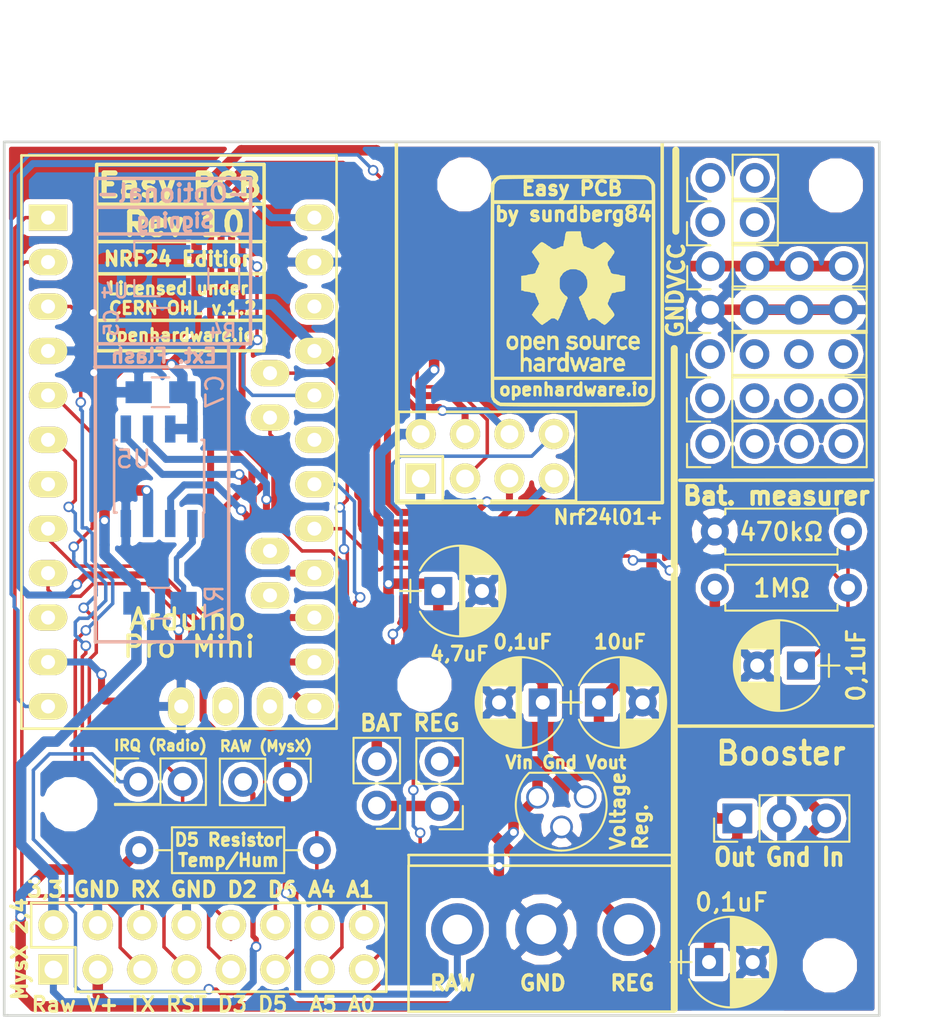
<source format=kicad_pcb>
(kicad_pcb (version 20171130) (host pcbnew 5.0.2-bee76a0~70~ubuntu18.04.1)

  (general
    (thickness 1.6)
    (drawings 73)
    (tracks 629)
    (zones 0)
    (modules 37)
    (nets 48)
  )

  (page A4)
  (layers
    (0 F.Cu signal)
    (31 B.Cu signal)
    (32 B.Adhes user)
    (33 F.Adhes user)
    (34 B.Paste user)
    (35 F.Paste user)
    (36 B.SilkS user)
    (37 F.SilkS user)
    (38 B.Mask user)
    (39 F.Mask user)
    (40 Dwgs.User user)
    (41 Cmts.User user)
    (42 Eco1.User user)
    (43 Eco2.User user)
    (44 Edge.Cuts user)
    (45 Margin user)
    (46 B.CrtYd user)
    (47 F.CrtYd user)
    (48 B.Fab user)
    (49 F.Fab user)
  )

  (setup
    (last_trace_width 0.2)
    (trace_clearance 0.2)
    (zone_clearance 0.2)
    (zone_45_only no)
    (trace_min 0.2)
    (segment_width 0.2)
    (edge_width 0.15)
    (via_size 0.6)
    (via_drill 0.4)
    (via_min_size 0.4)
    (via_min_drill 0.3)
    (uvia_size 0.3)
    (uvia_drill 0.1)
    (uvias_allowed no)
    (uvia_min_size 0.2)
    (uvia_min_drill 0.1)
    (pcb_text_width 0.3)
    (pcb_text_size 1.5 1.5)
    (mod_edge_width 0.15)
    (mod_text_size 1 1)
    (mod_text_width 0.15)
    (pad_size 1.3 1.3)
    (pad_drill 1)
    (pad_to_mask_clearance 0.2)
    (solder_mask_min_width 0.25)
    (aux_axis_origin 0 0)
    (visible_elements 7FFFF7FF)
    (pcbplotparams
      (layerselection 0x010f0_ffffffff)
      (usegerberextensions false)
      (usegerberattributes false)
      (usegerberadvancedattributes false)
      (creategerberjobfile false)
      (excludeedgelayer true)
      (linewidth 0.100000)
      (plotframeref false)
      (viasonmask false)
      (mode 1)
      (useauxorigin false)
      (hpglpennumber 1)
      (hpglpenspeed 20)
      (hpglpendiameter 15.000000)
      (psnegative false)
      (psa4output false)
      (plotreference true)
      (plotvalue true)
      (plotinvisibletext false)
      (padsonsilk false)
      (subtractmaskfromsilk false)
      (outputformat 1)
      (mirror false)
      (drillshape 0)
      (scaleselection 1)
      (outputdirectory "Gerber/"))
  )

  (net 0 "")
  (net 1 +3V3)
  (net 2 GND)
  (net 3 "Net-(JP1-Pad1)")
  (net 4 RAW)
  (net 5 TX)
  (net 6 RX)
  (net 7 D3)
  (net 8 D5)
  (net 9 D6)
  (net 10 MOSI)
  (net 11 MISO)
  (net 12 SCK)
  (net 13 A0)
  (net 14 A1)
  (net 15 A4)
  (net 16 A5)
  (net 17 Reset)
  (net 18 A3)
  (net 19 Flash_CS)
  (net 20 VCC)
  (net 21 D2/IRQ)
  (net 22 CS)
  (net 23 CSN)
  (net 24 "Net-(JP3-Pad2)")
  (net 25 "Net-(JP4-Pad1)")
  (net 26 "Net-(IC1-Pad28)")
  (net 27 "Net-(IC1-Pad27)")
  (net 28 "Net-(IC1-Pad7)")
  (net 29 "Net-(IC1-Pad10)")
  (net 30 "Net-(IC1-Pad19)")
  (net 31 "Net-(IC1-Pad22)")
  (net 32 "Net-(P3-Pad1)")
  (net 33 "Net-(P6-Pad1)")
  (net 34 "Net-(P6-Pad2)")
  (net 35 "Net-(P6-Pad3)")
  (net 36 "Net-(P6-Pad4)")
  (net 37 "Net-(P7-Pad1)")
  (net 38 "Net-(P7-Pad2)")
  (net 39 "Net-(P7-Pad3)")
  (net 40 "Net-(P7-Pad4)")
  (net 41 "Net-(P8-Pad1)")
  (net 42 "Net-(P8-Pad2)")
  (net 43 "Net-(P9-Pad1)")
  (net 44 "Net-(P9-Pad2)")
  (net 45 "Net-(P10-Pad1)")
  (net 46 "Net-(P11-Pad1)")
  (net 47 "Net-(P12-Pad1)")

  (net_class Default "This is the default net class."
    (clearance 0.2)
    (trace_width 0.2)
    (via_dia 0.6)
    (via_drill 0.4)
    (uvia_dia 0.3)
    (uvia_drill 0.1)
    (add_net A0)
    (add_net A1)
    (add_net A3)
    (add_net A4)
    (add_net A5)
    (add_net CS)
    (add_net D2/IRQ)
    (add_net D3)
    (add_net D5)
    (add_net D6)
    (add_net "Net-(IC1-Pad10)")
    (add_net "Net-(IC1-Pad19)")
    (add_net "Net-(IC1-Pad22)")
    (add_net "Net-(IC1-Pad27)")
    (add_net "Net-(IC1-Pad28)")
    (add_net "Net-(IC1-Pad7)")
    (add_net "Net-(JP3-Pad2)")
    (add_net "Net-(JP4-Pad1)")
    (add_net "Net-(P10-Pad1)")
    (add_net "Net-(P11-Pad1)")
    (add_net "Net-(P12-Pad1)")
    (add_net "Net-(P3-Pad1)")
    (add_net "Net-(P6-Pad1)")
    (add_net "Net-(P6-Pad2)")
    (add_net "Net-(P6-Pad3)")
    (add_net "Net-(P6-Pad4)")
    (add_net "Net-(P7-Pad1)")
    (add_net "Net-(P7-Pad2)")
    (add_net "Net-(P7-Pad3)")
    (add_net "Net-(P7-Pad4)")
    (add_net "Net-(P8-Pad1)")
    (add_net "Net-(P8-Pad2)")
    (add_net "Net-(P9-Pad1)")
    (add_net "Net-(P9-Pad2)")
    (add_net RX)
    (add_net Reset)
    (add_net TX)
  )

  (net_class Big ""
    (clearance 0.3)
    (trace_width 0.6)
    (via_dia 0.6)
    (via_drill 0.4)
    (uvia_dia 0.3)
    (uvia_drill 0.1)
    (add_net +3V3)
    (add_net GND)
    (add_net "Net-(JP1-Pad1)")
    (add_net VCC)
  )

  (net_class RAW ""
    (clearance 0.2)
    (trace_width 0.4)
    (via_dia 0.6)
    (via_drill 0.4)
    (uvia_dia 0.3)
    (uvia_drill 0.1)
    (add_net RAW)
  )

  (net_class SPI ""
    (clearance 0.2)
    (trace_width 0.4)
    (via_dia 0.6)
    (via_drill 0.4)
    (uvia_dia 0.3)
    (uvia_drill 0.1)
    (add_net CSN)
    (add_net Flash_CS)
    (add_net MISO)
    (add_net MOSI)
    (add_net SCK)
  )

  (module Pin_Headers:Pin_Header_Straight_1x04_Pitch2.54mm (layer F.Cu) (tedit 5AC3D102) (tstamp 5AB6D762)
    (at 164.84 78.87 90)
    (descr "Through hole straight pin header, 1x04, 2.54mm pitch, single row")
    (tags "Through hole pin header THT 1x04 2.54mm single row")
    (path /591459FF)
    (fp_text reference P7 (at 0.1 8.93 90) (layer F.SilkS) hide
      (effects (font (size 1 1) (thickness 0.15)))
    )
    (fp_text value X7 (at 0.02 8.93 90) (layer F.Fab)
      (effects (font (size 1 1) (thickness 0.15)))
    )
    (fp_line (start -1.27 -1.27) (end -1.27 8.89) (layer F.Fab) (width 0.1))
    (fp_line (start -1.27 8.89) (end 1.27 8.89) (layer F.Fab) (width 0.1))
    (fp_line (start 1.27 8.89) (end 1.27 -1.27) (layer F.Fab) (width 0.1))
    (fp_line (start 1.27 -1.27) (end -1.27 -1.27) (layer F.Fab) (width 0.1))
    (fp_line (start -1.33 1.27) (end -1.33 8.95) (layer F.SilkS) (width 0.12))
    (fp_line (start -1.33 8.95) (end 1.33 8.95) (layer F.SilkS) (width 0.12))
    (fp_line (start 1.33 8.95) (end 1.33 1.27) (layer F.SilkS) (width 0.12))
    (fp_line (start 1.33 1.27) (end -1.33 1.27) (layer F.SilkS) (width 0.12))
    (fp_line (start -1.33 0) (end -1.33 -1.33) (layer F.SilkS) (width 0.12))
    (fp_line (start -1.33 -1.33) (end 0 -1.33) (layer F.SilkS) (width 0.12))
    (fp_line (start -1.8 -1.8) (end -1.8 9.4) (layer F.CrtYd) (width 0.05))
    (fp_line (start -1.8 9.4) (end 1.8 9.4) (layer F.CrtYd) (width 0.05))
    (fp_line (start 1.8 9.4) (end 1.8 -1.8) (layer F.CrtYd) (width 0.05))
    (fp_line (start 1.8 -1.8) (end -1.8 -1.8) (layer F.CrtYd) (width 0.05))
    (fp_text user %R (at 0.1 8.62 90) (layer F.Fab) hide
      (effects (font (size 1 1) (thickness 0.15)))
    )
    (pad 1 thru_hole circle (at 0 0 90) (size 1.7 1.7) (drill 1) (layers *.Cu *.Mask)
      (net 37 "Net-(P7-Pad1)"))
    (pad 2 thru_hole oval (at 0 2.54 90) (size 1.7 1.7) (drill 1) (layers *.Cu *.Mask)
      (net 38 "Net-(P7-Pad2)"))
    (pad 3 thru_hole oval (at 0 5.08 90) (size 1.7 1.7) (drill 1) (layers *.Cu *.Mask)
      (net 39 "Net-(P7-Pad3)"))
    (pad 4 thru_hole oval (at 0 7.62 90) (size 1.7 1.7) (drill 1) (layers *.Cu *.Mask)
      (net 40 "Net-(P7-Pad4)"))
    (model ${KISYS3DMOD}/Pin_Headers.3dshapes/Pin_Header_Straight_1x04_Pitch2.54mm.wrl
      (offset (xyz 0 -3.809999942779541 0))
      (scale (xyz 1 1 1))
      (rotate (xyz 0 0 90))
    )
  )

  (module mysensors_connectors:MYSX_2.4 (layer F.Cu) (tedit 5A95B4A4) (tstamp 5A749FEE)
    (at 127.254 108.9152 90)
    (descr "Through hole pin header")
    (tags "pin header MYSX 2.4")
    (path /5913589B)
    (fp_text reference P2 (at -0.4572 -1.27 90) (layer F.SilkS) hide
      (effects (font (size 0.3 0.3) (thickness 0.075)))
    )
    (fp_text value MYSX_2.4 (at 1.23698 0.12446 180) (layer F.SilkS) hide
      (effects (font (size 0.4 0.4) (thickness 0.1)))
    )
    (fp_text user 2.4 (at -1.1176 -1.2446 270) (layer Cmts.User) hide
      (effects (font (size 0.3 0.3) (thickness 0.075)))
    )
    (fp_line (start -2.54 -2.54) (end -2.54 20.32) (layer F.CrtYd) (width 0.05))
    (fp_line (start 5.08 -2.54) (end 5.08 20.32) (layer F.CrtYd) (width 0.05))
    (fp_line (start -2.54 -2.54) (end 5.08 -2.54) (layer F.CrtYd) (width 0.05))
    (fp_line (start -2.54 20.32) (end 5.08 20.32) (layer F.CrtYd) (width 0.05))
    (fp_line (start -1.27 1.27) (end -1.27 19.05) (layer F.SilkS) (width 0.15))
    (fp_line (start -1.27 19.05) (end 3.81 19.05) (layer F.SilkS) (width 0.15))
    (fp_line (start 3.81 19.05) (end 3.81 -1.27) (layer F.SilkS) (width 0.15))
    (fp_line (start 3.81 -1.27) (end 1.27 -1.27) (layer F.SilkS) (width 0.15))
    (fp_line (start 1.27 -1.27) (end 1.27 1.27) (layer F.SilkS) (width 0.15))
    (fp_line (start 1.27 1.27) (end -1.27 1.27) (layer F.SilkS) (width 0.15))
    (pad 16 thru_hole oval (at 2.54 17.78 90) (size 1.7272 1.7272) (drill 1.016) (layers *.Cu *.Mask F.SilkS)
      (net 14 A1))
    (pad 15 thru_hole oval (at 0 17.78 90) (size 1.7272 1.7272) (drill 1.016) (layers *.Cu *.Mask F.SilkS)
      (net 13 A0))
    (pad 14 thru_hole oval (at 2.54 15.24 90) (size 1.7272 1.7272) (drill 1.016) (layers *.Cu *.Mask F.SilkS)
      (net 15 A4))
    (pad 13 thru_hole oval (at 0 15.24 90) (size 1.7272 1.7272) (drill 1.016) (layers *.Cu *.Mask F.SilkS)
      (net 16 A5))
    (pad 12 thru_hole oval (at 2.54 12.7 90) (size 1.7272 1.7272) (drill 1.016) (layers *.Cu *.Mask F.SilkS)
      (net 9 D6))
    (pad 11 thru_hole oval (at 0 12.7 90) (size 1.7272 1.7272) (drill 1.016) (layers *.Cu *.Mask F.SilkS)
      (net 8 D5))
    (pad 10 thru_hole oval (at 2.54 10.16 90) (size 1.7272 1.7272) (drill 1.016) (layers *.Cu *.Mask F.SilkS)
      (net 21 D2/IRQ))
    (pad 9 thru_hole oval (at 0 10.16 90) (size 1.7272 1.7272) (drill 1.016) (layers *.Cu *.Mask F.SilkS)
      (net 7 D3))
    (pad 1 thru_hole rect (at 0 0 90) (size 1.7272 1.7272) (drill 1.016) (layers *.Cu *.Mask F.SilkS)
      (net 24 "Net-(JP3-Pad2)"))
    (pad 2 thru_hole oval (at 2.54 0 90) (size 1.7272 1.7272) (drill 1.016) (layers *.Cu *.Mask F.SilkS)
      (net 1 +3V3))
    (pad 3 thru_hole oval (at 0 2.54 90) (size 1.7272 1.7272) (drill 1.016) (layers *.Cu *.Mask F.SilkS)
      (net 20 VCC))
    (pad 4 thru_hole oval (at 2.54 2.54 90) (size 1.7272 1.7272) (drill 1.016) (layers *.Cu *.Mask F.SilkS)
      (net 2 GND))
    (pad 5 thru_hole oval (at 0 5.08 90) (size 1.7272 1.7272) (drill 1.016) (layers *.Cu *.Mask F.SilkS)
      (net 5 TX))
    (pad 6 thru_hole oval (at 2.54 5.08 90) (size 1.7272 1.7272) (drill 1.016) (layers *.Cu *.Mask F.SilkS)
      (net 6 RX))
    (pad 7 thru_hole oval (at 0 7.62 90) (size 1.7272 1.7272) (drill 1.016) (layers *.Cu *.Mask F.SilkS)
      (net 17 Reset))
    (pad 8 thru_hole oval (at 2.54 7.62 90) (size 1.7272 1.7272) (drill 1.016) (layers *.Cu *.Mask F.SilkS)
      (net 2 GND))
    (model Pin_Headers.3dshapes/Pin_Header_Straight_2x08.wrl
      (offset (xyz 1.269999980926514 -8.889999866485596 0))
      (scale (xyz 1 1 1))
      (rotate (xyz 0 0 90))
    )
  )

  (module mysensors_arduino:pro_mini (layer F.Cu) (tedit 5AC3D137) (tstamp 5A749F7B)
    (at 134.5692 79.9084 270)
    (descr "IC, ARDUINO_PRO_MINI x 0,6\"")
    (tags "DIL ARDUINO PRO MINI")
    (path /59132A1C)
    (fp_text reference IC1 (at 2.56286 3.25882) (layer F.SilkS) hide
      (effects (font (size 0.3 0.3) (thickness 0.075)))
    )
    (fp_text value ArduinoProMini (at 14.95552 3.41376) (layer F.Fab) hide
      (effects (font (size 0.3 0.3) (thickness 0.075)))
    )
    (fp_line (start 15.24 9.144) (end 15.24 -8.89) (layer F.SilkS) (width 0.15))
    (fp_line (start -17.526 -8.89) (end -17.526 9.144) (layer F.SilkS) (width 0.15))
    (fp_line (start 15.24 9.144) (end -17.526 9.144) (layer F.SilkS) (width 0.15))
    (fp_line (start -17.526 -8.89) (end 15.24 -8.89) (layer F.SilkS) (width 0.15))
    (pad 28 thru_hole oval (at 5.08 -5.08 270) (size 1.50114 2.19964) (drill 0.8001) (layers *.Cu *.Mask F.SilkS)
      (net 26 "Net-(IC1-Pad28)"))
    (pad 27 thru_hole oval (at 7.62 -5.08 270) (size 1.50114 2.19964) (drill 0.8001) (layers *.Cu *.Mask F.SilkS)
      (net 27 "Net-(IC1-Pad27)"))
    (pad 1 thru_hole rect (at -13.97 7.62 270) (size 1.50114 2.19964) (drill 0.8001) (layers *.Cu *.Mask F.SilkS)
      (net 5 TX))
    (pad 2 thru_hole oval (at -11.43 7.62 270) (size 1.50114 2.19964) (drill 0.8001) (layers *.Cu *.Mask F.SilkS)
      (net 6 RX))
    (pad 3 thru_hole oval (at -8.89 7.62 270) (size 1.50114 2.19964) (drill 0.8001) (layers *.Cu *.Mask F.SilkS)
      (net 17 Reset))
    (pad 4 thru_hole oval (at -6.35 7.62 270) (size 1.50114 2.19964) (drill 0.8001) (layers *.Cu *.Mask F.SilkS)
      (net 2 GND))
    (pad 5 thru_hole oval (at -3.81 7.62 270) (size 1.50114 2.19964) (drill 0.8001) (layers *.Cu *.Mask F.SilkS)
      (net 21 D2/IRQ))
    (pad 6 thru_hole oval (at -1.27 7.62 270) (size 1.50114 2.19964) (drill 0.8001) (layers *.Cu *.Mask F.SilkS)
      (net 7 D3))
    (pad 7 thru_hole oval (at 1.27 7.62 270) (size 1.50114 2.19964) (drill 0.8001) (layers *.Cu *.Mask F.SilkS)
      (net 28 "Net-(IC1-Pad7)"))
    (pad 8 thru_hole oval (at 3.81 7.62 270) (size 1.50114 2.19964) (drill 0.8001) (layers *.Cu *.Mask F.SilkS)
      (net 8 D5))
    (pad 9 thru_hole oval (at 6.35 7.62 270) (size 1.50114 2.19964) (drill 0.8001) (layers *.Cu *.Mask F.SilkS)
      (net 9 D6))
    (pad 10 thru_hole oval (at 8.89 7.62 270) (size 1.50114 2.19964) (drill 0.8001) (layers *.Cu *.Mask F.SilkS)
      (net 29 "Net-(IC1-Pad10)"))
    (pad 11 thru_hole oval (at 11.43 7.62 270) (size 1.50114 2.19964) (drill 0.8001) (layers *.Cu *.Mask F.SilkS)
      (net 19 Flash_CS))
    (pad 12 thru_hole oval (at 13.97 7.62 270) (size 1.50114 2.19964) (drill 0.8001) (layers *.Cu *.Mask F.SilkS)
      (net 22 CS))
    (pad 13 thru_hole oval (at 13.97 -7.62 270) (size 1.50114 2.19964) (drill 0.8001) (layers *.Cu *.Mask F.SilkS)
      (net 23 CSN))
    (pad 14 thru_hole oval (at 11.43 -7.62 270) (size 1.50114 2.19964) (drill 0.8001) (layers *.Cu *.Mask F.SilkS)
      (net 10 MOSI))
    (pad 15 thru_hole oval (at 8.89 -7.62 270) (size 1.50114 2.19964) (drill 0.8001) (layers *.Cu *.Mask F.SilkS)
      (net 11 MISO))
    (pad 16 thru_hole oval (at 6.35 -7.62 270) (size 1.50114 2.19964) (drill 0.8001) (layers *.Cu *.Mask F.SilkS)
      (net 12 SCK))
    (pad 17 thru_hole oval (at 3.81 -7.62 270) (size 1.50114 2.19964) (drill 0.8001) (layers *.Cu *.Mask F.SilkS)
      (net 13 A0))
    (pad 18 thru_hole oval (at 1.27 -7.62 270) (size 1.50114 2.19964) (drill 0.8001) (layers *.Cu *.Mask F.SilkS)
      (net 14 A1))
    (pad 19 thru_hole oval (at -1.27 -7.62 270) (size 1.50114 2.19964) (drill 0.8001) (layers *.Cu *.Mask F.SilkS)
      (net 30 "Net-(IC1-Pad19)"))
    (pad 20 thru_hole oval (at -3.81 -7.62 270) (size 1.50114 2.19964) (drill 0.8001) (layers *.Cu *.Mask F.SilkS)
      (net 18 A3))
    (pad 21 thru_hole oval (at -6.35 -7.62 270) (size 1.50114 2.19964) (drill 0.8001) (layers *.Cu *.Mask F.SilkS)
      (net 20 VCC))
    (pad 22 thru_hole oval (at -8.89 -7.62 270) (size 1.50114 2.19964) (drill 0.8001) (layers *.Cu *.Mask F.SilkS)
      (net 31 "Net-(IC1-Pad22)"))
    (pad 23 thru_hole oval (at -11.43 -7.62 270) (size 1.50114 2.19964) (drill 0.8001) (layers *.Cu *.Mask F.SilkS)
      (net 2 GND))
    (pad 24 thru_hole oval (at -13.97 -7.62 270) (size 1.50114 2.19964) (drill 0.8001) (layers *.Cu *.Mask F.SilkS)
      (net 4 RAW))
    (pad 25 thru_hole oval (at -2.54 -5.08 270) (size 1.50114 2.19964) (drill 0.8001) (layers *.Cu *.Mask F.SilkS)
      (net 15 A4))
    (pad 26 thru_hole oval (at -5.08 -5.08 270) (size 1.50114 2.19964) (drill 0.8001) (layers *.Cu *.Mask F.SilkS)
      (net 16 A5))
    (pad 30 thru_hole oval (at 13.97 -5.08 270) (size 2.19964 1.50114) (drill 0.8001) (layers *.Cu *.Mask F.SilkS))
    (pad 31 thru_hole oval (at 13.97 -2.54 270) (size 2.19964 1.50114) (drill 0.8001) (layers *.Cu *.Mask F.SilkS))
    (pad 29 thru_hole oval (at 13.97 0 270) (size 2.19964 1.50114) (drill 0.8001) (layers *.Cu *.Mask F.SilkS)
      (net 2 GND))
    (model Socket_Strips.3dshapes/Socket_Strip_Straight_1x02.wrl
      (offset (xyz -3.809999942779541 5.079999923706055 0))
      (scale (xyz 1 1 1))
      (rotate (xyz 0 0 0))
    )
    (model Socket_Strips.3dshapes/Socket_Strip_Straight_1x03.wrl
      (offset (xyz 13.96999979019165 2.539999961853027 0))
      (scale (xyz 1 1 1))
      (rotate (xyz 0 0 90))
    )
    (model Socket_Strips.3dshapes/Socket_Strip_Straight_1x12.wrl
      (offset (xyz 0 7.619999885559082 0))
      (scale (xyz 1 1 1))
      (rotate (xyz 0 0 0))
    )
    (model Socket_Strips.3dshapes/Socket_Strip_Straight_1x12.wrl
      (offset (xyz 0 -7.619999885559082 0))
      (scale (xyz 1 1 1))
      (rotate (xyz 0 0 0))
    )
    (model Socket_Strips.3dshapes/Socket_Strip_Straight_1x02.wrl
      (offset (xyz 6.349999904632568 5.079999923706055 0))
      (scale (xyz 1 1 1))
      (rotate (xyz 0 0 0))
    )
    (model ${MYSLOCAL}/mysensors.3dshapes/mysensors_arduino.3dshapes/arduino_pro_mini.wrl
      (offset (xyz -1.269999980926514 0 12.19199981689453))
      (scale (xyz 0.395 0.395 0.395))
      (rotate (xyz 0 0 180))
    )
    (model SMD_Packages.3dshapes/TQFP-32.wrl
      (offset (xyz 1.269999980926514 0 13.01749980449676))
      (scale (xyz 1 1 1))
      (rotate (xyz 0 0 315))
    )
    (model Pin_Headers.3dshapes/Pin_Header_Straight_1x12.wrl
      (offset (xyz 0 -7.619999885559082 11.30299983024597))
      (scale (xyz 1 1 1))
      (rotate (xyz 0 180 0))
    )
    (model Pin_Headers.3dshapes/Pin_Header_Straight_1x12.wrl
      (offset (xyz 0 7.619999885559082 11.30299983024597))
      (scale (xyz 1 1 1))
      (rotate (xyz 0 180 0))
    )
    (model Pin_Headers.3dshapes/Pin_Header_Straight_1x03.wrl
      (offset (xyz 13.96999979019165 2.539999961853027 11.30299983024597))
      (scale (xyz 1 1 1))
      (rotate (xyz 0 180 90))
    )
    (model Pin_Headers.3dshapes/Pin_Header_Straight_1x02.wrl
      (offset (xyz 6.349999904632568 5.079999923706055 11.30299983024597))
      (scale (xyz 1 1 1))
      (rotate (xyz 0 180 0))
    )
    (model Pin_Headers.3dshapes/Pin_Header_Straight_1x02.wrl
      (offset (xyz -3.809999942779541 5.079999923706055 11.30299983024597))
      (scale (xyz 1 1 1))
      (rotate (xyz 0 180 0))
    )
    (model ${MYSLOCAL}/mysensors.3dshapes/w.lain.3dshapes/smd_leds/led_0603.wrl
      (offset (xyz -7.619999885559082 0 13.01749980449676))
      (scale (xyz 1 1 1))
      (rotate (xyz 0 0 0))
    )
    (model ${MYSLOCAL}/mysensors.3dshapes/w.lain.3dshapes/smd_leds/led_0603.wrl
      (offset (xyz 13.96999979019165 -4.444999933242798 13.01749980449676))
      (scale (xyz 1 1 1))
      (rotate (xyz 0 0 0))
    )
    (model Pin_Headers.3dshapes/Pin_Header_Angled_1x06.wrl
      (offset (xyz -16.50999975204468 0 13.01749980449676))
      (scale (xyz 1 1 1))
      (rotate (xyz 0 0 270))
    )
    (model Resistors_SMD.3dshapes/R_0603.wrl
      (offset (xyz -7.619999885559082 -1.269999980926514 13.01749980449676))
      (scale (xyz 1 1 1))
      (rotate (xyz 0 0 0))
    )
    (model Resistors_SMD.3dshapes/R_0603.wrl
      (offset (xyz 13.96999979019165 -3.174999952316284 13.01749980449676))
      (scale (xyz 1 1 1))
      (rotate (xyz 0 0 0))
    )
    (model Capacitors_SMD.3dshapes/C_0603.wrl
      (offset (xyz -7.619999885559082 1.269999980926514 13.01749980449676))
      (scale (xyz 1 1 1))
      (rotate (xyz 0 0 0))
    )
    (model Capacitors_Tantalum_SMD.3dshapes/TantalC_SizeS_EIA-3216.wrl
      (offset (xyz -8.889999866485596 3.809999942779541 13.01749980449676))
      (scale (xyz 1 1 1))
      (rotate (xyz 0 0 0))
    )
    (model Capacitors_Tantalum_SMD.3dshapes/TantalC_SizeS_EIA-3216.wrl
      (offset (xyz -8.889999866485596 -3.809999942779541 13.01749980449676))
      (scale (xyz 1 1 1))
      (rotate (xyz 0 0 0))
    )
    (model TO_SOT_Packages_SMD.3dshapes/SOT-23-5.wrl
      (offset (xyz -10.15999984741211 0 13.01749980449676))
      (scale (xyz 1 1 1))
      (rotate (xyz 0 0 90))
    )
    (model Capacitors_SMD.3dshapes/C_1210.wrl
      (offset (xyz -12.69999980926514 0 13.01749980449676))
      (scale (xyz 1 1 1))
      (rotate (xyz 0 0 90))
    )
  )

  (module Mounting_Holes:MountingHole_2.5mm (layer F.Cu) (tedit 5A931A7B) (tstamp 5A903A1D)
    (at 150.7744 64.03848)
    (descr "Mounting Hole 2.5mm, no annular")
    (tags "mounting hole 2.5mm no annular")
    (path /5A888A06)
    (attr virtual)
    (fp_text reference P3 (at -0.04572 0.13208) (layer F.SilkS) hide
      (effects (font (size 0.3 0.3) (thickness 0.075)))
    )
    (fp_text value Mount_Hole (at 0.01016 0.00508) (layer F.Fab)
      (effects (font (size 0.3 0.3) (thickness 0.075)))
    )
    (fp_text user %R (at 0.3 0) (layer F.Fab)
      (effects (font (size 1 1) (thickness 0.15)))
    )
    (fp_circle (center 0 0) (end 2.5 0) (layer Cmts.User) (width 0.15))
    (fp_circle (center 0 0) (end 2.75 0) (layer F.CrtYd) (width 0.05))
    (pad 1 np_thru_hole circle (at 0 0) (size 2.5 2.5) (drill 2.5) (layers *.Cu *.Mask)
      (net 32 "Net-(P3-Pad1)"))
  )

  (module Resistors_ThroughHole:R_Axial_DIN0207_L6.3mm_D2.5mm_P10.16mm_Horizontal (layer F.Cu) (tedit 5A903C0F) (tstamp 5A74A094)
    (at 132.1689 102.0953)
    (descr "Resistor, Axial_DIN0207 series, Axial, Horizontal, pin pitch=10.16mm, 0.25W = 1/4W, length*diameter=6.3*2.5mm^2, http://cdn-reichelt.de/documents/datenblatt/B400/1_4W%23YAG.pdf")
    (tags "Resistor Axial_DIN0207 series Axial Horizontal pin pitch 10.16mm 0.25W = 1/4W length 6.3mm diameter 2.5mm")
    (path /5913FCD1)
    (fp_text reference R1 (at -0.7366 1.397) (layer F.SilkS) hide
      (effects (font (size 0.3 0.3) (thickness 0.075)))
    )
    (fp_text value R (at -0.3048 1.397 180) (layer F.Fab) hide
      (effects (font (size 0.3 0.3) (thickness 0.075)))
    )
    (fp_line (start 1.93 -1.25) (end 1.93 1.25) (layer F.Fab) (width 0.1))
    (fp_line (start 1.93 1.25) (end 8.23 1.25) (layer F.Fab) (width 0.1))
    (fp_line (start 8.23 1.25) (end 8.23 -1.25) (layer F.Fab) (width 0.1))
    (fp_line (start 8.23 -1.25) (end 1.93 -1.25) (layer F.Fab) (width 0.1))
    (fp_line (start 0 0) (end 1.93 0) (layer F.Fab) (width 0.1))
    (fp_line (start 10.16 0) (end 8.23 0) (layer F.Fab) (width 0.1))
    (fp_line (start 1.87 -1.31) (end 1.87 1.31) (layer F.SilkS) (width 0.12))
    (fp_line (start 1.87 1.31) (end 8.29 1.31) (layer F.SilkS) (width 0.12))
    (fp_line (start 8.29 1.31) (end 8.29 -1.31) (layer F.SilkS) (width 0.12))
    (fp_line (start 8.29 -1.31) (end 1.87 -1.31) (layer F.SilkS) (width 0.12))
    (fp_line (start 0.98 0) (end 1.87 0) (layer F.SilkS) (width 0.12))
    (fp_line (start 9.18 0) (end 8.29 0) (layer F.SilkS) (width 0.12))
    (fp_line (start -1.05 -1.6) (end -1.05 1.6) (layer F.CrtYd) (width 0.05))
    (fp_line (start -1.05 1.6) (end 11.25 1.6) (layer F.CrtYd) (width 0.05))
    (fp_line (start 11.25 1.6) (end 11.25 -1.6) (layer F.CrtYd) (width 0.05))
    (fp_line (start 11.25 -1.6) (end -1.05 -1.6) (layer F.CrtYd) (width 0.05))
    (pad 1 thru_hole circle (at 0 0) (size 1.6 1.6) (drill 0.8) (layers *.Cu *.Mask)
      (net 20 VCC))
    (pad 2 thru_hole oval (at 10.16 0) (size 1.6 1.6) (drill 0.8) (layers *.Cu *.Mask)
      (net 8 D5))
    (model ${KISYS3DMOD}/Resistors_THT.3dshapes/R_Axial_DIN0207_L6.3mm_D2.5mm_P10.16mm_Horizontal.wrl
      (at (xyz 0 0 0))
      (scale (xyz 0.393701 0.393701 0.393701))
      (rotate (xyz 0 0 0))
    )
  )

  (module Resistors_ThroughHole:R_Axial_DIN0207_L6.3mm_D2.5mm_P7.62mm_Horizontal (layer F.Cu) (tedit 5A95A8BA) (tstamp 5A749740)
    (at 165.1 87.09)
    (descr "Resistor, Axial_DIN0207 series, Axial, Horizontal, pin pitch=7.62mm, 0.25W = 1/4W, length*diameter=6.3*2.5mm^2, http://cdn-reichelt.de/documents/datenblatt/B400/1_4W%23YAG.pdf")
    (tags "Resistor Axial_DIN0207 series Axial Horizontal pin pitch 7.62mm 0.25W = 1/4W length 6.3mm diameter 2.5mm")
    (path /591463EB)
    (fp_text reference R3 (at 1.01918 0.99212) (layer F.SilkS) hide
      (effects (font (size 0.3 0.3) (thickness 0.075)))
    )
    (fp_text value 1M (at 6.57924 0.99466) (layer F.Fab) hide
      (effects (font (size 0.3 0.3) (thickness 0.075)))
    )
    (fp_line (start 0.66 -1.25) (end 0.66 1.25) (layer F.Fab) (width 0.1))
    (fp_line (start 0.66 1.25) (end 6.96 1.25) (layer F.Fab) (width 0.1))
    (fp_line (start 6.96 1.25) (end 6.96 -1.25) (layer F.Fab) (width 0.1))
    (fp_line (start 6.96 -1.25) (end 0.66 -1.25) (layer F.Fab) (width 0.1))
    (fp_line (start 0 0) (end 0.66 0) (layer F.Fab) (width 0.1))
    (fp_line (start 7.62 0) (end 6.96 0) (layer F.Fab) (width 0.1))
    (fp_line (start 0.6 -0.98) (end 0.6 -1.31) (layer F.SilkS) (width 0.12))
    (fp_line (start 0.6 -1.31) (end 7.02 -1.31) (layer F.SilkS) (width 0.12))
    (fp_line (start 7.02 -1.31) (end 7.02 -0.98) (layer F.SilkS) (width 0.12))
    (fp_line (start 0.6 0.98) (end 0.6 1.31) (layer F.SilkS) (width 0.12))
    (fp_line (start 0.6 1.31) (end 7.02 1.31) (layer F.SilkS) (width 0.12))
    (fp_line (start 7.02 1.31) (end 7.02 0.98) (layer F.SilkS) (width 0.12))
    (fp_line (start -1.05 -1.6) (end -1.05 1.6) (layer F.CrtYd) (width 0.05))
    (fp_line (start -1.05 1.6) (end 8.7 1.6) (layer F.CrtYd) (width 0.05))
    (fp_line (start 8.7 1.6) (end 8.7 -1.6) (layer F.CrtYd) (width 0.05))
    (fp_line (start 8.7 -1.6) (end -1.05 -1.6) (layer F.CrtYd) (width 0.05))
    (pad 1 thru_hole circle (at 0 0) (size 1.6 1.6) (drill 0.8) (layers *.Cu *.Mask)
      (net 3 "Net-(JP1-Pad1)"))
    (pad 2 thru_hole oval (at 7.62 0) (size 1.6 1.6) (drill 0.8) (layers *.Cu *.Mask)
      (net 13 A0))
    (model ${KISYS3DMOD}/Resistors_THT.3dshapes/R_Axial_DIN0207_L6.3mm_D2.5mm_P7.62mm_Horizontal.wrl
      (at (xyz 0 0 0))
      (scale (xyz 0.393701 0.393701 0.393701))
      (rotate (xyz 0 0 0))
    )
  )

  (module Capacitors_ThroughHole:CP_Radial_D5.0mm_P2.50mm (layer F.Cu) (tedit 5AC3D0B3) (tstamp 591348CC)
    (at 155.2556 93.6498 180)
    (descr "CP, Radial series, Radial, pin pitch=2.50mm, , diameter=5mm, Electrolytic Capacitor")
    (tags "CP Radial series Radial pin pitch 2.50mm  diameter 5mm Electrolytic Capacitor")
    (path /5A8B952F)
    (fp_text reference C3 (at 3.79032 -2.6416 180) (layer F.SilkS) hide
      (effects (font (size 0.3 0.3) (thickness 0.075)))
    )
    (fp_text value C (at 1.2808 -0.0254 270) (layer F.Fab) hide
      (effects (font (size 0.3 0.3) (thickness 0.075)))
    )
    (fp_arc (start 1.25 0) (end -1.147436 -0.98) (angle 135.5) (layer F.SilkS) (width 0.12))
    (fp_arc (start 1.25 0) (end -1.147436 0.98) (angle -135.5) (layer F.SilkS) (width 0.12))
    (fp_arc (start 1.25 0) (end 3.647436 -0.98) (angle 44.5) (layer F.SilkS) (width 0.12))
    (fp_circle (center 1.25 0) (end 3.75 0) (layer F.Fab) (width 0.1))
    (fp_line (start -2.2 0) (end -1 0) (layer F.Fab) (width 0.1))
    (fp_line (start -1.6 -0.65) (end -1.6 0.65) (layer F.Fab) (width 0.1))
    (fp_line (start 1.25 -2.55) (end 1.25 2.55) (layer F.SilkS) (width 0.12))
    (fp_line (start 1.29 -2.55) (end 1.29 2.55) (layer F.SilkS) (width 0.12))
    (fp_line (start 1.33 -2.549) (end 1.33 2.549) (layer F.SilkS) (width 0.12))
    (fp_line (start 1.37 -2.548) (end 1.37 2.548) (layer F.SilkS) (width 0.12))
    (fp_line (start 1.41 -2.546) (end 1.41 2.546) (layer F.SilkS) (width 0.12))
    (fp_line (start 1.45 -2.543) (end 1.45 2.543) (layer F.SilkS) (width 0.12))
    (fp_line (start 1.49 -2.539) (end 1.49 2.539) (layer F.SilkS) (width 0.12))
    (fp_line (start 1.53 -2.535) (end 1.53 -0.98) (layer F.SilkS) (width 0.12))
    (fp_line (start 1.53 0.98) (end 1.53 2.535) (layer F.SilkS) (width 0.12))
    (fp_line (start 1.57 -2.531) (end 1.57 -0.98) (layer F.SilkS) (width 0.12))
    (fp_line (start 1.57 0.98) (end 1.57 2.531) (layer F.SilkS) (width 0.12))
    (fp_line (start 1.61 -2.525) (end 1.61 -0.98) (layer F.SilkS) (width 0.12))
    (fp_line (start 1.61 0.98) (end 1.61 2.525) (layer F.SilkS) (width 0.12))
    (fp_line (start 1.65 -2.519) (end 1.65 -0.98) (layer F.SilkS) (width 0.12))
    (fp_line (start 1.65 0.98) (end 1.65 2.519) (layer F.SilkS) (width 0.12))
    (fp_line (start 1.69 -2.513) (end 1.69 -0.98) (layer F.SilkS) (width 0.12))
    (fp_line (start 1.69 0.98) (end 1.69 2.513) (layer F.SilkS) (width 0.12))
    (fp_line (start 1.73 -2.506) (end 1.73 -0.98) (layer F.SilkS) (width 0.12))
    (fp_line (start 1.73 0.98) (end 1.73 2.506) (layer F.SilkS) (width 0.12))
    (fp_line (start 1.77 -2.498) (end 1.77 -0.98) (layer F.SilkS) (width 0.12))
    (fp_line (start 1.77 0.98) (end 1.77 2.498) (layer F.SilkS) (width 0.12))
    (fp_line (start 1.81 -2.489) (end 1.81 -0.98) (layer F.SilkS) (width 0.12))
    (fp_line (start 1.81 0.98) (end 1.81 2.489) (layer F.SilkS) (width 0.12))
    (fp_line (start 1.85 -2.48) (end 1.85 -0.98) (layer F.SilkS) (width 0.12))
    (fp_line (start 1.85 0.98) (end 1.85 2.48) (layer F.SilkS) (width 0.12))
    (fp_line (start 1.89 -2.47) (end 1.89 -0.98) (layer F.SilkS) (width 0.12))
    (fp_line (start 1.89 0.98) (end 1.89 2.47) (layer F.SilkS) (width 0.12))
    (fp_line (start 1.93 -2.46) (end 1.93 -0.98) (layer F.SilkS) (width 0.12))
    (fp_line (start 1.93 0.98) (end 1.93 2.46) (layer F.SilkS) (width 0.12))
    (fp_line (start 1.971 -2.448) (end 1.971 -0.98) (layer F.SilkS) (width 0.12))
    (fp_line (start 1.971 0.98) (end 1.971 2.448) (layer F.SilkS) (width 0.12))
    (fp_line (start 2.011 -2.436) (end 2.011 -0.98) (layer F.SilkS) (width 0.12))
    (fp_line (start 2.011 0.98) (end 2.011 2.436) (layer F.SilkS) (width 0.12))
    (fp_line (start 2.051 -2.424) (end 2.051 -0.98) (layer F.SilkS) (width 0.12))
    (fp_line (start 2.051 0.98) (end 2.051 2.424) (layer F.SilkS) (width 0.12))
    (fp_line (start 2.091 -2.41) (end 2.091 -0.98) (layer F.SilkS) (width 0.12))
    (fp_line (start 2.091 0.98) (end 2.091 2.41) (layer F.SilkS) (width 0.12))
    (fp_line (start 2.131 -2.396) (end 2.131 -0.98) (layer F.SilkS) (width 0.12))
    (fp_line (start 2.131 0.98) (end 2.131 2.396) (layer F.SilkS) (width 0.12))
    (fp_line (start 2.171 -2.382) (end 2.171 -0.98) (layer F.SilkS) (width 0.12))
    (fp_line (start 2.171 0.98) (end 2.171 2.382) (layer F.SilkS) (width 0.12))
    (fp_line (start 2.211 -2.366) (end 2.211 -0.98) (layer F.SilkS) (width 0.12))
    (fp_line (start 2.211 0.98) (end 2.211 2.366) (layer F.SilkS) (width 0.12))
    (fp_line (start 2.251 -2.35) (end 2.251 -0.98) (layer F.SilkS) (width 0.12))
    (fp_line (start 2.251 0.98) (end 2.251 2.35) (layer F.SilkS) (width 0.12))
    (fp_line (start 2.291 -2.333) (end 2.291 -0.98) (layer F.SilkS) (width 0.12))
    (fp_line (start 2.291 0.98) (end 2.291 2.333) (layer F.SilkS) (width 0.12))
    (fp_line (start 2.331 -2.315) (end 2.331 -0.98) (layer F.SilkS) (width 0.12))
    (fp_line (start 2.331 0.98) (end 2.331 2.315) (layer F.SilkS) (width 0.12))
    (fp_line (start 2.371 -2.296) (end 2.371 -0.98) (layer F.SilkS) (width 0.12))
    (fp_line (start 2.371 0.98) (end 2.371 2.296) (layer F.SilkS) (width 0.12))
    (fp_line (start 2.411 -2.276) (end 2.411 -0.98) (layer F.SilkS) (width 0.12))
    (fp_line (start 2.411 0.98) (end 2.411 2.276) (layer F.SilkS) (width 0.12))
    (fp_line (start 2.451 -2.256) (end 2.451 -0.98) (layer F.SilkS) (width 0.12))
    (fp_line (start 2.451 0.98) (end 2.451 2.256) (layer F.SilkS) (width 0.12))
    (fp_line (start 2.491 -2.234) (end 2.491 -0.98) (layer F.SilkS) (width 0.12))
    (fp_line (start 2.491 0.98) (end 2.491 2.234) (layer F.SilkS) (width 0.12))
    (fp_line (start 2.531 -2.212) (end 2.531 -0.98) (layer F.SilkS) (width 0.12))
    (fp_line (start 2.531 0.98) (end 2.531 2.212) (layer F.SilkS) (width 0.12))
    (fp_line (start 2.571 -2.189) (end 2.571 -0.98) (layer F.SilkS) (width 0.12))
    (fp_line (start 2.571 0.98) (end 2.571 2.189) (layer F.SilkS) (width 0.12))
    (fp_line (start 2.611 -2.165) (end 2.611 -0.98) (layer F.SilkS) (width 0.12))
    (fp_line (start 2.611 0.98) (end 2.611 2.165) (layer F.SilkS) (width 0.12))
    (fp_line (start 2.651 -2.14) (end 2.651 -0.98) (layer F.SilkS) (width 0.12))
    (fp_line (start 2.651 0.98) (end 2.651 2.14) (layer F.SilkS) (width 0.12))
    (fp_line (start 2.691 -2.113) (end 2.691 -0.98) (layer F.SilkS) (width 0.12))
    (fp_line (start 2.691 0.98) (end 2.691 2.113) (layer F.SilkS) (width 0.12))
    (fp_line (start 2.731 -2.086) (end 2.731 -0.98) (layer F.SilkS) (width 0.12))
    (fp_line (start 2.731 0.98) (end 2.731 2.086) (layer F.SilkS) (width 0.12))
    (fp_line (start 2.771 -2.058) (end 2.771 -0.98) (layer F.SilkS) (width 0.12))
    (fp_line (start 2.771 0.98) (end 2.771 2.058) (layer F.SilkS) (width 0.12))
    (fp_line (start 2.811 -2.028) (end 2.811 -0.98) (layer F.SilkS) (width 0.12))
    (fp_line (start 2.811 0.98) (end 2.811 2.028) (layer F.SilkS) (width 0.12))
    (fp_line (start 2.851 -1.997) (end 2.851 -0.98) (layer F.SilkS) (width 0.12))
    (fp_line (start 2.851 0.98) (end 2.851 1.997) (layer F.SilkS) (width 0.12))
    (fp_line (start 2.891 -1.965) (end 2.891 -0.98) (layer F.SilkS) (width 0.12))
    (fp_line (start 2.891 0.98) (end 2.891 1.965) (layer F.SilkS) (width 0.12))
    (fp_line (start 2.931 -1.932) (end 2.931 -0.98) (layer F.SilkS) (width 0.12))
    (fp_line (start 2.931 0.98) (end 2.931 1.932) (layer F.SilkS) (width 0.12))
    (fp_line (start 2.971 -1.897) (end 2.971 -0.98) (layer F.SilkS) (width 0.12))
    (fp_line (start 2.971 0.98) (end 2.971 1.897) (layer F.SilkS) (width 0.12))
    (fp_line (start 3.011 -1.861) (end 3.011 -0.98) (layer F.SilkS) (width 0.12))
    (fp_line (start 3.011 0.98) (end 3.011 1.861) (layer F.SilkS) (width 0.12))
    (fp_line (start 3.051 -1.823) (end 3.051 -0.98) (layer F.SilkS) (width 0.12))
    (fp_line (start 3.051 0.98) (end 3.051 1.823) (layer F.SilkS) (width 0.12))
    (fp_line (start 3.091 -1.783) (end 3.091 -0.98) (layer F.SilkS) (width 0.12))
    (fp_line (start 3.091 0.98) (end 3.091 1.783) (layer F.SilkS) (width 0.12))
    (fp_line (start 3.131 -1.742) (end 3.131 -0.98) (layer F.SilkS) (width 0.12))
    (fp_line (start 3.131 0.98) (end 3.131 1.742) (layer F.SilkS) (width 0.12))
    (fp_line (start 3.171 -1.699) (end 3.171 -0.98) (layer F.SilkS) (width 0.12))
    (fp_line (start 3.171 0.98) (end 3.171 1.699) (layer F.SilkS) (width 0.12))
    (fp_line (start 3.211 -1.654) (end 3.211 -0.98) (layer F.SilkS) (width 0.12))
    (fp_line (start 3.211 0.98) (end 3.211 1.654) (layer F.SilkS) (width 0.12))
    (fp_line (start 3.251 -1.606) (end 3.251 -0.98) (layer F.SilkS) (width 0.12))
    (fp_line (start 3.251 0.98) (end 3.251 1.606) (layer F.SilkS) (width 0.12))
    (fp_line (start 3.291 -1.556) (end 3.291 -0.98) (layer F.SilkS) (width 0.12))
    (fp_line (start 3.291 0.98) (end 3.291 1.556) (layer F.SilkS) (width 0.12))
    (fp_line (start 3.331 -1.504) (end 3.331 -0.98) (layer F.SilkS) (width 0.12))
    (fp_line (start 3.331 0.98) (end 3.331 1.504) (layer F.SilkS) (width 0.12))
    (fp_line (start 3.371 -1.448) (end 3.371 -0.98) (layer F.SilkS) (width 0.12))
    (fp_line (start 3.371 0.98) (end 3.371 1.448) (layer F.SilkS) (width 0.12))
    (fp_line (start 3.411 -1.39) (end 3.411 -0.98) (layer F.SilkS) (width 0.12))
    (fp_line (start 3.411 0.98) (end 3.411 1.39) (layer F.SilkS) (width 0.12))
    (fp_line (start 3.451 -1.327) (end 3.451 -0.98) (layer F.SilkS) (width 0.12))
    (fp_line (start 3.451 0.98) (end 3.451 1.327) (layer F.SilkS) (width 0.12))
    (fp_line (start 3.491 -1.261) (end 3.491 1.261) (layer F.SilkS) (width 0.12))
    (fp_line (start 3.531 -1.189) (end 3.531 1.189) (layer F.SilkS) (width 0.12))
    (fp_line (start 3.571 -1.112) (end 3.571 1.112) (layer F.SilkS) (width 0.12))
    (fp_line (start 3.611 -1.028) (end 3.611 1.028) (layer F.SilkS) (width 0.12))
    (fp_line (start 3.651 -0.934) (end 3.651 0.934) (layer F.SilkS) (width 0.12))
    (fp_line (start 3.691 -0.829) (end 3.691 0.829) (layer F.SilkS) (width 0.12))
    (fp_line (start 3.731 -0.707) (end 3.731 0.707) (layer F.SilkS) (width 0.12))
    (fp_line (start 3.771 -0.559) (end 3.771 0.559) (layer F.SilkS) (width 0.12))
    (fp_line (start 3.811 -0.354) (end 3.811 0.354) (layer F.SilkS) (width 0.12))
    (fp_line (start -2.2 0) (end -1 0) (layer F.SilkS) (width 0.12))
    (fp_line (start -1.6 -0.65) (end -1.6 0.65) (layer F.SilkS) (width 0.12))
    (fp_line (start -1.6 -2.85) (end -1.6 2.85) (layer F.CrtYd) (width 0.05))
    (fp_line (start -1.6 2.85) (end 4.1 2.85) (layer F.CrtYd) (width 0.05))
    (fp_line (start 4.1 2.85) (end 4.1 -2.85) (layer F.CrtYd) (width 0.05))
    (fp_line (start 4.1 -2.85) (end -1.6 -2.85) (layer F.CrtYd) (width 0.05))
    (pad 1 thru_hole rect (at 0 0 180) (size 1.6 1.6) (drill 0.8) (layers *.Cu *.Mask)
      (net 1 +3V3))
    (pad 2 thru_hole circle (at 2.5 0 180) (size 1.6 1.6) (drill 0.8) (layers *.Cu *.Mask)
      (net 2 GND))
    (model Capacitors_THT.3dshapes/CP_Radial_D5.0mm_P2.50mm.wrl
      (at (xyz 0 0 0))
      (scale (xyz 0.393701 0.393701 0.393701))
      (rotate (xyz 0 0 0))
    )
  )

  (module Capacitors_ThroughHole:CP_Radial_D5.0mm_P2.50mm (layer F.Cu) (tedit 5AC3D0BE) (tstamp 591348D2)
    (at 158.4706 93.6498)
    (descr "CP, Radial series, Radial, pin pitch=2.50mm, , diameter=5mm, Electrolytic Capacitor")
    (tags "CP Radial series Radial pin pitch 2.50mm  diameter 5mm Electrolytic Capacitor")
    (path /5A8B91B3)
    (fp_text reference C2 (at 0.01524 0.00508) (layer F.SilkS) hide
      (effects (font (size 0.3 0.3) (thickness 0.075)))
    )
    (fp_text value 10uF (at 1.28016 -0.00508 90) (layer F.Fab)
      (effects (font (size 0.3 0.3) (thickness 0.075)))
    )
    (fp_arc (start 1.25 0) (end -1.147436 -0.98) (angle 135.5) (layer F.SilkS) (width 0.12))
    (fp_arc (start 1.25 0) (end -1.147436 0.98) (angle -135.5) (layer F.SilkS) (width 0.12))
    (fp_arc (start 1.25 0) (end 3.647436 -0.98) (angle 44.5) (layer F.SilkS) (width 0.12))
    (fp_circle (center 1.25 0) (end 3.75 0) (layer F.Fab) (width 0.1))
    (fp_line (start -2.2 0) (end -1 0) (layer F.Fab) (width 0.1))
    (fp_line (start -1.6 -0.65) (end -1.6 0.65) (layer F.Fab) (width 0.1))
    (fp_line (start 1.25 -2.55) (end 1.25 2.55) (layer F.SilkS) (width 0.12))
    (fp_line (start 1.29 -2.55) (end 1.29 2.55) (layer F.SilkS) (width 0.12))
    (fp_line (start 1.33 -2.549) (end 1.33 2.549) (layer F.SilkS) (width 0.12))
    (fp_line (start 1.37 -2.548) (end 1.37 2.548) (layer F.SilkS) (width 0.12))
    (fp_line (start 1.41 -2.546) (end 1.41 2.546) (layer F.SilkS) (width 0.12))
    (fp_line (start 1.45 -2.543) (end 1.45 2.543) (layer F.SilkS) (width 0.12))
    (fp_line (start 1.49 -2.539) (end 1.49 2.539) (layer F.SilkS) (width 0.12))
    (fp_line (start 1.53 -2.535) (end 1.53 -0.98) (layer F.SilkS) (width 0.12))
    (fp_line (start 1.53 0.98) (end 1.53 2.535) (layer F.SilkS) (width 0.12))
    (fp_line (start 1.57 -2.531) (end 1.57 -0.98) (layer F.SilkS) (width 0.12))
    (fp_line (start 1.57 0.98) (end 1.57 2.531) (layer F.SilkS) (width 0.12))
    (fp_line (start 1.61 -2.525) (end 1.61 -0.98) (layer F.SilkS) (width 0.12))
    (fp_line (start 1.61 0.98) (end 1.61 2.525) (layer F.SilkS) (width 0.12))
    (fp_line (start 1.65 -2.519) (end 1.65 -0.98) (layer F.SilkS) (width 0.12))
    (fp_line (start 1.65 0.98) (end 1.65 2.519) (layer F.SilkS) (width 0.12))
    (fp_line (start 1.69 -2.513) (end 1.69 -0.98) (layer F.SilkS) (width 0.12))
    (fp_line (start 1.69 0.98) (end 1.69 2.513) (layer F.SilkS) (width 0.12))
    (fp_line (start 1.73 -2.506) (end 1.73 -0.98) (layer F.SilkS) (width 0.12))
    (fp_line (start 1.73 0.98) (end 1.73 2.506) (layer F.SilkS) (width 0.12))
    (fp_line (start 1.77 -2.498) (end 1.77 -0.98) (layer F.SilkS) (width 0.12))
    (fp_line (start 1.77 0.98) (end 1.77 2.498) (layer F.SilkS) (width 0.12))
    (fp_line (start 1.81 -2.489) (end 1.81 -0.98) (layer F.SilkS) (width 0.12))
    (fp_line (start 1.81 0.98) (end 1.81 2.489) (layer F.SilkS) (width 0.12))
    (fp_line (start 1.85 -2.48) (end 1.85 -0.98) (layer F.SilkS) (width 0.12))
    (fp_line (start 1.85 0.98) (end 1.85 2.48) (layer F.SilkS) (width 0.12))
    (fp_line (start 1.89 -2.47) (end 1.89 -0.98) (layer F.SilkS) (width 0.12))
    (fp_line (start 1.89 0.98) (end 1.89 2.47) (layer F.SilkS) (width 0.12))
    (fp_line (start 1.93 -2.46) (end 1.93 -0.98) (layer F.SilkS) (width 0.12))
    (fp_line (start 1.93 0.98) (end 1.93 2.46) (layer F.SilkS) (width 0.12))
    (fp_line (start 1.971 -2.448) (end 1.971 -0.98) (layer F.SilkS) (width 0.12))
    (fp_line (start 1.971 0.98) (end 1.971 2.448) (layer F.SilkS) (width 0.12))
    (fp_line (start 2.011 -2.436) (end 2.011 -0.98) (layer F.SilkS) (width 0.12))
    (fp_line (start 2.011 0.98) (end 2.011 2.436) (layer F.SilkS) (width 0.12))
    (fp_line (start 2.051 -2.424) (end 2.051 -0.98) (layer F.SilkS) (width 0.12))
    (fp_line (start 2.051 0.98) (end 2.051 2.424) (layer F.SilkS) (width 0.12))
    (fp_line (start 2.091 -2.41) (end 2.091 -0.98) (layer F.SilkS) (width 0.12))
    (fp_line (start 2.091 0.98) (end 2.091 2.41) (layer F.SilkS) (width 0.12))
    (fp_line (start 2.131 -2.396) (end 2.131 -0.98) (layer F.SilkS) (width 0.12))
    (fp_line (start 2.131 0.98) (end 2.131 2.396) (layer F.SilkS) (width 0.12))
    (fp_line (start 2.171 -2.382) (end 2.171 -0.98) (layer F.SilkS) (width 0.12))
    (fp_line (start 2.171 0.98) (end 2.171 2.382) (layer F.SilkS) (width 0.12))
    (fp_line (start 2.211 -2.366) (end 2.211 -0.98) (layer F.SilkS) (width 0.12))
    (fp_line (start 2.211 0.98) (end 2.211 2.366) (layer F.SilkS) (width 0.12))
    (fp_line (start 2.251 -2.35) (end 2.251 -0.98) (layer F.SilkS) (width 0.12))
    (fp_line (start 2.251 0.98) (end 2.251 2.35) (layer F.SilkS) (width 0.12))
    (fp_line (start 2.291 -2.333) (end 2.291 -0.98) (layer F.SilkS) (width 0.12))
    (fp_line (start 2.291 0.98) (end 2.291 2.333) (layer F.SilkS) (width 0.12))
    (fp_line (start 2.331 -2.315) (end 2.331 -0.98) (layer F.SilkS) (width 0.12))
    (fp_line (start 2.331 0.98) (end 2.331 2.315) (layer F.SilkS) (width 0.12))
    (fp_line (start 2.371 -2.296) (end 2.371 -0.98) (layer F.SilkS) (width 0.12))
    (fp_line (start 2.371 0.98) (end 2.371 2.296) (layer F.SilkS) (width 0.12))
    (fp_line (start 2.411 -2.276) (end 2.411 -0.98) (layer F.SilkS) (width 0.12))
    (fp_line (start 2.411 0.98) (end 2.411 2.276) (layer F.SilkS) (width 0.12))
    (fp_line (start 2.451 -2.256) (end 2.451 -0.98) (layer F.SilkS) (width 0.12))
    (fp_line (start 2.451 0.98) (end 2.451 2.256) (layer F.SilkS) (width 0.12))
    (fp_line (start 2.491 -2.234) (end 2.491 -0.98) (layer F.SilkS) (width 0.12))
    (fp_line (start 2.491 0.98) (end 2.491 2.234) (layer F.SilkS) (width 0.12))
    (fp_line (start 2.531 -2.212) (end 2.531 -0.98) (layer F.SilkS) (width 0.12))
    (fp_line (start 2.531 0.98) (end 2.531 2.212) (layer F.SilkS) (width 0.12))
    (fp_line (start 2.571 -2.189) (end 2.571 -0.98) (layer F.SilkS) (width 0.12))
    (fp_line (start 2.571 0.98) (end 2.571 2.189) (layer F.SilkS) (width 0.12))
    (fp_line (start 2.611 -2.165) (end 2.611 -0.98) (layer F.SilkS) (width 0.12))
    (fp_line (start 2.611 0.98) (end 2.611 2.165) (layer F.SilkS) (width 0.12))
    (fp_line (start 2.651 -2.14) (end 2.651 -0.98) (layer F.SilkS) (width 0.12))
    (fp_line (start 2.651 0.98) (end 2.651 2.14) (layer F.SilkS) (width 0.12))
    (fp_line (start 2.691 -2.113) (end 2.691 -0.98) (layer F.SilkS) (width 0.12))
    (fp_line (start 2.691 0.98) (end 2.691 2.113) (layer F.SilkS) (width 0.12))
    (fp_line (start 2.731 -2.086) (end 2.731 -0.98) (layer F.SilkS) (width 0.12))
    (fp_line (start 2.731 0.98) (end 2.731 2.086) (layer F.SilkS) (width 0.12))
    (fp_line (start 2.771 -2.058) (end 2.771 -0.98) (layer F.SilkS) (width 0.12))
    (fp_line (start 2.771 0.98) (end 2.771 2.058) (layer F.SilkS) (width 0.12))
    (fp_line (start 2.811 -2.028) (end 2.811 -0.98) (layer F.SilkS) (width 0.12))
    (fp_line (start 2.811 0.98) (end 2.811 2.028) (layer F.SilkS) (width 0.12))
    (fp_line (start 2.851 -1.997) (end 2.851 -0.98) (layer F.SilkS) (width 0.12))
    (fp_line (start 2.851 0.98) (end 2.851 1.997) (layer F.SilkS) (width 0.12))
    (fp_line (start 2.891 -1.965) (end 2.891 -0.98) (layer F.SilkS) (width 0.12))
    (fp_line (start 2.891 0.98) (end 2.891 1.965) (layer F.SilkS) (width 0.12))
    (fp_line (start 2.931 -1.932) (end 2.931 -0.98) (layer F.SilkS) (width 0.12))
    (fp_line (start 2.931 0.98) (end 2.931 1.932) (layer F.SilkS) (width 0.12))
    (fp_line (start 2.971 -1.897) (end 2.971 -0.98) (layer F.SilkS) (width 0.12))
    (fp_line (start 2.971 0.98) (end 2.971 1.897) (layer F.SilkS) (width 0.12))
    (fp_line (start 3.011 -1.861) (end 3.011 -0.98) (layer F.SilkS) (width 0.12))
    (fp_line (start 3.011 0.98) (end 3.011 1.861) (layer F.SilkS) (width 0.12))
    (fp_line (start 3.051 -1.823) (end 3.051 -0.98) (layer F.SilkS) (width 0.12))
    (fp_line (start 3.051 0.98) (end 3.051 1.823) (layer F.SilkS) (width 0.12))
    (fp_line (start 3.091 -1.783) (end 3.091 -0.98) (layer F.SilkS) (width 0.12))
    (fp_line (start 3.091 0.98) (end 3.091 1.783) (layer F.SilkS) (width 0.12))
    (fp_line (start 3.131 -1.742) (end 3.131 -0.98) (layer F.SilkS) (width 0.12))
    (fp_line (start 3.131 0.98) (end 3.131 1.742) (layer F.SilkS) (width 0.12))
    (fp_line (start 3.171 -1.699) (end 3.171 -0.98) (layer F.SilkS) (width 0.12))
    (fp_line (start 3.171 0.98) (end 3.171 1.699) (layer F.SilkS) (width 0.12))
    (fp_line (start 3.211 -1.654) (end 3.211 -0.98) (layer F.SilkS) (width 0.12))
    (fp_line (start 3.211 0.98) (end 3.211 1.654) (layer F.SilkS) (width 0.12))
    (fp_line (start 3.251 -1.606) (end 3.251 -0.98) (layer F.SilkS) (width 0.12))
    (fp_line (start 3.251 0.98) (end 3.251 1.606) (layer F.SilkS) (width 0.12))
    (fp_line (start 3.291 -1.556) (end 3.291 -0.98) (layer F.SilkS) (width 0.12))
    (fp_line (start 3.291 0.98) (end 3.291 1.556) (layer F.SilkS) (width 0.12))
    (fp_line (start 3.331 -1.504) (end 3.331 -0.98) (layer F.SilkS) (width 0.12))
    (fp_line (start 3.331 0.98) (end 3.331 1.504) (layer F.SilkS) (width 0.12))
    (fp_line (start 3.371 -1.448) (end 3.371 -0.98) (layer F.SilkS) (width 0.12))
    (fp_line (start 3.371 0.98) (end 3.371 1.448) (layer F.SilkS) (width 0.12))
    (fp_line (start 3.411 -1.39) (end 3.411 -0.98) (layer F.SilkS) (width 0.12))
    (fp_line (start 3.411 0.98) (end 3.411 1.39) (layer F.SilkS) (width 0.12))
    (fp_line (start 3.451 -1.327) (end 3.451 -0.98) (layer F.SilkS) (width 0.12))
    (fp_line (start 3.451 0.98) (end 3.451 1.327) (layer F.SilkS) (width 0.12))
    (fp_line (start 3.491 -1.261) (end 3.491 1.261) (layer F.SilkS) (width 0.12))
    (fp_line (start 3.531 -1.189) (end 3.531 1.189) (layer F.SilkS) (width 0.12))
    (fp_line (start 3.571 -1.112) (end 3.571 1.112) (layer F.SilkS) (width 0.12))
    (fp_line (start 3.611 -1.028) (end 3.611 1.028) (layer F.SilkS) (width 0.12))
    (fp_line (start 3.651 -0.934) (end 3.651 0.934) (layer F.SilkS) (width 0.12))
    (fp_line (start 3.691 -0.829) (end 3.691 0.829) (layer F.SilkS) (width 0.12))
    (fp_line (start 3.731 -0.707) (end 3.731 0.707) (layer F.SilkS) (width 0.12))
    (fp_line (start 3.771 -0.559) (end 3.771 0.559) (layer F.SilkS) (width 0.12))
    (fp_line (start 3.811 -0.354) (end 3.811 0.354) (layer F.SilkS) (width 0.12))
    (fp_line (start -2.2 0) (end -1 0) (layer F.SilkS) (width 0.12))
    (fp_line (start -1.6 -0.65) (end -1.6 0.65) (layer F.SilkS) (width 0.12))
    (fp_line (start -1.6 -2.85) (end -1.6 2.85) (layer F.CrtYd) (width 0.05))
    (fp_line (start -1.6 2.85) (end 4.1 2.85) (layer F.CrtYd) (width 0.05))
    (fp_line (start 4.1 2.85) (end 4.1 -2.85) (layer F.CrtYd) (width 0.05))
    (fp_line (start 4.1 -2.85) (end -1.6 -2.85) (layer F.CrtYd) (width 0.05))
    (pad 1 thru_hole rect (at 0 0) (size 1.6 1.6) (drill 0.8) (layers *.Cu *.Mask)
      (net 20 VCC))
    (pad 2 thru_hole circle (at 2.5 0) (size 1.6 1.6) (drill 0.8) (layers *.Cu *.Mask)
      (net 2 GND))
    (model Capacitors_THT.3dshapes/CP_Radial_D5.0mm_P2.50mm.wrl
      (at (xyz 0 0 0))
      (scale (xyz 0.393701 0.393701 0.393701))
      (rotate (xyz 0 0 0))
    )
  )

  (module Pin_Headers:Pin_Header_Straight_1x02_Pitch2.54mm (layer F.Cu) (tedit 5AB4094C) (tstamp 591348DE)
    (at 149.352 99.568 180)
    (descr "Through hole straight pin header, 1x02, 2.54mm pitch, single row")
    (tags "Through hole pin header THT 1x02 2.54mm single row")
    (path /5913D478)
    (fp_text reference JP1 (at -0.82804 1.25984 180) (layer F.SilkS) hide
      (effects (font (size 0.3 0.3) (thickness 0.075)))
    )
    (fp_text value REG (at 0.0254 1.2446 180) (layer F.Fab) hide
      (effects (font (size 0.3 0.3) (thickness 0.075)))
    )
    (fp_line (start -1.27 -1.27) (end -1.27 3.81) (layer F.Fab) (width 0.1))
    (fp_line (start -1.27 3.81) (end 1.27 3.81) (layer F.Fab) (width 0.1))
    (fp_line (start 1.27 3.81) (end 1.27 -1.27) (layer F.Fab) (width 0.1))
    (fp_line (start 1.27 -1.27) (end -1.27 -1.27) (layer F.Fab) (width 0.1))
    (fp_line (start -1.33 1.27) (end -1.33 3.87) (layer F.SilkS) (width 0.12))
    (fp_line (start -1.33 3.87) (end 1.33 3.87) (layer F.SilkS) (width 0.12))
    (fp_line (start 1.33 3.87) (end 1.33 1.27) (layer F.SilkS) (width 0.12))
    (fp_line (start 1.33 1.27) (end -1.33 1.27) (layer F.SilkS) (width 0.12))
    (fp_line (start -1.33 0) (end -1.33 -1.33) (layer F.SilkS) (width 0.12))
    (fp_line (start -1.33 -1.33) (end 0 -1.33) (layer F.SilkS) (width 0.12))
    (fp_line (start -1.8 -1.8) (end -1.8 4.35) (layer F.CrtYd) (width 0.05))
    (fp_line (start -1.8 4.35) (end 1.8 4.35) (layer F.CrtYd) (width 0.05))
    (fp_line (start 1.8 4.35) (end 1.8 -1.8) (layer F.CrtYd) (width 0.05))
    (fp_line (start 1.8 -1.8) (end -1.8 -1.8) (layer F.CrtYd) (width 0.05))
    (fp_text user "" (at 0 -2.33 180) (layer F.Fab)
      (effects (font (size 1 1) (thickness 0.15)))
    )
    (pad 1 thru_hole oval (at 0 0 180) (size 1.7 1.7) (drill 1) (layers *.Cu *.Mask)
      (net 3 "Net-(JP1-Pad1)"))
    (pad 2 thru_hole oval (at 0 2.54 180) (size 1.7 1.7) (drill 1) (layers *.Cu *.Mask)
      (net 20 VCC))
    (model ${KISYS3DMOD}/Pin_Headers.3dshapes/Pin_Header_Straight_1x02_Pitch2.54mm.wrl
      (offset (xyz 0 -1.269999980926514 0))
      (scale (xyz 1 1 1))
      (rotate (xyz 0 0 90))
    )
  )

  (module Pin_Headers:Pin_Header_Straight_1x02_Pitch2.54mm (layer F.Cu) (tedit 5AB40946) (tstamp 591348E4)
    (at 145.7579 99.5426 180)
    (descr "Through hole straight pin header, 1x02, 2.54mm pitch, single row")
    (tags "Through hole pin header THT 1x02 2.54mm single row")
    (path /5913E327)
    (fp_text reference JP2 (at -0.7366 1.27 180) (layer F.SilkS) hide
      (effects (font (size 0.3 0.3) (thickness 0.075)))
    )
    (fp_text value BAT (at 0.0254 1.27 180) (layer F.Fab) hide
      (effects (font (size 0.3 0.3) (thickness 0.05)))
    )
    (fp_line (start -1.27 -1.27) (end -1.27 3.81) (layer F.Fab) (width 0.1))
    (fp_line (start -1.27 3.81) (end 1.27 3.81) (layer F.Fab) (width 0.1))
    (fp_line (start 1.27 3.81) (end 1.27 -1.27) (layer F.Fab) (width 0.1))
    (fp_line (start 1.27 -1.27) (end -1.27 -1.27) (layer F.Fab) (width 0.1))
    (fp_line (start -1.33 1.27) (end -1.33 3.87) (layer F.SilkS) (width 0.12))
    (fp_line (start -1.33 3.87) (end 1.33 3.87) (layer F.SilkS) (width 0.12))
    (fp_line (start 1.33 3.87) (end 1.33 1.27) (layer F.SilkS) (width 0.12))
    (fp_line (start 1.33 1.27) (end -1.33 1.27) (layer F.SilkS) (width 0.12))
    (fp_line (start -1.33 0) (end -1.33 -1.33) (layer F.SilkS) (width 0.12))
    (fp_line (start -1.33 -1.33) (end 0 -1.33) (layer F.SilkS) (width 0.12))
    (fp_line (start -1.8 -1.8) (end -1.8 4.35) (layer F.CrtYd) (width 0.05))
    (fp_line (start -1.8 4.35) (end 1.8 4.35) (layer F.CrtYd) (width 0.05))
    (fp_line (start 1.8 4.35) (end 1.8 -1.8) (layer F.CrtYd) (width 0.05))
    (fp_line (start 1.8 -1.8) (end -1.8 -1.8) (layer F.CrtYd) (width 0.05))
    (fp_text user %R (at -0.0127 0.0254 180) (layer F.Fab) hide
      (effects (font (size 0.3 0.3) (thickness 0.075)))
    )
    (pad 1 thru_hole circle (at 0 0 180) (size 1.7 1.7) (drill 1) (layers *.Cu *.Mask)
      (net 3 "Net-(JP1-Pad1)"))
    (pad 2 thru_hole oval (at 0 2.54 180) (size 1.7 1.7) (drill 1) (layers *.Cu *.Mask)
      (net 1 +3V3))
    (model ${KISYS3DMOD}/Pin_Headers.3dshapes/Pin_Header_Straight_1x02_Pitch2.54mm.wrl
      (offset (xyz 0 -1.269999980926514 0))
      (scale (xyz 1 1 1))
      (rotate (xyz 0 0 90))
    )
  )

  (module Pin_Headers:Pin_Header_Straight_1x02_Pitch2.54mm (layer F.Cu) (tedit 5AB409BF) (tstamp 591348EA)
    (at 140.65 98.19 270)
    (descr "Through hole straight pin header, 1x02, 2.54mm pitch, single row")
    (tags "Through hole pin header THT 1x02 2.54mm single row")
    (path /59135AB1)
    (fp_text reference JP3 (at -10.5664 0.7112 90) (layer F.SilkS) hide
      (effects (font (size 1 1) (thickness 0.15)))
    )
    (fp_text value RAW (at -10.0584 -0.9144 270) (layer F.Fab) hide
      (effects (font (size 1 1) (thickness 0.15)))
    )
    (fp_line (start -1.27 -1.27) (end -1.27 3.81) (layer F.Fab) (width 0.1))
    (fp_line (start -1.27 3.81) (end 1.27 3.81) (layer F.Fab) (width 0.1))
    (fp_line (start 1.27 3.81) (end 1.27 -1.27) (layer F.Fab) (width 0.1))
    (fp_line (start 1.27 -1.27) (end -1.27 -1.27) (layer F.Fab) (width 0.1))
    (fp_line (start -1.33 1.27) (end -1.33 3.87) (layer F.SilkS) (width 0.12))
    (fp_line (start -1.33 3.87) (end 1.33 3.87) (layer F.SilkS) (width 0.12))
    (fp_line (start 1.33 3.87) (end 1.33 1.27) (layer F.SilkS) (width 0.12))
    (fp_line (start 1.33 1.27) (end -1.33 1.27) (layer F.SilkS) (width 0.12))
    (fp_line (start -1.33 0) (end -1.33 -1.33) (layer F.SilkS) (width 0.12))
    (fp_line (start -1.33 -1.33) (end 0 -1.33) (layer F.SilkS) (width 0.12))
    (fp_line (start -1.8 -1.8) (end -1.8 4.35) (layer F.CrtYd) (width 0.05))
    (fp_line (start -1.8 4.35) (end 1.8 4.35) (layer F.CrtYd) (width 0.05))
    (fp_line (start 1.8 4.35) (end 1.8 -1.8) (layer F.CrtYd) (width 0.05))
    (fp_line (start 1.8 -1.8) (end -1.8 -1.8) (layer F.CrtYd) (width 0.05))
    (fp_text user "" (at 0 -2.33 270) (layer F.Fab)
      (effects (font (size 1 1) (thickness 0.15)))
    )
    (pad 1 thru_hole oval (at 0 0 270) (size 1.7 1.7) (drill 1) (layers *.Cu *.Mask)
      (net 4 RAW))
    (pad 2 thru_hole oval (at 0 2.54 270) (size 1.7 1.7) (drill 1) (layers *.Cu *.Mask)
      (net 24 "Net-(JP3-Pad2)"))
    (model ${KISYS3DMOD}/Pin_Headers.3dshapes/Pin_Header_Straight_1x02_Pitch2.54mm.wrl
      (offset (xyz 0 -1.269999980926514 0))
      (scale (xyz 1 1 1))
      (rotate (xyz 0 0 90))
    )
  )

  (module Pin_Headers:Pin_Header_Straight_1x03_Pitch2.54mm (layer F.Cu) (tedit 5AC3D11C) (tstamp 59134950)
    (at 166.39 100.28 90)
    (descr "Through hole straight pin header, 1x03, 2.54mm pitch, single row")
    (tags "Through hole pin header THT 1x03 2.54mm single row")
    (path /59141F91)
    (fp_text reference U1 (at 1.54312 -1.48492 180) (layer F.SilkS) hide
      (effects (font (size 0.3 0.3) (thickness 0.075)))
    )
    (fp_text value DC/DCBooster (at 1.53804 0.40992 180) (layer F.Fab) hide
      (effects (font (size 0.3 0.3) (thickness 0.075)))
    )
    (fp_line (start -1.27 -1.27) (end -1.27 6.35) (layer F.Fab) (width 0.1))
    (fp_line (start -1.27 6.35) (end 1.27 6.35) (layer F.Fab) (width 0.1))
    (fp_line (start 1.27 6.35) (end 1.27 -1.27) (layer F.Fab) (width 0.1))
    (fp_line (start 1.27 -1.27) (end -1.27 -1.27) (layer F.Fab) (width 0.1))
    (fp_line (start -1.33 1.27) (end -1.33 6.41) (layer F.SilkS) (width 0.12))
    (fp_line (start -1.33 6.41) (end 1.33 6.41) (layer F.SilkS) (width 0.12))
    (fp_line (start 1.33 6.41) (end 1.33 1.27) (layer F.SilkS) (width 0.12))
    (fp_line (start 1.33 1.27) (end -1.33 1.27) (layer F.SilkS) (width 0.12))
    (fp_line (start -1.33 0) (end -1.33 -1.33) (layer F.SilkS) (width 0.12))
    (fp_line (start -1.33 -1.33) (end 0 -1.33) (layer F.SilkS) (width 0.12))
    (fp_line (start -1.8 -1.8) (end -1.8 6.85) (layer F.CrtYd) (width 0.05))
    (fp_line (start -1.8 6.85) (end 1.8 6.85) (layer F.CrtYd) (width 0.05))
    (fp_line (start 1.8 6.85) (end 1.8 -1.8) (layer F.CrtYd) (width 0.05))
    (fp_line (start 1.8 -1.8) (end -1.8 -1.8) (layer F.CrtYd) (width 0.05))
    (fp_text user %R (at -0.00628 2.55368 180) (layer F.Fab) hide
      (effects (font (size 0.3 0.3) (thickness 0.075)))
    )
    (pad 1 thru_hole rect (at 0 0 90) (size 1.7 1.7) (drill 1) (layers *.Cu *.Mask)
      (net 20 VCC))
    (pad 2 thru_hole oval (at 0 2.54 90) (size 1.7 1.7) (drill 1) (layers *.Cu *.Mask)
      (net 2 GND))
    (pad 3 thru_hole oval (at 0 5.08 90) (size 1.7 1.7) (drill 1) (layers *.Cu *.Mask)
      (net 3 "Net-(JP1-Pad1)"))
    (model ${KISYS3DMOD}/Pin_Headers.3dshapes/Pin_Header_Straight_1x03_Pitch2.54mm.wrl
      (offset (xyz 0 -2.539999961853027 0))
      (scale (xyz 1 1 1))
      (rotate (xyz 0 0 90))
    )
  )

  (module Capacitors_ThroughHole:CP_Radial_D5.0mm_P2.50mm (layer F.Cu) (tedit 5AC3D150) (tstamp 59135661)
    (at 164.77 108.49)
    (descr "CP, Radial series, Radial, pin pitch=2.50mm, , diameter=5mm, Electrolytic Capacitor")
    (tags "CP Radial series Radial pin pitch 2.50mm  diameter 5mm Electrolytic Capacitor")
    (path /5A8B8C77)
    (fp_text reference C1 (at 1.48338 -2.20912 180) (layer F.SilkS) hide
      (effects (font (size 0.3 0.3) (thickness 0.075)))
    )
    (fp_text value 0,1uF (at 0.3988 1.57548) (layer F.Fab) hide
      (effects (font (size 0.3 0.3) (thickness 0.075)))
    )
    (fp_arc (start 1.25 0) (end -1.147436 -0.98) (angle 135.5) (layer F.SilkS) (width 0.12))
    (fp_arc (start 1.25 0) (end -1.147436 0.98) (angle -135.5) (layer F.SilkS) (width 0.12))
    (fp_arc (start 1.25 0) (end 3.647436 -0.98) (angle 44.5) (layer F.SilkS) (width 0.12))
    (fp_circle (center 1.25 0) (end 3.75 0) (layer F.Fab) (width 0.1))
    (fp_line (start -2.2 0) (end -1 0) (layer F.Fab) (width 0.1))
    (fp_line (start -1.6 -0.65) (end -1.6 0.65) (layer F.Fab) (width 0.1))
    (fp_line (start 1.25 -2.55) (end 1.25 2.55) (layer F.SilkS) (width 0.12))
    (fp_line (start 1.29 -2.55) (end 1.29 2.55) (layer F.SilkS) (width 0.12))
    (fp_line (start 1.33 -2.549) (end 1.33 2.549) (layer F.SilkS) (width 0.12))
    (fp_line (start 1.37 -2.548) (end 1.37 2.548) (layer F.SilkS) (width 0.12))
    (fp_line (start 1.41 -2.546) (end 1.41 2.546) (layer F.SilkS) (width 0.12))
    (fp_line (start 1.45 -2.543) (end 1.45 2.543) (layer F.SilkS) (width 0.12))
    (fp_line (start 1.49 -2.539) (end 1.49 2.539) (layer F.SilkS) (width 0.12))
    (fp_line (start 1.53 -2.535) (end 1.53 -0.98) (layer F.SilkS) (width 0.12))
    (fp_line (start 1.53 0.98) (end 1.53 2.535) (layer F.SilkS) (width 0.12))
    (fp_line (start 1.57 -2.531) (end 1.57 -0.98) (layer F.SilkS) (width 0.12))
    (fp_line (start 1.57 0.98) (end 1.57 2.531) (layer F.SilkS) (width 0.12))
    (fp_line (start 1.61 -2.525) (end 1.61 -0.98) (layer F.SilkS) (width 0.12))
    (fp_line (start 1.61 0.98) (end 1.61 2.525) (layer F.SilkS) (width 0.12))
    (fp_line (start 1.65 -2.519) (end 1.65 -0.98) (layer F.SilkS) (width 0.12))
    (fp_line (start 1.65 0.98) (end 1.65 2.519) (layer F.SilkS) (width 0.12))
    (fp_line (start 1.69 -2.513) (end 1.69 -0.98) (layer F.SilkS) (width 0.12))
    (fp_line (start 1.69 0.98) (end 1.69 2.513) (layer F.SilkS) (width 0.12))
    (fp_line (start 1.73 -2.506) (end 1.73 -0.98) (layer F.SilkS) (width 0.12))
    (fp_line (start 1.73 0.98) (end 1.73 2.506) (layer F.SilkS) (width 0.12))
    (fp_line (start 1.77 -2.498) (end 1.77 -0.98) (layer F.SilkS) (width 0.12))
    (fp_line (start 1.77 0.98) (end 1.77 2.498) (layer F.SilkS) (width 0.12))
    (fp_line (start 1.81 -2.489) (end 1.81 -0.98) (layer F.SilkS) (width 0.12))
    (fp_line (start 1.81 0.98) (end 1.81 2.489) (layer F.SilkS) (width 0.12))
    (fp_line (start 1.85 -2.48) (end 1.85 -0.98) (layer F.SilkS) (width 0.12))
    (fp_line (start 1.85 0.98) (end 1.85 2.48) (layer F.SilkS) (width 0.12))
    (fp_line (start 1.89 -2.47) (end 1.89 -0.98) (layer F.SilkS) (width 0.12))
    (fp_line (start 1.89 0.98) (end 1.89 2.47) (layer F.SilkS) (width 0.12))
    (fp_line (start 1.93 -2.46) (end 1.93 -0.98) (layer F.SilkS) (width 0.12))
    (fp_line (start 1.93 0.98) (end 1.93 2.46) (layer F.SilkS) (width 0.12))
    (fp_line (start 1.971 -2.448) (end 1.971 -0.98) (layer F.SilkS) (width 0.12))
    (fp_line (start 1.971 0.98) (end 1.971 2.448) (layer F.SilkS) (width 0.12))
    (fp_line (start 2.011 -2.436) (end 2.011 -0.98) (layer F.SilkS) (width 0.12))
    (fp_line (start 2.011 0.98) (end 2.011 2.436) (layer F.SilkS) (width 0.12))
    (fp_line (start 2.051 -2.424) (end 2.051 -0.98) (layer F.SilkS) (width 0.12))
    (fp_line (start 2.051 0.98) (end 2.051 2.424) (layer F.SilkS) (width 0.12))
    (fp_line (start 2.091 -2.41) (end 2.091 -0.98) (layer F.SilkS) (width 0.12))
    (fp_line (start 2.091 0.98) (end 2.091 2.41) (layer F.SilkS) (width 0.12))
    (fp_line (start 2.131 -2.396) (end 2.131 -0.98) (layer F.SilkS) (width 0.12))
    (fp_line (start 2.131 0.98) (end 2.131 2.396) (layer F.SilkS) (width 0.12))
    (fp_line (start 2.171 -2.382) (end 2.171 -0.98) (layer F.SilkS) (width 0.12))
    (fp_line (start 2.171 0.98) (end 2.171 2.382) (layer F.SilkS) (width 0.12))
    (fp_line (start 2.211 -2.366) (end 2.211 -0.98) (layer F.SilkS) (width 0.12))
    (fp_line (start 2.211 0.98) (end 2.211 2.366) (layer F.SilkS) (width 0.12))
    (fp_line (start 2.251 -2.35) (end 2.251 -0.98) (layer F.SilkS) (width 0.12))
    (fp_line (start 2.251 0.98) (end 2.251 2.35) (layer F.SilkS) (width 0.12))
    (fp_line (start 2.291 -2.333) (end 2.291 -0.98) (layer F.SilkS) (width 0.12))
    (fp_line (start 2.291 0.98) (end 2.291 2.333) (layer F.SilkS) (width 0.12))
    (fp_line (start 2.331 -2.315) (end 2.331 -0.98) (layer F.SilkS) (width 0.12))
    (fp_line (start 2.331 0.98) (end 2.331 2.315) (layer F.SilkS) (width 0.12))
    (fp_line (start 2.371 -2.296) (end 2.371 -0.98) (layer F.SilkS) (width 0.12))
    (fp_line (start 2.371 0.98) (end 2.371 2.296) (layer F.SilkS) (width 0.12))
    (fp_line (start 2.411 -2.276) (end 2.411 -0.98) (layer F.SilkS) (width 0.12))
    (fp_line (start 2.411 0.98) (end 2.411 2.276) (layer F.SilkS) (width 0.12))
    (fp_line (start 2.451 -2.256) (end 2.451 -0.98) (layer F.SilkS) (width 0.12))
    (fp_line (start 2.451 0.98) (end 2.451 2.256) (layer F.SilkS) (width 0.12))
    (fp_line (start 2.491 -2.234) (end 2.491 -0.98) (layer F.SilkS) (width 0.12))
    (fp_line (start 2.491 0.98) (end 2.491 2.234) (layer F.SilkS) (width 0.12))
    (fp_line (start 2.531 -2.212) (end 2.531 -0.98) (layer F.SilkS) (width 0.12))
    (fp_line (start 2.531 0.98) (end 2.531 2.212) (layer F.SilkS) (width 0.12))
    (fp_line (start 2.571 -2.189) (end 2.571 -0.98) (layer F.SilkS) (width 0.12))
    (fp_line (start 2.571 0.98) (end 2.571 2.189) (layer F.SilkS) (width 0.12))
    (fp_line (start 2.611 -2.165) (end 2.611 -0.98) (layer F.SilkS) (width 0.12))
    (fp_line (start 2.611 0.98) (end 2.611 2.165) (layer F.SilkS) (width 0.12))
    (fp_line (start 2.651 -2.14) (end 2.651 -0.98) (layer F.SilkS) (width 0.12))
    (fp_line (start 2.651 0.98) (end 2.651 2.14) (layer F.SilkS) (width 0.12))
    (fp_line (start 2.691 -2.113) (end 2.691 -0.98) (layer F.SilkS) (width 0.12))
    (fp_line (start 2.691 0.98) (end 2.691 2.113) (layer F.SilkS) (width 0.12))
    (fp_line (start 2.731 -2.086) (end 2.731 -0.98) (layer F.SilkS) (width 0.12))
    (fp_line (start 2.731 0.98) (end 2.731 2.086) (layer F.SilkS) (width 0.12))
    (fp_line (start 2.771 -2.058) (end 2.771 -0.98) (layer F.SilkS) (width 0.12))
    (fp_line (start 2.771 0.98) (end 2.771 2.058) (layer F.SilkS) (width 0.12))
    (fp_line (start 2.811 -2.028) (end 2.811 -0.98) (layer F.SilkS) (width 0.12))
    (fp_line (start 2.811 0.98) (end 2.811 2.028) (layer F.SilkS) (width 0.12))
    (fp_line (start 2.851 -1.997) (end 2.851 -0.98) (layer F.SilkS) (width 0.12))
    (fp_line (start 2.851 0.98) (end 2.851 1.997) (layer F.SilkS) (width 0.12))
    (fp_line (start 2.891 -1.965) (end 2.891 -0.98) (layer F.SilkS) (width 0.12))
    (fp_line (start 2.891 0.98) (end 2.891 1.965) (layer F.SilkS) (width 0.12))
    (fp_line (start 2.931 -1.932) (end 2.931 -0.98) (layer F.SilkS) (width 0.12))
    (fp_line (start 2.931 0.98) (end 2.931 1.932) (layer F.SilkS) (width 0.12))
    (fp_line (start 2.971 -1.897) (end 2.971 -0.98) (layer F.SilkS) (width 0.12))
    (fp_line (start 2.971 0.98) (end 2.971 1.897) (layer F.SilkS) (width 0.12))
    (fp_line (start 3.011 -1.861) (end 3.011 -0.98) (layer F.SilkS) (width 0.12))
    (fp_line (start 3.011 0.98) (end 3.011 1.861) (layer F.SilkS) (width 0.12))
    (fp_line (start 3.051 -1.823) (end 3.051 -0.98) (layer F.SilkS) (width 0.12))
    (fp_line (start 3.051 0.98) (end 3.051 1.823) (layer F.SilkS) (width 0.12))
    (fp_line (start 3.091 -1.783) (end 3.091 -0.98) (layer F.SilkS) (width 0.12))
    (fp_line (start 3.091 0.98) (end 3.091 1.783) (layer F.SilkS) (width 0.12))
    (fp_line (start 3.131 -1.742) (end 3.131 -0.98) (layer F.SilkS) (width 0.12))
    (fp_line (start 3.131 0.98) (end 3.131 1.742) (layer F.SilkS) (width 0.12))
    (fp_line (start 3.171 -1.699) (end 3.171 -0.98) (layer F.SilkS) (width 0.12))
    (fp_line (start 3.171 0.98) (end 3.171 1.699) (layer F.SilkS) (width 0.12))
    (fp_line (start 3.211 -1.654) (end 3.211 -0.98) (layer F.SilkS) (width 0.12))
    (fp_line (start 3.211 0.98) (end 3.211 1.654) (layer F.SilkS) (width 0.12))
    (fp_line (start 3.251 -1.606) (end 3.251 -0.98) (layer F.SilkS) (width 0.12))
    (fp_line (start 3.251 0.98) (end 3.251 1.606) (layer F.SilkS) (width 0.12))
    (fp_line (start 3.291 -1.556) (end 3.291 -0.98) (layer F.SilkS) (width 0.12))
    (fp_line (start 3.291 0.98) (end 3.291 1.556) (layer F.SilkS) (width 0.12))
    (fp_line (start 3.331 -1.504) (end 3.331 -0.98) (layer F.SilkS) (width 0.12))
    (fp_line (start 3.331 0.98) (end 3.331 1.504) (layer F.SilkS) (width 0.12))
    (fp_line (start 3.371 -1.448) (end 3.371 -0.98) (layer F.SilkS) (width 0.12))
    (fp_line (start 3.371 0.98) (end 3.371 1.448) (layer F.SilkS) (width 0.12))
    (fp_line (start 3.411 -1.39) (end 3.411 -0.98) (layer F.SilkS) (width 0.12))
    (fp_line (start 3.411 0.98) (end 3.411 1.39) (layer F.SilkS) (width 0.12))
    (fp_line (start 3.451 -1.327) (end 3.451 -0.98) (layer F.SilkS) (width 0.12))
    (fp_line (start 3.451 0.98) (end 3.451 1.327) (layer F.SilkS) (width 0.12))
    (fp_line (start 3.491 -1.261) (end 3.491 1.261) (layer F.SilkS) (width 0.12))
    (fp_line (start 3.531 -1.189) (end 3.531 1.189) (layer F.SilkS) (width 0.12))
    (fp_line (start 3.571 -1.112) (end 3.571 1.112) (layer F.SilkS) (width 0.12))
    (fp_line (start 3.611 -1.028) (end 3.611 1.028) (layer F.SilkS) (width 0.12))
    (fp_line (start 3.651 -0.934) (end 3.651 0.934) (layer F.SilkS) (width 0.12))
    (fp_line (start 3.691 -0.829) (end 3.691 0.829) (layer F.SilkS) (width 0.12))
    (fp_line (start 3.731 -0.707) (end 3.731 0.707) (layer F.SilkS) (width 0.12))
    (fp_line (start 3.771 -0.559) (end 3.771 0.559) (layer F.SilkS) (width 0.12))
    (fp_line (start 3.811 -0.354) (end 3.811 0.354) (layer F.SilkS) (width 0.12))
    (fp_line (start -2.2 0) (end -1 0) (layer F.SilkS) (width 0.12))
    (fp_line (start -1.6 -0.65) (end -1.6 0.65) (layer F.SilkS) (width 0.12))
    (fp_line (start -1.6 -2.85) (end -1.6 2.85) (layer F.CrtYd) (width 0.05))
    (fp_line (start -1.6 2.85) (end 4.1 2.85) (layer F.CrtYd) (width 0.05))
    (fp_line (start 4.1 2.85) (end 4.1 -2.85) (layer F.CrtYd) (width 0.05))
    (fp_line (start 4.1 -2.85) (end -1.6 -2.85) (layer F.CrtYd) (width 0.05))
    (pad 1 thru_hole rect (at 0 0) (size 1.6 1.6) (drill 0.8) (layers *.Cu *.Mask)
      (net 20 VCC))
    (pad 2 thru_hole circle (at 2.5 0) (size 1.6 1.6) (drill 0.8) (layers *.Cu *.Mask)
      (net 2 GND))
    (model Capacitors_THT.3dshapes/CP_Radial_D5.0mm_P2.50mm.wrl
      (at (xyz 0 0 0))
      (scale (xyz 0.393701 0.393701 0.393701))
      (rotate (xyz 0 0 0))
    )
  )

  (module Pin_Headers:Pin_Header_Straight_1x04_Pitch2.54mm (layer F.Cu) (tedit 5AC3D0EB) (tstamp 59136137)
    (at 164.85 68.71 90)
    (descr "Through hole straight pin header, 1x04, 2.54mm pitch, single row")
    (tags "Through hole pin header THT 1x04 2.54mm single row")
    (path /591458E9)
    (fp_text reference P4 (at -0.04 10.36 90) (layer F.SilkS) hide
      (effects (font (size 1 1) (thickness 0.15)))
    )
    (fp_text value X4 (at 0 9.95 90) (layer F.Fab)
      (effects (font (size 1 1) (thickness 0.15)))
    )
    (fp_line (start -1.27 -1.27) (end -1.27 8.89) (layer F.Fab) (width 0.1))
    (fp_line (start -1.27 8.89) (end 1.27 8.89) (layer F.Fab) (width 0.1))
    (fp_line (start 1.27 8.89) (end 1.27 -1.27) (layer F.Fab) (width 0.1))
    (fp_line (start 1.27 -1.27) (end -1.27 -1.27) (layer F.Fab) (width 0.1))
    (fp_line (start -1.33 1.27) (end -1.33 8.95) (layer F.SilkS) (width 0.12))
    (fp_line (start -1.33 8.95) (end 1.33 8.95) (layer F.SilkS) (width 0.12))
    (fp_line (start 1.33 8.95) (end 1.33 1.27) (layer F.SilkS) (width 0.12))
    (fp_line (start 1.33 1.27) (end -1.33 1.27) (layer F.SilkS) (width 0.12))
    (fp_line (start -1.33 0) (end -1.33 -1.33) (layer F.SilkS) (width 0.12))
    (fp_line (start -1.33 -1.33) (end 0 -1.33) (layer F.SilkS) (width 0.12))
    (fp_line (start -1.8 -1.8) (end -1.8 9.4) (layer F.CrtYd) (width 0.05))
    (fp_line (start -1.8 9.4) (end 1.8 9.4) (layer F.CrtYd) (width 0.05))
    (fp_line (start 1.8 9.4) (end 1.8 -1.8) (layer F.CrtYd) (width 0.05))
    (fp_line (start 1.8 -1.8) (end -1.8 -1.8) (layer F.CrtYd) (width 0.05))
    (fp_text user %R (at -0.12 11.72 90) (layer F.Fab) hide
      (effects (font (size 1 1) (thickness 0.15)))
    )
    (pad 1 thru_hole circle (at 0 0 90) (size 1.7 1.7) (drill 1) (layers *.Cu *.Mask)
      (net 20 VCC))
    (pad 2 thru_hole oval (at 0 2.54 90) (size 1.7 1.7) (drill 1) (layers *.Cu *.Mask)
      (net 20 VCC))
    (pad 3 thru_hole oval (at 0 5.08 90) (size 1.7 1.7) (drill 1) (layers *.Cu *.Mask)
      (net 20 VCC))
    (pad 4 thru_hole oval (at 0 7.62 90) (size 1.7 1.7) (drill 1) (layers *.Cu *.Mask)
      (net 20 VCC))
    (model ${KISYS3DMOD}/Pin_Headers.3dshapes/Pin_Header_Straight_1x04_Pitch2.54mm.wrl
      (offset (xyz 0 -3.809999942779541 0))
      (scale (xyz 1 1 1))
      (rotate (xyz 0 0 90))
    )
  )

  (module Pin_Headers:Pin_Header_Straight_1x04_Pitch2.54mm (layer F.Cu) (tedit 5AC3D0F1) (tstamp 59136393)
    (at 164.84 71.2 90)
    (descr "Through hole straight pin header, 1x04, 2.54mm pitch, single row")
    (tags "Through hole pin header THT 1x04 2.54mm single row")
    (path /59145958)
    (fp_text reference P5 (at -0.15 10.3 90) (layer F.SilkS) hide
      (effects (font (size 1 1) (thickness 0.15)))
    )
    (fp_text value X5 (at 0 9.95 90) (layer F.Fab)
      (effects (font (size 1 1) (thickness 0.15)))
    )
    (fp_line (start -1.27 -1.27) (end -1.27 8.89) (layer F.Fab) (width 0.1))
    (fp_line (start -1.27 8.89) (end 1.27 8.89) (layer F.Fab) (width 0.1))
    (fp_line (start 1.27 8.89) (end 1.27 -1.27) (layer F.Fab) (width 0.1))
    (fp_line (start 1.27 -1.27) (end -1.27 -1.27) (layer F.Fab) (width 0.1))
    (fp_line (start -1.33 1.27) (end -1.33 8.95) (layer F.SilkS) (width 0.12))
    (fp_line (start -1.33 8.95) (end 1.33 8.95) (layer F.SilkS) (width 0.12))
    (fp_line (start 1.33 8.95) (end 1.33 1.27) (layer F.SilkS) (width 0.12))
    (fp_line (start 1.33 1.27) (end -1.33 1.27) (layer F.SilkS) (width 0.12))
    (fp_line (start -1.33 0) (end -1.33 -1.33) (layer F.SilkS) (width 0.12))
    (fp_line (start -1.33 -1.33) (end 0 -1.33) (layer F.SilkS) (width 0.12))
    (fp_line (start -1.8 -1.8) (end -1.8 9.4) (layer F.CrtYd) (width 0.05))
    (fp_line (start -1.8 9.4) (end 1.8 9.4) (layer F.CrtYd) (width 0.05))
    (fp_line (start 1.8 9.4) (end 1.8 -1.8) (layer F.CrtYd) (width 0.05))
    (fp_line (start 1.8 -1.8) (end -1.8 -1.8) (layer F.CrtYd) (width 0.05))
    (fp_text user %R (at -0.14 11.75 90) (layer F.Fab) hide
      (effects (font (size 1 1) (thickness 0.15)))
    )
    (pad 1 thru_hole circle (at 0 0 90) (size 1.7 1.7) (drill 1) (layers *.Cu *.Mask)
      (net 2 GND))
    (pad 2 thru_hole oval (at 0 2.54 90) (size 1.7 1.7) (drill 1) (layers *.Cu *.Mask)
      (net 2 GND))
    (pad 3 thru_hole oval (at 0 5.08 90) (size 1.7 1.7) (drill 1) (layers *.Cu *.Mask)
      (net 2 GND))
    (pad 4 thru_hole oval (at 0 7.62 90) (size 1.7 1.7) (drill 1) (layers *.Cu *.Mask)
      (net 2 GND))
    (model ${KISYS3DMOD}/Pin_Headers.3dshapes/Pin_Header_Straight_1x04_Pitch2.54mm.wrl
      (offset (xyz 0 -3.809999942779541 0))
      (scale (xyz 1 1 1))
      (rotate (xyz 0 0 90))
    )
  )

  (module Pin_Headers:Pin_Header_Straight_1x04_Pitch2.54mm (layer F.Cu) (tedit 5AC3D0FF) (tstamp 5913639B)
    (at 164.83 76.26 90)
    (descr "Through hole straight pin header, 1x04, 2.54mm pitch, single row")
    (tags "Through hole pin header THT 1x04 2.54mm single row")
    (path /591459FF)
    (fp_text reference P7 (at 0.04 8.98 90) (layer F.SilkS) hide
      (effects (font (size 1 1) (thickness 0.15)))
    )
    (fp_text value X7 (at 0.04 8.82 90) (layer F.Fab)
      (effects (font (size 1 1) (thickness 0.15)))
    )
    (fp_line (start -1.27 -1.27) (end -1.27 8.89) (layer F.Fab) (width 0.1))
    (fp_line (start -1.27 8.89) (end 1.27 8.89) (layer F.Fab) (width 0.1))
    (fp_line (start 1.27 8.89) (end 1.27 -1.27) (layer F.Fab) (width 0.1))
    (fp_line (start 1.27 -1.27) (end -1.27 -1.27) (layer F.Fab) (width 0.1))
    (fp_line (start -1.33 1.27) (end -1.33 8.95) (layer F.SilkS) (width 0.12))
    (fp_line (start -1.33 8.95) (end 1.33 8.95) (layer F.SilkS) (width 0.12))
    (fp_line (start 1.33 8.95) (end 1.33 1.27) (layer F.SilkS) (width 0.12))
    (fp_line (start 1.33 1.27) (end -1.33 1.27) (layer F.SilkS) (width 0.12))
    (fp_line (start -1.33 0) (end -1.33 -1.33) (layer F.SilkS) (width 0.12))
    (fp_line (start -1.33 -1.33) (end 0 -1.33) (layer F.SilkS) (width 0.12))
    (fp_line (start -1.8 -1.8) (end -1.8 9.4) (layer F.CrtYd) (width 0.05))
    (fp_line (start -1.8 9.4) (end 1.8 9.4) (layer F.CrtYd) (width 0.05))
    (fp_line (start 1.8 9.4) (end 1.8 -1.8) (layer F.CrtYd) (width 0.05))
    (fp_line (start 1.8 -1.8) (end -1.8 -1.8) (layer F.CrtYd) (width 0.05))
    (fp_text user %R (at 0.08 8.94 90) (layer F.Fab) hide
      (effects (font (size 1 1) (thickness 0.15)))
    )
    (pad 1 thru_hole circle (at 0 0 90) (size 1.7 1.7) (drill 1) (layers *.Cu *.Mask))
    (pad 2 thru_hole oval (at 0 2.54 90) (size 1.7 1.7) (drill 1) (layers *.Cu *.Mask))
    (pad 3 thru_hole oval (at 0 5.08 90) (size 1.7 1.7) (drill 1) (layers *.Cu *.Mask))
    (pad 4 thru_hole oval (at 0 7.62 90) (size 1.7 1.7) (drill 1) (layers *.Cu *.Mask))
    (model ${KISYS3DMOD}/Pin_Headers.3dshapes/Pin_Header_Straight_1x04_Pitch2.54mm.wrl
      (offset (xyz 0 -3.809999942779541 0))
      (scale (xyz 1 1 1))
      (rotate (xyz 0 0 90))
    )
  )

  (module Pin_Headers:Pin_Header_Straight_1x04_Pitch2.54mm (layer F.Cu) (tedit 5AC3D0F7) (tstamp 591363B3)
    (at 164.83 73.74 90)
    (descr "Through hole straight pin header, 1x04, 2.54mm pitch, single row")
    (tags "Through hole pin header THT 1x04 2.54mm single row")
    (path /591459AB)
    (fp_text reference P6 (at -0.02 10.4 90) (layer F.SilkS) hide
      (effects (font (size 1 1) (thickness 0.15)))
    )
    (fp_text value X6 (at 0 9.95 90) (layer F.Fab)
      (effects (font (size 1 1) (thickness 0.15)))
    )
    (fp_line (start -1.27 -1.27) (end -1.27 8.89) (layer F.Fab) (width 0.1))
    (fp_line (start -1.27 8.89) (end 1.27 8.89) (layer F.Fab) (width 0.1))
    (fp_line (start 1.27 8.89) (end 1.27 -1.27) (layer F.Fab) (width 0.1))
    (fp_line (start 1.27 -1.27) (end -1.27 -1.27) (layer F.Fab) (width 0.1))
    (fp_line (start -1.33 1.27) (end -1.33 8.95) (layer F.SilkS) (width 0.12))
    (fp_line (start -1.33 8.95) (end 1.33 8.95) (layer F.SilkS) (width 0.12))
    (fp_line (start 1.33 8.95) (end 1.33 1.27) (layer F.SilkS) (width 0.12))
    (fp_line (start 1.33 1.27) (end -1.33 1.27) (layer F.SilkS) (width 0.12))
    (fp_line (start -1.33 0) (end -1.33 -1.33) (layer F.SilkS) (width 0.12))
    (fp_line (start -1.33 -1.33) (end 0 -1.33) (layer F.SilkS) (width 0.12))
    (fp_line (start -1.8 -1.8) (end -1.8 9.4) (layer F.CrtYd) (width 0.05))
    (fp_line (start -1.8 9.4) (end 1.8 9.4) (layer F.CrtYd) (width 0.05))
    (fp_line (start 1.8 9.4) (end 1.8 -1.8) (layer F.CrtYd) (width 0.05))
    (fp_line (start 1.8 -1.8) (end -1.8 -1.8) (layer F.CrtYd) (width 0.05))
    (fp_text user %R (at -0.02 11.63 90) (layer F.Fab) hide
      (effects (font (size 1 1) (thickness 0.15)))
    )
    (pad 1 thru_hole circle (at 0 0 90) (size 1.7 1.7) (drill 1) (layers *.Cu *.Mask)
      (net 33 "Net-(P6-Pad1)"))
    (pad 2 thru_hole oval (at 0 2.54 90) (size 1.7 1.7) (drill 1) (layers *.Cu *.Mask)
      (net 34 "Net-(P6-Pad2)"))
    (pad 3 thru_hole oval (at 0 5.08 90) (size 1.7 1.7) (drill 1) (layers *.Cu *.Mask)
      (net 35 "Net-(P6-Pad3)"))
    (pad 4 thru_hole oval (at 0 7.62 90) (size 1.7 1.7) (drill 1) (layers *.Cu *.Mask)
      (net 36 "Net-(P6-Pad4)"))
    (model ${KISYS3DMOD}/Pin_Headers.3dshapes/Pin_Header_Straight_1x04_Pitch2.54mm.wrl
      (offset (xyz 0 -3.809999942779541 0))
      (scale (xyz 1 1 1))
      (rotate (xyz 0 0 90))
    )
  )

  (module Pin_Headers:Pin_Header_Straight_1x02_Pitch2.54mm (layer F.Cu) (tedit 5AC3D0E0) (tstamp 591363AB)
    (at 164.85 63.67 90)
    (descr "Through hole straight pin header, 1x02, 2.54mm pitch, single row")
    (tags "Through hole pin header THT 1x02 2.54mm single row")
    (path /5A889D48)
    (fp_text reference P9 (at 0.4664 13.1588 90) (layer F.SilkS) hide
      (effects (font (size 1 1) (thickness 0.15)))
    )
    (fp_text value X9 (at 0.16 10.18 90) (layer F.Fab)
      (effects (font (size 1 1) (thickness 0.15)))
    )
    (fp_line (start -1.27 -1.27) (end -1.27 3.81) (layer F.Fab) (width 0.1))
    (fp_line (start -1.27 3.81) (end 1.27 3.81) (layer F.Fab) (width 0.1))
    (fp_line (start 1.27 3.81) (end 1.27 -1.27) (layer F.Fab) (width 0.1))
    (fp_line (start 1.27 -1.27) (end -1.27 -1.27) (layer F.Fab) (width 0.1))
    (fp_line (start -1.33 1.27) (end -1.33 3.87) (layer F.SilkS) (width 0.12))
    (fp_line (start -1.33 3.87) (end 1.33 3.87) (layer F.SilkS) (width 0.12))
    (fp_line (start 1.33 3.87) (end 1.33 1.27) (layer F.SilkS) (width 0.12))
    (fp_line (start 1.33 1.27) (end -1.33 1.27) (layer F.SilkS) (width 0.12))
    (fp_line (start -1.33 0) (end -1.33 -1.33) (layer F.SilkS) (width 0.12))
    (fp_line (start -1.33 -1.33) (end 0 -1.33) (layer F.SilkS) (width 0.12))
    (fp_line (start -1.8 -1.8) (end -1.8 4.35) (layer F.CrtYd) (width 0.05))
    (fp_line (start -1.8 4.35) (end 1.8 4.35) (layer F.CrtYd) (width 0.05))
    (fp_line (start 1.8 4.35) (end 1.8 -1.8) (layer F.CrtYd) (width 0.05))
    (fp_line (start 1.8 -1.8) (end -1.8 -1.8) (layer F.CrtYd) (width 0.05))
    (fp_text user %R (at 0.12 11.58 90) (layer F.Fab) hide
      (effects (font (size 1 1) (thickness 0.15)))
    )
    (pad 1 thru_hole circle (at 0 0 90) (size 1.7 1.7) (drill 1) (layers *.Cu *.Mask)
      (net 43 "Net-(P9-Pad1)"))
    (pad 2 thru_hole oval (at 0 2.54 90) (size 1.7 1.7) (drill 1) (layers *.Cu *.Mask)
      (net 44 "Net-(P9-Pad2)"))
    (model ${KISYS3DMOD}/Pin_Headers.3dshapes/Pin_Header_Straight_1x02_Pitch2.54mm.wrl
      (offset (xyz 0 -1.269999980926514 0))
      (scale (xyz 1 1 1))
      (rotate (xyz 0 0 90))
    )
  )

  (module ASKicadLib:3_block_Screw_Terminal (layer F.Cu) (tedit 5A903C2E) (tstamp 5A749FCD)
    (at 155.178 106.6292 180)
    (path /59132D95)
    (fp_text reference P1 (at 0.0094 -0.0254 180) (layer F.SilkS) hide
      (effects (font (size 0.3 0.3) (thickness 0.075)))
    )
    (fp_text value Power (at 0.0094 0 180) (layer F.Fab) hide
      (effects (font (size 0.3 0.3) (thickness 0.075)))
    )
    (fp_line (start 7.6 -3.65) (end 7.6 -4.68) (layer F.SilkS) (width 0.15))
    (fp_line (start -7.6 -3.64) (end -7.6 -4.69) (layer F.SilkS) (width 0.15))
    (fp_line (start -7.6 3.65) (end 7.59 3.65) (layer F.SilkS) (width 0.15))
    (fp_line (start -7.6 4.26) (end 7.61 4.26) (layer F.SilkS) (width 0.15))
    (fp_line (start 7.59 3.64) (end 7.59 4.21) (layer F.SilkS) (width 0.15))
    (fp_line (start -7.6 3.65) (end -7.6 4.26) (layer F.SilkS) (width 0.15))
    (fp_line (start 7.6 3.65) (end 7.6 -3.64) (layer F.SilkS) (width 0.15))
    (fp_line (start 7.62 -4.69) (end -7.58 -4.69) (layer F.SilkS) (width 0.15))
    (fp_line (start -7.6 -3.64) (end -7.61 3.66) (layer F.SilkS) (width 0.15))
    (pad 3 thru_hole circle (at 4.81 0 180) (size 3 3) (drill 1.7) (layers *.Cu *.Mask)
      (net 4 RAW))
    (pad 1 thru_hole circle (at -5 0 180) (size 3 3) (drill 1.7) (layers *.Cu *.Mask)
      (net 3 "Net-(JP1-Pad1)"))
    (pad 2 thru_hole circle (at 0 0 180) (size 3 3) (drill 1.7) (layers *.Cu *.Mask)
      (net 2 GND))
  )

  (module Resistors_ThroughHole:R_Axial_DIN0207_L6.3mm_D2.5mm_P7.62mm_Horizontal (layer F.Cu) (tedit 5A95A8B2) (tstamp 5A74972A)
    (at 165.1 83.88)
    (descr "Resistor, Axial_DIN0207 series, Axial, Horizontal, pin pitch=7.62mm, 0.25W = 1/4W, length*diameter=6.3*2.5mm^2, http://cdn-reichelt.de/documents/datenblatt/B400/1_4W%23YAG.pdf")
    (tags "Resistor Axial_DIN0207 series Axial Horizontal pin pitch 7.62mm 0.25W = 1/4W length 6.3mm diameter 2.5mm")
    (path /59146692)
    (fp_text reference R2 (at 1.00394 1.0068) (layer F.SilkS) hide
      (effects (font (size 0.3 0.3) (thickness 0.075)))
    )
    (fp_text value 470k (at 6.32524 0.9941) (layer F.Fab) hide
      (effects (font (size 0.3 0.3) (thickness 0.075)))
    )
    (fp_line (start 0.66 -1.25) (end 0.66 1.25) (layer F.Fab) (width 0.1))
    (fp_line (start 0.66 1.25) (end 6.96 1.25) (layer F.Fab) (width 0.1))
    (fp_line (start 6.96 1.25) (end 6.96 -1.25) (layer F.Fab) (width 0.1))
    (fp_line (start 6.96 -1.25) (end 0.66 -1.25) (layer F.Fab) (width 0.1))
    (fp_line (start 0 0) (end 0.66 0) (layer F.Fab) (width 0.1))
    (fp_line (start 7.62 0) (end 6.96 0) (layer F.Fab) (width 0.1))
    (fp_line (start 0.6 -0.98) (end 0.6 -1.31) (layer F.SilkS) (width 0.12))
    (fp_line (start 0.6 -1.31) (end 7.02 -1.31) (layer F.SilkS) (width 0.12))
    (fp_line (start 7.02 -1.31) (end 7.02 -0.98) (layer F.SilkS) (width 0.12))
    (fp_line (start 0.6 0.98) (end 0.6 1.31) (layer F.SilkS) (width 0.12))
    (fp_line (start 0.6 1.31) (end 7.02 1.31) (layer F.SilkS) (width 0.12))
    (fp_line (start 7.02 1.31) (end 7.02 0.98) (layer F.SilkS) (width 0.12))
    (fp_line (start -1.05 -1.6) (end -1.05 1.6) (layer F.CrtYd) (width 0.05))
    (fp_line (start -1.05 1.6) (end 8.7 1.6) (layer F.CrtYd) (width 0.05))
    (fp_line (start 8.7 1.6) (end 8.7 -1.6) (layer F.CrtYd) (width 0.05))
    (fp_line (start 8.7 -1.6) (end -1.05 -1.6) (layer F.CrtYd) (width 0.05))
    (pad 1 thru_hole circle (at 0 0) (size 1.6 1.6) (drill 0.8) (layers *.Cu *.Mask)
      (net 2 GND))
    (pad 2 thru_hole oval (at 7.62 0) (size 1.6 1.6) (drill 0.8) (layers *.Cu *.Mask)
      (net 13 A0))
    (model ${KISYS3DMOD}/Resistors_THT.3dshapes/R_Axial_DIN0207_L6.3mm_D2.5mm_P7.62mm_Horizontal.wrl
      (at (xyz 0 0 0))
      (scale (xyz 0.393701 0.393701 0.393701))
      (rotate (xyz 0 0 0))
    )
  )

  (module Capacitors_SMD:C_0805_HandSoldering (layer B.Cu) (tedit 5A931497) (tstamp 5A74CA5A)
    (at 133.37376 71.94912 180)
    (descr "Capacitor SMD 0805, hand soldering")
    (tags "capacitor 0805")
    (path /5A74F3A9)
    (attr smd)
    (fp_text reference C5 (at 2.79 0 270) (layer B.SilkS)
      (effects (font (size 0.8 0.8) (thickness 0.15)) (justify mirror))
    )
    (fp_text value 0,1uF (at -0.0245 -0.05988 270) (layer B.Fab)
      (effects (font (size 0.3 0.3) (thickness 0.075)) (justify mirror))
    )
    (fp_text user %R (at 5.2206 -27.49188 180) (layer B.Fab)
      (effects (font (size 1 1) (thickness 0.15)) (justify mirror))
    )
    (fp_line (start -1 -0.62) (end -1 0.62) (layer B.Fab) (width 0.1))
    (fp_line (start 1 -0.62) (end -1 -0.62) (layer B.Fab) (width 0.1))
    (fp_line (start 1 0.62) (end 1 -0.62) (layer B.Fab) (width 0.1))
    (fp_line (start -1 0.62) (end 1 0.62) (layer B.Fab) (width 0.1))
    (fp_line (start 0.5 0.85) (end -0.5 0.85) (layer B.SilkS) (width 0.12))
    (fp_line (start -0.5 -0.85) (end 0.5 -0.85) (layer B.SilkS) (width 0.12))
    (fp_line (start -2.25 0.88) (end 2.25 0.88) (layer B.CrtYd) (width 0.05))
    (fp_line (start -2.25 0.88) (end -2.25 -0.87) (layer B.CrtYd) (width 0.05))
    (fp_line (start 2.25 -0.87) (end 2.25 0.88) (layer B.CrtYd) (width 0.05))
    (fp_line (start 2.25 -0.87) (end -2.25 -0.87) (layer B.CrtYd) (width 0.05))
    (pad 1 smd rect (at -1.25 0 180) (size 1.5 1.25) (layers B.Cu B.Paste B.Mask)
      (net 20 VCC))
    (pad 2 smd rect (at 1.25 0 180) (size 1.5 1.25) (layers B.Cu B.Paste B.Mask)
      (net 2 GND))
    (model Capacitors_SMD.3dshapes/C_0805.wrl
      (at (xyz 0 0 0))
      (scale (xyz 1 1 1))
      (rotate (xyz 0 0 0))
    )
  )

  (module Resistors_SMD:R_0805_HandSoldering (layer B.Cu) (tedit 5AC3EAAE) (tstamp 5A74CA60)
    (at 137.00376 69.43912 270)
    (descr "Resistor SMD 0805, hand soldering")
    (tags "resistor 0805")
    (path /5A74FC35)
    (attr smd)
    (fp_text reference R4 (at 2.972 0.062) (layer B.SilkS)
      (effects (font (size 0.8 0.8) (thickness 0.15)) (justify mirror))
    )
    (fp_text value 10k (at -0.0006 0.00886 270) (layer B.Fab)
      (effects (font (size 0.3 0.3) (thickness 0.075)) (justify mirror))
    )
    (fp_text user "" (at 31.62088 13.29376 270) (layer B.Fab) hide
      (effects (font (size 0.5 0.5) (thickness 0.075)) (justify mirror))
    )
    (fp_line (start -1 -0.62) (end -1 0.62) (layer B.Fab) (width 0.1))
    (fp_line (start 1 -0.62) (end -1 -0.62) (layer B.Fab) (width 0.1))
    (fp_line (start 1 0.62) (end 1 -0.62) (layer B.Fab) (width 0.1))
    (fp_line (start -1 0.62) (end 1 0.62) (layer B.Fab) (width 0.1))
    (fp_line (start 0.6 -0.88) (end -0.6 -0.88) (layer B.SilkS) (width 0.12))
    (fp_line (start -0.6 0.88) (end 0.6 0.88) (layer B.SilkS) (width 0.12))
    (fp_line (start -2.35 0.9) (end 2.35 0.9) (layer B.CrtYd) (width 0.05))
    (fp_line (start -2.35 0.9) (end -2.35 -0.9) (layer B.CrtYd) (width 0.05))
    (fp_line (start 2.35 -0.9) (end 2.35 0.9) (layer B.CrtYd) (width 0.05))
    (fp_line (start 2.35 -0.9) (end -2.35 -0.9) (layer B.CrtYd) (width 0.05))
    (pad 1 smd rect (at -1.35 0 270) (size 1.5 1.3) (layers B.Cu B.Paste B.Mask)
      (net 18 A3))
    (pad 2 smd rect (at 1.35 0 270) (size 1.5 1.3) (layers B.Cu B.Paste B.Mask)
      (net 20 VCC))
    (model ${KISYS3DMOD}/Resistors_SMD.3dshapes/R_0805.wrl
      (at (xyz 0 0 0))
      (scale (xyz 1 1 1))
      (rotate (xyz 0 0 0))
    )
  )

  (module TO_SOT_Packages_SMD:SOT-23_Handsoldering (layer B.Cu) (tedit 5AC3EAAC) (tstamp 5A74CA67)
    (at 132.64376 68.84912 180)
    (descr "SOT-23, Handsoldering")
    (tags SOT-23)
    (path /5A74C779)
    (attr smd)
    (fp_text reference U4 (at 1.891 -1.277 180) (layer B.SilkS)
      (effects (font (size 0.8 0.8) (thickness 0.15)) (justify mirror))
    )
    (fp_text value ATSHA204A (at 0.00496 -0.04838 270) (layer B.Fab)
      (effects (font (size 0.3 0.3) (thickness 0.075)) (justify mirror))
    )
    (fp_text user "" (at 9.13376 -30.45088 270) (layer B.Fab) hide
      (effects (font (size 0.5 0.5) (thickness 0.075)) (justify mirror))
    )
    (fp_line (start 0.76 -1.58) (end 0.76 -0.65) (layer B.SilkS) (width 0.12))
    (fp_line (start 0.76 1.58) (end 0.76 0.65) (layer B.SilkS) (width 0.12))
    (fp_line (start -2.7 1.75) (end 2.7 1.75) (layer B.CrtYd) (width 0.05))
    (fp_line (start 2.7 1.75) (end 2.7 -1.75) (layer B.CrtYd) (width 0.05))
    (fp_line (start 2.7 -1.75) (end -2.7 -1.75) (layer B.CrtYd) (width 0.05))
    (fp_line (start -2.7 -1.75) (end -2.7 1.75) (layer B.CrtYd) (width 0.05))
    (fp_line (start 0.76 1.58) (end -2.4 1.58) (layer B.SilkS) (width 0.12))
    (fp_line (start -0.7 0.95) (end -0.7 -1.5) (layer B.Fab) (width 0.1))
    (fp_line (start -0.15 1.52) (end 0.7 1.52) (layer B.Fab) (width 0.1))
    (fp_line (start -0.7 0.95) (end -0.15 1.52) (layer B.Fab) (width 0.1))
    (fp_line (start 0.7 1.52) (end 0.7 -1.52) (layer B.Fab) (width 0.1))
    (fp_line (start -0.7 -1.52) (end 0.7 -1.52) (layer B.Fab) (width 0.1))
    (fp_line (start 0.76 -1.58) (end -0.7 -1.58) (layer B.SilkS) (width 0.12))
    (pad 1 smd rect (at -1.5 0.95 180) (size 1.9 0.8) (layers B.Cu B.Paste B.Mask)
      (net 18 A3))
    (pad 2 smd rect (at -1.5 -0.95 180) (size 1.9 0.8) (layers B.Cu B.Paste B.Mask)
      (net 20 VCC))
    (pad 3 smd rect (at 1.5 0 180) (size 1.9 0.8) (layers B.Cu B.Paste B.Mask)
      (net 2 GND))
    (model ${KISYS3DMOD}/TO_SOT_Packages_SMD.3dshapes\SOT-23.wrl
      (at (xyz 0 0 0))
      (scale (xyz 1 1 1))
      (rotate (xyz 0 0 0))
    )
  )

  (module Capacitors_ThroughHole:CP_Radial_D5.0mm_P2.50mm (layer F.Cu) (tedit 5AC3D0C8) (tstamp 59136112)
    (at 170.03 91.54 180)
    (descr "CP, Radial series, Radial, pin pitch=2.50mm, , diameter=5mm, Electrolytic Capacitor")
    (tags "CP Radial series Radial pin pitch 2.50mm  diameter 5mm Electrolytic Capacitor")
    (path /5A8B992B)
    (fp_text reference C4 (at 3.78316 -2.59256 180) (layer F.SilkS) hide
      (effects (font (size 0.3 0.3) (thickness 0.075)))
    )
    (fp_text value C (at -0.05732 -0.03224) (layer F.Fab) hide
      (effects (font (size 0.3 0.3) (thickness 0.075)))
    )
    (fp_arc (start 1.25 0) (end -1.05558 -1.18) (angle 125.8) (layer F.SilkS) (width 0.12))
    (fp_arc (start 1.25 0) (end -1.05558 1.18) (angle -125.8) (layer F.SilkS) (width 0.12))
    (fp_arc (start 1.25 0) (end 3.55558 -1.18) (angle 54.2) (layer F.SilkS) (width 0.12))
    (fp_circle (center 1.25 0) (end 3.75 0) (layer F.Fab) (width 0.1))
    (fp_line (start -2.2 0) (end -1 0) (layer F.Fab) (width 0.1))
    (fp_line (start -1.6 -0.65) (end -1.6 0.65) (layer F.Fab) (width 0.1))
    (fp_line (start 1.25 -2.55) (end 1.25 2.55) (layer F.SilkS) (width 0.12))
    (fp_line (start 1.29 -2.55) (end 1.29 2.55) (layer F.SilkS) (width 0.12))
    (fp_line (start 1.33 -2.549) (end 1.33 2.549) (layer F.SilkS) (width 0.12))
    (fp_line (start 1.37 -2.548) (end 1.37 2.548) (layer F.SilkS) (width 0.12))
    (fp_line (start 1.41 -2.546) (end 1.41 2.546) (layer F.SilkS) (width 0.12))
    (fp_line (start 1.45 -2.543) (end 1.45 2.543) (layer F.SilkS) (width 0.12))
    (fp_line (start 1.49 -2.539) (end 1.49 2.539) (layer F.SilkS) (width 0.12))
    (fp_line (start 1.53 -2.535) (end 1.53 -0.98) (layer F.SilkS) (width 0.12))
    (fp_line (start 1.53 0.98) (end 1.53 2.535) (layer F.SilkS) (width 0.12))
    (fp_line (start 1.57 -2.531) (end 1.57 -0.98) (layer F.SilkS) (width 0.12))
    (fp_line (start 1.57 0.98) (end 1.57 2.531) (layer F.SilkS) (width 0.12))
    (fp_line (start 1.61 -2.525) (end 1.61 -0.98) (layer F.SilkS) (width 0.12))
    (fp_line (start 1.61 0.98) (end 1.61 2.525) (layer F.SilkS) (width 0.12))
    (fp_line (start 1.65 -2.519) (end 1.65 -0.98) (layer F.SilkS) (width 0.12))
    (fp_line (start 1.65 0.98) (end 1.65 2.519) (layer F.SilkS) (width 0.12))
    (fp_line (start 1.69 -2.513) (end 1.69 -0.98) (layer F.SilkS) (width 0.12))
    (fp_line (start 1.69 0.98) (end 1.69 2.513) (layer F.SilkS) (width 0.12))
    (fp_line (start 1.73 -2.506) (end 1.73 -0.98) (layer F.SilkS) (width 0.12))
    (fp_line (start 1.73 0.98) (end 1.73 2.506) (layer F.SilkS) (width 0.12))
    (fp_line (start 1.77 -2.498) (end 1.77 -0.98) (layer F.SilkS) (width 0.12))
    (fp_line (start 1.77 0.98) (end 1.77 2.498) (layer F.SilkS) (width 0.12))
    (fp_line (start 1.81 -2.489) (end 1.81 -0.98) (layer F.SilkS) (width 0.12))
    (fp_line (start 1.81 0.98) (end 1.81 2.489) (layer F.SilkS) (width 0.12))
    (fp_line (start 1.85 -2.48) (end 1.85 -0.98) (layer F.SilkS) (width 0.12))
    (fp_line (start 1.85 0.98) (end 1.85 2.48) (layer F.SilkS) (width 0.12))
    (fp_line (start 1.89 -2.47) (end 1.89 -0.98) (layer F.SilkS) (width 0.12))
    (fp_line (start 1.89 0.98) (end 1.89 2.47) (layer F.SilkS) (width 0.12))
    (fp_line (start 1.93 -2.46) (end 1.93 -0.98) (layer F.SilkS) (width 0.12))
    (fp_line (start 1.93 0.98) (end 1.93 2.46) (layer F.SilkS) (width 0.12))
    (fp_line (start 1.971 -2.448) (end 1.971 -0.98) (layer F.SilkS) (width 0.12))
    (fp_line (start 1.971 0.98) (end 1.971 2.448) (layer F.SilkS) (width 0.12))
    (fp_line (start 2.011 -2.436) (end 2.011 -0.98) (layer F.SilkS) (width 0.12))
    (fp_line (start 2.011 0.98) (end 2.011 2.436) (layer F.SilkS) (width 0.12))
    (fp_line (start 2.051 -2.424) (end 2.051 -0.98) (layer F.SilkS) (width 0.12))
    (fp_line (start 2.051 0.98) (end 2.051 2.424) (layer F.SilkS) (width 0.12))
    (fp_line (start 2.091 -2.41) (end 2.091 -0.98) (layer F.SilkS) (width 0.12))
    (fp_line (start 2.091 0.98) (end 2.091 2.41) (layer F.SilkS) (width 0.12))
    (fp_line (start 2.131 -2.396) (end 2.131 -0.98) (layer F.SilkS) (width 0.12))
    (fp_line (start 2.131 0.98) (end 2.131 2.396) (layer F.SilkS) (width 0.12))
    (fp_line (start 2.171 -2.382) (end 2.171 -0.98) (layer F.SilkS) (width 0.12))
    (fp_line (start 2.171 0.98) (end 2.171 2.382) (layer F.SilkS) (width 0.12))
    (fp_line (start 2.211 -2.366) (end 2.211 -0.98) (layer F.SilkS) (width 0.12))
    (fp_line (start 2.211 0.98) (end 2.211 2.366) (layer F.SilkS) (width 0.12))
    (fp_line (start 2.251 -2.35) (end 2.251 -0.98) (layer F.SilkS) (width 0.12))
    (fp_line (start 2.251 0.98) (end 2.251 2.35) (layer F.SilkS) (width 0.12))
    (fp_line (start 2.291 -2.333) (end 2.291 -0.98) (layer F.SilkS) (width 0.12))
    (fp_line (start 2.291 0.98) (end 2.291 2.333) (layer F.SilkS) (width 0.12))
    (fp_line (start 2.331 -2.315) (end 2.331 -0.98) (layer F.SilkS) (width 0.12))
    (fp_line (start 2.331 0.98) (end 2.331 2.315) (layer F.SilkS) (width 0.12))
    (fp_line (start 2.371 -2.296) (end 2.371 -0.98) (layer F.SilkS) (width 0.12))
    (fp_line (start 2.371 0.98) (end 2.371 2.296) (layer F.SilkS) (width 0.12))
    (fp_line (start 2.411 -2.276) (end 2.411 -0.98) (layer F.SilkS) (width 0.12))
    (fp_line (start 2.411 0.98) (end 2.411 2.276) (layer F.SilkS) (width 0.12))
    (fp_line (start 2.451 -2.256) (end 2.451 -0.98) (layer F.SilkS) (width 0.12))
    (fp_line (start 2.451 0.98) (end 2.451 2.256) (layer F.SilkS) (width 0.12))
    (fp_line (start 2.491 -2.234) (end 2.491 -0.98) (layer F.SilkS) (width 0.12))
    (fp_line (start 2.491 0.98) (end 2.491 2.234) (layer F.SilkS) (width 0.12))
    (fp_line (start 2.531 -2.212) (end 2.531 -0.98) (layer F.SilkS) (width 0.12))
    (fp_line (start 2.531 0.98) (end 2.531 2.212) (layer F.SilkS) (width 0.12))
    (fp_line (start 2.571 -2.189) (end 2.571 -0.98) (layer F.SilkS) (width 0.12))
    (fp_line (start 2.571 0.98) (end 2.571 2.189) (layer F.SilkS) (width 0.12))
    (fp_line (start 2.611 -2.165) (end 2.611 -0.98) (layer F.SilkS) (width 0.12))
    (fp_line (start 2.611 0.98) (end 2.611 2.165) (layer F.SilkS) (width 0.12))
    (fp_line (start 2.651 -2.14) (end 2.651 -0.98) (layer F.SilkS) (width 0.12))
    (fp_line (start 2.651 0.98) (end 2.651 2.14) (layer F.SilkS) (width 0.12))
    (fp_line (start 2.691 -2.113) (end 2.691 -0.98) (layer F.SilkS) (width 0.12))
    (fp_line (start 2.691 0.98) (end 2.691 2.113) (layer F.SilkS) (width 0.12))
    (fp_line (start 2.731 -2.086) (end 2.731 -0.98) (layer F.SilkS) (width 0.12))
    (fp_line (start 2.731 0.98) (end 2.731 2.086) (layer F.SilkS) (width 0.12))
    (fp_line (start 2.771 -2.058) (end 2.771 -0.98) (layer F.SilkS) (width 0.12))
    (fp_line (start 2.771 0.98) (end 2.771 2.058) (layer F.SilkS) (width 0.12))
    (fp_line (start 2.811 -2.028) (end 2.811 -0.98) (layer F.SilkS) (width 0.12))
    (fp_line (start 2.811 0.98) (end 2.811 2.028) (layer F.SilkS) (width 0.12))
    (fp_line (start 2.851 -1.997) (end 2.851 -0.98) (layer F.SilkS) (width 0.12))
    (fp_line (start 2.851 0.98) (end 2.851 1.997) (layer F.SilkS) (width 0.12))
    (fp_line (start 2.891 -1.965) (end 2.891 -0.98) (layer F.SilkS) (width 0.12))
    (fp_line (start 2.891 0.98) (end 2.891 1.965) (layer F.SilkS) (width 0.12))
    (fp_line (start 2.931 -1.932) (end 2.931 -0.98) (layer F.SilkS) (width 0.12))
    (fp_line (start 2.931 0.98) (end 2.931 1.932) (layer F.SilkS) (width 0.12))
    (fp_line (start 2.971 -1.897) (end 2.971 -0.98) (layer F.SilkS) (width 0.12))
    (fp_line (start 2.971 0.98) (end 2.971 1.897) (layer F.SilkS) (width 0.12))
    (fp_line (start 3.011 -1.861) (end 3.011 -0.98) (layer F.SilkS) (width 0.12))
    (fp_line (start 3.011 0.98) (end 3.011 1.861) (layer F.SilkS) (width 0.12))
    (fp_line (start 3.051 -1.823) (end 3.051 -0.98) (layer F.SilkS) (width 0.12))
    (fp_line (start 3.051 0.98) (end 3.051 1.823) (layer F.SilkS) (width 0.12))
    (fp_line (start 3.091 -1.783) (end 3.091 -0.98) (layer F.SilkS) (width 0.12))
    (fp_line (start 3.091 0.98) (end 3.091 1.783) (layer F.SilkS) (width 0.12))
    (fp_line (start 3.131 -1.742) (end 3.131 -0.98) (layer F.SilkS) (width 0.12))
    (fp_line (start 3.131 0.98) (end 3.131 1.742) (layer F.SilkS) (width 0.12))
    (fp_line (start 3.171 -1.699) (end 3.171 -0.98) (layer F.SilkS) (width 0.12))
    (fp_line (start 3.171 0.98) (end 3.171 1.699) (layer F.SilkS) (width 0.12))
    (fp_line (start 3.211 -1.654) (end 3.211 -0.98) (layer F.SilkS) (width 0.12))
    (fp_line (start 3.211 0.98) (end 3.211 1.654) (layer F.SilkS) (width 0.12))
    (fp_line (start 3.251 -1.606) (end 3.251 -0.98) (layer F.SilkS) (width 0.12))
    (fp_line (start 3.251 0.98) (end 3.251 1.606) (layer F.SilkS) (width 0.12))
    (fp_line (start 3.291 -1.556) (end 3.291 -0.98) (layer F.SilkS) (width 0.12))
    (fp_line (start 3.291 0.98) (end 3.291 1.556) (layer F.SilkS) (width 0.12))
    (fp_line (start 3.331 -1.504) (end 3.331 -0.98) (layer F.SilkS) (width 0.12))
    (fp_line (start 3.331 0.98) (end 3.331 1.504) (layer F.SilkS) (width 0.12))
    (fp_line (start 3.371 -1.448) (end 3.371 -0.98) (layer F.SilkS) (width 0.12))
    (fp_line (start 3.371 0.98) (end 3.371 1.448) (layer F.SilkS) (width 0.12))
    (fp_line (start 3.411 -1.39) (end 3.411 -0.98) (layer F.SilkS) (width 0.12))
    (fp_line (start 3.411 0.98) (end 3.411 1.39) (layer F.SilkS) (width 0.12))
    (fp_line (start 3.451 -1.327) (end 3.451 -0.98) (layer F.SilkS) (width 0.12))
    (fp_line (start 3.451 0.98) (end 3.451 1.327) (layer F.SilkS) (width 0.12))
    (fp_line (start 3.491 -1.261) (end 3.491 1.261) (layer F.SilkS) (width 0.12))
    (fp_line (start 3.531 -1.189) (end 3.531 1.189) (layer F.SilkS) (width 0.12))
    (fp_line (start 3.571 -1.112) (end 3.571 1.112) (layer F.SilkS) (width 0.12))
    (fp_line (start 3.611 -1.028) (end 3.611 1.028) (layer F.SilkS) (width 0.12))
    (fp_line (start 3.651 -0.934) (end 3.651 0.934) (layer F.SilkS) (width 0.12))
    (fp_line (start 3.691 -0.829) (end 3.691 0.829) (layer F.SilkS) (width 0.12))
    (fp_line (start 3.731 -0.707) (end 3.731 0.707) (layer F.SilkS) (width 0.12))
    (fp_line (start 3.771 -0.559) (end 3.771 0.559) (layer F.SilkS) (width 0.12))
    (fp_line (start 3.811 -0.354) (end 3.811 0.354) (layer F.SilkS) (width 0.12))
    (fp_line (start -2.2 0) (end -1 0) (layer F.SilkS) (width 0.12))
    (fp_line (start -1.6 -0.65) (end -1.6 0.65) (layer F.SilkS) (width 0.12))
    (fp_line (start -1.6 -2.85) (end -1.6 2.85) (layer F.CrtYd) (width 0.05))
    (fp_line (start -1.6 2.85) (end 4.1 2.85) (layer F.CrtYd) (width 0.05))
    (fp_line (start 4.1 2.85) (end 4.1 -2.85) (layer F.CrtYd) (width 0.05))
    (fp_line (start 4.1 -2.85) (end -1.6 -2.85) (layer F.CrtYd) (width 0.05))
    (fp_text user %R (at 1.25 0 180) (layer F.Fab)
      (effects (font (size 1 1) (thickness 0.15)))
    )
    (pad 1 thru_hole rect (at 0 0 180) (size 1.6 1.6) (drill 0.8) (layers *.Cu *.Mask)
      (net 13 A0))
    (pad 2 thru_hole circle (at 2.5 0 180) (size 1.6 1.6) (drill 0.8) (layers *.Cu *.Mask)
      (net 2 GND))
    (model ${KISYS3DMOD}/Capacitors_THT.3dshapes/CP_Radial_D5.0mm_P2.50mm.wrl
      (at (xyz 0 0 0))
      (scale (xyz 1 1 1))
      (rotate (xyz 0 0 0))
    )
  )

  (module Capacitors_SMD:C_0805_HandSoldering (layer B.Cu) (tedit 5A931682) (tstamp 5A77574B)
    (at 133.38376 75.91912 180)
    (descr "Capacitor SMD 0805, hand soldering")
    (tags "capacitor 0805")
    (path /5A775363)
    (attr smd)
    (fp_text reference C7 (at -3.11 0.03 270) (layer B.SilkS)
      (effects (font (size 1 1) (thickness 0.15)) (justify mirror))
    )
    (fp_text value 0,1uF (at -0.02974 -0.02434 180) (layer B.Fab)
      (effects (font (size 0.3 0.3) (thickness 0.075)) (justify mirror))
    )
    (fp_text user %R (at 1.92606 -0.6441 180) (layer B.Fab)
      (effects (font (size 0.3 0.3) (thickness 0.075)) (justify mirror))
    )
    (fp_line (start -1 -0.62) (end -1 0.62) (layer B.Fab) (width 0.1))
    (fp_line (start 1 -0.62) (end -1 -0.62) (layer B.Fab) (width 0.1))
    (fp_line (start 1 0.62) (end 1 -0.62) (layer B.Fab) (width 0.1))
    (fp_line (start -1 0.62) (end 1 0.62) (layer B.Fab) (width 0.1))
    (fp_line (start 0.5 0.85) (end -0.5 0.85) (layer B.SilkS) (width 0.12))
    (fp_line (start -0.5 -0.85) (end 0.5 -0.85) (layer B.SilkS) (width 0.12))
    (fp_line (start -2.25 0.88) (end 2.25 0.88) (layer B.CrtYd) (width 0.05))
    (fp_line (start -2.25 0.88) (end -2.25 -0.87) (layer B.CrtYd) (width 0.05))
    (fp_line (start 2.25 -0.87) (end 2.25 0.88) (layer B.CrtYd) (width 0.05))
    (fp_line (start 2.25 -0.87) (end -2.25 -0.87) (layer B.CrtYd) (width 0.05))
    (pad 1 smd rect (at -1.25 0 180) (size 1.5 1.25) (layers B.Cu B.Paste B.Mask)
      (net 1 +3V3))
    (pad 2 smd rect (at 1.25 0 180) (size 1.5 1.25) (layers B.Cu B.Paste B.Mask)
      (net 2 GND))
    (model Capacitors_SMD.3dshapes/C_0805.wrl
      (at (xyz 0 0 0))
      (scale (xyz 1 1 1))
      (rotate (xyz 0 0 0))
    )
  )

  (module Resistors_SMD:R_0805_HandSoldering (layer B.Cu) (tedit 5A931B02) (tstamp 5A77575C)
    (at 133.35634 87.97798 180)
    (descr "Resistor SMD 0805, hand soldering")
    (tags "resistor 0805")
    (path /5A77886B)
    (attr smd)
    (fp_text reference R7 (at -3.11 0.07 90) (layer B.SilkS)
      (effects (font (size 1 1) (thickness 0.15)) (justify mirror))
    )
    (fp_text value 10k (at 0.0292 0.02286 270) (layer B.Fab)
      (effects (font (size 0.3 0.3) (thickness 0.075)) (justify mirror))
    )
    (fp_text user %R (at 6.41476 -2.10566 180) (layer B.Fab)
      (effects (font (size 0.3 0.3) (thickness 0.075)) (justify mirror))
    )
    (fp_line (start -1 -0.62) (end -1 0.62) (layer B.Fab) (width 0.1))
    (fp_line (start 1 -0.62) (end -1 -0.62) (layer B.Fab) (width 0.1))
    (fp_line (start 1 0.62) (end 1 -0.62) (layer B.Fab) (width 0.1))
    (fp_line (start -1 0.62) (end 1 0.62) (layer B.Fab) (width 0.1))
    (fp_line (start 0.6 -0.88) (end -0.6 -0.88) (layer B.SilkS) (width 0.12))
    (fp_line (start -0.6 0.88) (end 0.6 0.88) (layer B.SilkS) (width 0.12))
    (fp_line (start -2.35 0.9) (end 2.35 0.9) (layer B.CrtYd) (width 0.05))
    (fp_line (start -2.35 0.9) (end -2.35 -0.9) (layer B.CrtYd) (width 0.05))
    (fp_line (start 2.35 -0.9) (end 2.35 0.9) (layer B.CrtYd) (width 0.05))
    (fp_line (start 2.35 -0.9) (end -2.35 -0.9) (layer B.CrtYd) (width 0.05))
    (pad 1 smd rect (at -1.35 0 180) (size 1.5 1.3) (layers B.Cu B.Paste B.Mask)
      (net 19 Flash_CS))
    (pad 2 smd rect (at 1.35 0 180) (size 1.5 1.3) (layers B.Cu B.Paste B.Mask)
      (net 1 +3V3))
    (model ${KISYS3DMOD}/Resistors_SMD.3dshapes/R_0805.wrl
      (at (xyz 0 0 0))
      (scale (xyz 1 1 1))
      (rotate (xyz 0 0 0))
    )
  )

  (module Housings_SOIC:SOIC-8_3.9x4.9mm_Pitch1.27mm (layer B.Cu) (tedit 5A9314B4) (tstamp 5A775779)
    (at 133.30428 80.72122 90)
    (descr "8-Lead Plastic Small Outline (SN) - Narrow, 3.90 mm Body [SOIC] (see Microchip Packaging Specification 00000049BS.pdf)")
    (tags "SOIC 1.27")
    (path /5A775000)
    (attr smd)
    (fp_text reference U5 (at 0.98 -1.465 180) (layer B.SilkS)
      (effects (font (size 1 1) (thickness 0.15)) (justify mirror))
    )
    (fp_text value AT25DF512C (at 1.6151 0.98644 180) (layer B.Fab)
      (effects (font (size 0.3 0.3) (thickness 0.075)) (justify mirror))
    )
    (fp_text user %R (at 1.65356 -2.09804 180) (layer B.Fab) hide
      (effects (font (size 0.3 0.3) (thickness 0.075)) (justify mirror))
    )
    (fp_line (start -0.95 2.45) (end 1.95 2.45) (layer B.Fab) (width 0.1))
    (fp_line (start 1.95 2.45) (end 1.95 -2.45) (layer B.Fab) (width 0.1))
    (fp_line (start 1.95 -2.45) (end -1.95 -2.45) (layer B.Fab) (width 0.1))
    (fp_line (start -1.95 -2.45) (end -1.95 1.45) (layer B.Fab) (width 0.1))
    (fp_line (start -1.95 1.45) (end -0.95 2.45) (layer B.Fab) (width 0.1))
    (fp_line (start -3.73 2.7) (end -3.73 -2.7) (layer B.CrtYd) (width 0.05))
    (fp_line (start 3.73 2.7) (end 3.73 -2.7) (layer B.CrtYd) (width 0.05))
    (fp_line (start -3.73 2.7) (end 3.73 2.7) (layer B.CrtYd) (width 0.05))
    (fp_line (start -3.73 -2.7) (end 3.73 -2.7) (layer B.CrtYd) (width 0.05))
    (fp_line (start -2.075 2.575) (end -2.075 2.525) (layer B.SilkS) (width 0.15))
    (fp_line (start 2.075 2.575) (end 2.075 2.43) (layer B.SilkS) (width 0.15))
    (fp_line (start 2.075 -2.575) (end 2.075 -2.43) (layer B.SilkS) (width 0.15))
    (fp_line (start -2.075 -2.575) (end -2.075 -2.43) (layer B.SilkS) (width 0.15))
    (fp_line (start -2.075 2.575) (end 2.075 2.575) (layer B.SilkS) (width 0.15))
    (fp_line (start -2.075 -2.575) (end 2.075 -2.575) (layer B.SilkS) (width 0.15))
    (fp_line (start -2.075 2.525) (end -3.475 2.525) (layer B.SilkS) (width 0.15))
    (pad 1 smd rect (at -2.7 1.905 90) (size 1.55 0.6) (layers B.Cu B.Paste B.Mask)
      (net 19 Flash_CS))
    (pad 2 smd rect (at -2.7 0.635 90) (size 1.55 0.6) (layers B.Cu B.Paste B.Mask)
      (net 11 MISO))
    (pad 3 smd rect (at -2.7 -0.635 90) (size 1.55 0.6) (layers B.Cu B.Paste B.Mask)
      (net 1 +3V3))
    (pad 4 smd rect (at -2.7 -1.905 90) (size 1.55 0.6) (layers B.Cu B.Paste B.Mask)
      (net 2 GND))
    (pad 5 smd rect (at 2.7 -1.905 90) (size 1.55 0.6) (layers B.Cu B.Paste B.Mask)
      (net 10 MOSI))
    (pad 6 smd rect (at 2.7 -0.635 90) (size 1.55 0.6) (layers B.Cu B.Paste B.Mask)
      (net 12 SCK))
    (pad 7 smd rect (at 2.7 0.635 90) (size 1.55 0.6) (layers B.Cu B.Paste B.Mask)
      (net 1 +3V3))
    (pad 8 smd rect (at 2.7 1.905 90) (size 1.55 0.6) (layers B.Cu B.Paste B.Mask)
      (net 1 +3V3))
    (model ${KISYS3DMOD}/Housings_SOIC.3dshapes/SOIC-8_3.9x4.9mm_Pitch1.27mm.wrl
      (at (xyz 0 0 0))
      (scale (xyz 1 1 1))
      (rotate (xyz 0 0 0))
    )
  )

  (module Mounting_Holes:MountingHole_2.5mm (layer F.Cu) (tedit 5A903C24) (tstamp 5A887E51)
    (at 128.2192 99.4664)
    (descr "Mounting Hole 2.5mm, no annular")
    (tags "mounting hole 2.5mm no annular")
    (path /5A888A06)
    (attr virtual)
    (fp_text reference P3 (at 0 0.0762) (layer F.SilkS) hide
      (effects (font (size 0.3 0.3) (thickness 0.075)))
    )
    (fp_text value Mount_Hole (at 0 0 180) (layer F.Fab) hide
      (effects (font (size 0.3 0.3) (thickness 0.075)))
    )
    (fp_text user %R (at 0.3 0) (layer F.Fab)
      (effects (font (size 1 1) (thickness 0.15)))
    )
    (fp_circle (center 0 0) (end 2.5 0) (layer Cmts.User) (width 0.15))
    (fp_circle (center 0 0) (end 2.75 0) (layer F.CrtYd) (width 0.05))
    (pad 1 np_thru_hole circle (at 0 0) (size 2.5 2.5) (drill 2.5) (layers *.Cu *.Mask))
  )

  (module Mounting_Holes:MountingHole_2.5mm (layer F.Cu) (tedit 5A903C5A) (tstamp 5A887E56)
    (at 171.68622 108.67644)
    (descr "Mounting Hole 2.5mm, no annular")
    (tags "mounting hole 2.5mm no annular")
    (path /5A88896A)
    (attr virtual)
    (fp_text reference P10 (at 0.05378 0.13356) (layer F.SilkS) hide
      (effects (font (size 1 1) (thickness 0.15)))
    )
    (fp_text value Mount_Hole (at -0.0193 0.0215) (layer F.Fab)
      (effects (font (size 0.3 0.3) (thickness 0.075)))
    )
    (fp_text user %R (at -0.02622 0.09356) (layer F.Fab)
      (effects (font (size 1 1) (thickness 0.15)))
    )
    (fp_circle (center 0 0) (end 2.5 0) (layer Cmts.User) (width 0.15))
    (fp_circle (center 0 0) (end 2.75 0) (layer F.CrtYd) (width 0.05))
    (pad 1 np_thru_hole circle (at 0 0) (size 2.5 2.5) (drill 2.5) (layers *.Cu *.Mask)
      (net 45 "Net-(P10-Pad1)"))
  )

  (module Mounting_Holes:MountingHole_2.5mm (layer F.Cu) (tedit 5A931A85) (tstamp 5A887E5B)
    (at 172.03 64.1)
    (descr "Mounting Hole 2.5mm, no annular")
    (tags "mounting hole 2.5mm no annular")
    (path /5A88865D)
    (attr virtual)
    (fp_text reference P11 (at 0.01436 0.09088) (layer F.SilkS) hide
      (effects (font (size 0.3 0.3) (thickness 0.03175)))
    )
    (fp_text value Mount_Hole (at -0.00088 0.01468) (layer F.Fab)
      (effects (font (size 0.3 0.3) (thickness 0.075)))
    )
    (fp_text user %R (at 0.3 0) (layer F.Fab)
      (effects (font (size 1 1) (thickness 0.15)))
    )
    (fp_circle (center 0 0) (end 2.5 0) (layer Cmts.User) (width 0.15))
    (fp_circle (center 0 0) (end 2.75 0) (layer F.CrtYd) (width 0.05))
    (pad 1 np_thru_hole circle (at 0 0) (size 2.5 2.5) (drill 2.5) (layers *.Cu *.Mask)
      (net 46 "Net-(P11-Pad1)"))
  )

  (module ASKicadLib:TO-92_LE33_Andreas (layer F.Cu) (tedit 5AC3D1E3) (tstamp 5A95AA3E)
    (at 157.5816 99.5172 180)
    (descr "TO-92 leads molded, narrow, drill 0.6mm (see NXP sot054_po.pdf)")
    (tags "to-92 sc-43 sc-43a sot54 PA33 transistor")
    (path /5914149A)
    (fp_text reference U2 (at 3.69316 -2.50952 180) (layer F.SilkS) hide
      (effects (font (size 0.3 0.3) (thickness 0.075)))
    )
    (fp_text value LE33 (at 1.26492 -1.30048 180) (layer F.Fab)
      (effects (font (size 0.3 0.3) (thickness 0.075)))
    )
    (fp_text user %R (at 1.25984 -1.27508 180) (layer F.Fab)
      (effects (font (size 0.3 0.3) (thickness 0.075)))
    )
    (fp_line (start -0.53 1.85) (end 3.07 1.85) (layer F.SilkS) (width 0.12))
    (fp_line (start -0.5 1.75) (end 3 1.75) (layer F.Fab) (width 0.1))
    (fp_line (start -1.46 -2.73) (end 4 -2.73) (layer F.CrtYd) (width 0.05))
    (fp_line (start -1.46 -2.73) (end -1.46 2.01) (layer F.CrtYd) (width 0.05))
    (fp_line (start 4 2.01) (end 4 -2.73) (layer F.CrtYd) (width 0.05))
    (fp_line (start 4 2.01) (end -1.46 2.01) (layer F.CrtYd) (width 0.05))
    (fp_arc (start 1.27 0) (end 1.27 -2.48) (angle 135) (layer F.Fab) (width 0.1))
    (fp_arc (start 1.27 0) (end 1.27 -2.6) (angle -135) (layer F.SilkS) (width 0.12))
    (fp_arc (start 1.27 0) (end 1.27 -2.48) (angle -135) (layer F.Fab) (width 0.1))
    (fp_arc (start 1.27 0) (end 1.27 -2.6) (angle 135) (layer F.SilkS) (width 0.12))
    (pad 2 thru_hole circle (at 1.25 -1.25 270) (size 1.3 1.3) (drill 1) (layers *.Cu *.Mask)
      (net 2 GND))
    (pad 3 thru_hole circle (at 2.625 0.45 270) (size 1.3 1.3) (drill 1) (layers *.Cu *.Mask)
      (net 20 VCC))
    (pad 1 thru_hole circle (at -0.1 0.475 270) (size 1.3 1.3) (drill 1) (layers *.Cu *.Mask)
      (net 1 +3V3))
    (model ${KISYS3DMOD}/TO_SOT_Packages_THT.3dshapes/TO-92_Molded_Narrow.wrl
      (offset (xyz 1.269999980926514 0 0))
      (scale (xyz 1 1 1))
      (rotate (xyz 0 0 -90))
    )
  )

  (module Pin_Headers:Pin_Header_Straight_1x02_Pitch2.54mm (layer F.Cu) (tedit 5AC3D0E5) (tstamp 5A95B74C)
    (at 164.84 66.19 90)
    (descr "Through hole straight pin header, 1x02, 2.54mm pitch, single row")
    (tags "Through hole pin header THT 1x02 2.54mm single row")
    (path /5A95D471)
    (fp_text reference P8 (at 1.23586 13.48932 90) (layer F.SilkS) hide
      (effects (font (size 1 1) (thickness 0.15)))
    )
    (fp_text value X9 (at 0.4891 10.46672 90) (layer F.Fab)
      (effects (font (size 1 1) (thickness 0.15)))
    )
    (fp_line (start -0.635 -1.27) (end 1.27 -1.27) (layer F.Fab) (width 0.1))
    (fp_line (start 1.27 -1.27) (end 1.27 3.81) (layer F.Fab) (width 0.1))
    (fp_line (start 1.27 3.81) (end -1.27 3.81) (layer F.Fab) (width 0.1))
    (fp_line (start -1.27 3.81) (end -1.27 -0.635) (layer F.Fab) (width 0.1))
    (fp_line (start -1.27 -0.635) (end -0.635 -1.27) (layer F.Fab) (width 0.1))
    (fp_line (start -1.33 3.87) (end 1.33 3.87) (layer F.SilkS) (width 0.12))
    (fp_line (start -1.33 1.27) (end -1.33 3.87) (layer F.SilkS) (width 0.12))
    (fp_line (start 1.33 1.27) (end 1.33 3.87) (layer F.SilkS) (width 0.12))
    (fp_line (start -1.33 1.27) (end 1.33 1.27) (layer F.SilkS) (width 0.12))
    (fp_line (start -1.33 0) (end -1.33 -1.33) (layer F.SilkS) (width 0.12))
    (fp_line (start -1.33 -1.33) (end 0 -1.33) (layer F.SilkS) (width 0.12))
    (fp_line (start -1.8 -1.8) (end -1.8 4.35) (layer F.CrtYd) (width 0.05))
    (fp_line (start -1.8 4.35) (end 1.8 4.35) (layer F.CrtYd) (width 0.05))
    (fp_line (start 1.8 4.35) (end 1.8 -1.8) (layer F.CrtYd) (width 0.05))
    (fp_line (start 1.8 -1.8) (end -1.8 -1.8) (layer F.CrtYd) (width 0.05))
    (fp_text user %R (at 0.07508 11.71386 180) (layer F.Fab)
      (effects (font (size 1 1) (thickness 0.15)))
    )
    (pad 1 thru_hole circle (at 0 0 90) (size 1.7 1.7) (drill 1) (layers *.Cu *.Mask)
      (net 41 "Net-(P8-Pad1)"))
    (pad 2 thru_hole oval (at 0 2.54 90) (size 1.7 1.7) (drill 1) (layers *.Cu *.Mask)
      (net 42 "Net-(P8-Pad2)"))
    (model ${KISYS3DMOD}/Pin_Headers.3dshapes/Pin_Header_Straight_1x02_Pitch2.54mm.wrl
      (at (xyz 0 0 0))
      (scale (xyz 1 1 1))
      (rotate (xyz 0 0 0))
    )
  )

  (module Capacitors_ThroughHole:CP_Radial_D5.0mm_P2.50mm (layer F.Cu) (tedit 5AC3D112) (tstamp 5A95C37F)
    (at 149.28 87.28)
    (descr "CP, Radial series, Radial, pin pitch=2.50mm, , diameter=5mm, Electrolytic Capacitor")
    (tags "CP Radial series Radial pin pitch 2.50mm  diameter 5mm Electrolytic Capacitor")
    (path /5A8B9E59)
    (fp_text reference C6 (at 2.02 -1.62) (layer F.SilkS)
      (effects (font (size 0.3 0.3) (thickness 0.075)))
    )
    (fp_text value 4,7uF (at 1.25 3.81) (layer F.Fab)
      (effects (font (size 1 1) (thickness 0.15)))
    )
    (fp_arc (start 1.25 0) (end -1.05558 -1.18) (angle 125.8) (layer F.SilkS) (width 0.12))
    (fp_arc (start 1.25 0) (end -1.05558 1.18) (angle -125.8) (layer F.SilkS) (width 0.12))
    (fp_arc (start 1.25 0) (end 3.55558 -1.18) (angle 54.2) (layer F.SilkS) (width 0.12))
    (fp_circle (center 1.25 0) (end 3.75 0) (layer F.Fab) (width 0.1))
    (fp_line (start -2.2 0) (end -1 0) (layer F.Fab) (width 0.1))
    (fp_line (start -1.6 -0.65) (end -1.6 0.65) (layer F.Fab) (width 0.1))
    (fp_line (start 1.25 -2.55) (end 1.25 2.55) (layer F.SilkS) (width 0.12))
    (fp_line (start 1.29 -2.55) (end 1.29 2.55) (layer F.SilkS) (width 0.12))
    (fp_line (start 1.33 -2.549) (end 1.33 2.549) (layer F.SilkS) (width 0.12))
    (fp_line (start 1.37 -2.548) (end 1.37 2.548) (layer F.SilkS) (width 0.12))
    (fp_line (start 1.41 -2.546) (end 1.41 2.546) (layer F.SilkS) (width 0.12))
    (fp_line (start 1.45 -2.543) (end 1.45 2.543) (layer F.SilkS) (width 0.12))
    (fp_line (start 1.49 -2.539) (end 1.49 2.539) (layer F.SilkS) (width 0.12))
    (fp_line (start 1.53 -2.535) (end 1.53 -0.98) (layer F.SilkS) (width 0.12))
    (fp_line (start 1.53 0.98) (end 1.53 2.535) (layer F.SilkS) (width 0.12))
    (fp_line (start 1.57 -2.531) (end 1.57 -0.98) (layer F.SilkS) (width 0.12))
    (fp_line (start 1.57 0.98) (end 1.57 2.531) (layer F.SilkS) (width 0.12))
    (fp_line (start 1.61 -2.525) (end 1.61 -0.98) (layer F.SilkS) (width 0.12))
    (fp_line (start 1.61 0.98) (end 1.61 2.525) (layer F.SilkS) (width 0.12))
    (fp_line (start 1.65 -2.519) (end 1.65 -0.98) (layer F.SilkS) (width 0.12))
    (fp_line (start 1.65 0.98) (end 1.65 2.519) (layer F.SilkS) (width 0.12))
    (fp_line (start 1.69 -2.513) (end 1.69 -0.98) (layer F.SilkS) (width 0.12))
    (fp_line (start 1.69 0.98) (end 1.69 2.513) (layer F.SilkS) (width 0.12))
    (fp_line (start 1.73 -2.506) (end 1.73 -0.98) (layer F.SilkS) (width 0.12))
    (fp_line (start 1.73 0.98) (end 1.73 2.506) (layer F.SilkS) (width 0.12))
    (fp_line (start 1.77 -2.498) (end 1.77 -0.98) (layer F.SilkS) (width 0.12))
    (fp_line (start 1.77 0.98) (end 1.77 2.498) (layer F.SilkS) (width 0.12))
    (fp_line (start 1.81 -2.489) (end 1.81 -0.98) (layer F.SilkS) (width 0.12))
    (fp_line (start 1.81 0.98) (end 1.81 2.489) (layer F.SilkS) (width 0.12))
    (fp_line (start 1.85 -2.48) (end 1.85 -0.98) (layer F.SilkS) (width 0.12))
    (fp_line (start 1.85 0.98) (end 1.85 2.48) (layer F.SilkS) (width 0.12))
    (fp_line (start 1.89 -2.47) (end 1.89 -0.98) (layer F.SilkS) (width 0.12))
    (fp_line (start 1.89 0.98) (end 1.89 2.47) (layer F.SilkS) (width 0.12))
    (fp_line (start 1.93 -2.46) (end 1.93 -0.98) (layer F.SilkS) (width 0.12))
    (fp_line (start 1.93 0.98) (end 1.93 2.46) (layer F.SilkS) (width 0.12))
    (fp_line (start 1.971 -2.448) (end 1.971 -0.98) (layer F.SilkS) (width 0.12))
    (fp_line (start 1.971 0.98) (end 1.971 2.448) (layer F.SilkS) (width 0.12))
    (fp_line (start 2.011 -2.436) (end 2.011 -0.98) (layer F.SilkS) (width 0.12))
    (fp_line (start 2.011 0.98) (end 2.011 2.436) (layer F.SilkS) (width 0.12))
    (fp_line (start 2.051 -2.424) (end 2.051 -0.98) (layer F.SilkS) (width 0.12))
    (fp_line (start 2.051 0.98) (end 2.051 2.424) (layer F.SilkS) (width 0.12))
    (fp_line (start 2.091 -2.41) (end 2.091 -0.98) (layer F.SilkS) (width 0.12))
    (fp_line (start 2.091 0.98) (end 2.091 2.41) (layer F.SilkS) (width 0.12))
    (fp_line (start 2.131 -2.396) (end 2.131 -0.98) (layer F.SilkS) (width 0.12))
    (fp_line (start 2.131 0.98) (end 2.131 2.396) (layer F.SilkS) (width 0.12))
    (fp_line (start 2.171 -2.382) (end 2.171 -0.98) (layer F.SilkS) (width 0.12))
    (fp_line (start 2.171 0.98) (end 2.171 2.382) (layer F.SilkS) (width 0.12))
    (fp_line (start 2.211 -2.366) (end 2.211 -0.98) (layer F.SilkS) (width 0.12))
    (fp_line (start 2.211 0.98) (end 2.211 2.366) (layer F.SilkS) (width 0.12))
    (fp_line (start 2.251 -2.35) (end 2.251 -0.98) (layer F.SilkS) (width 0.12))
    (fp_line (start 2.251 0.98) (end 2.251 2.35) (layer F.SilkS) (width 0.12))
    (fp_line (start 2.291 -2.333) (end 2.291 -0.98) (layer F.SilkS) (width 0.12))
    (fp_line (start 2.291 0.98) (end 2.291 2.333) (layer F.SilkS) (width 0.12))
    (fp_line (start 2.331 -2.315) (end 2.331 -0.98) (layer F.SilkS) (width 0.12))
    (fp_line (start 2.331 0.98) (end 2.331 2.315) (layer F.SilkS) (width 0.12))
    (fp_line (start 2.371 -2.296) (end 2.371 -0.98) (layer F.SilkS) (width 0.12))
    (fp_line (start 2.371 0.98) (end 2.371 2.296) (layer F.SilkS) (width 0.12))
    (fp_line (start 2.411 -2.276) (end 2.411 -0.98) (layer F.SilkS) (width 0.12))
    (fp_line (start 2.411 0.98) (end 2.411 2.276) (layer F.SilkS) (width 0.12))
    (fp_line (start 2.451 -2.256) (end 2.451 -0.98) (layer F.SilkS) (width 0.12))
    (fp_line (start 2.451 0.98) (end 2.451 2.256) (layer F.SilkS) (width 0.12))
    (fp_line (start 2.491 -2.234) (end 2.491 -0.98) (layer F.SilkS) (width 0.12))
    (fp_line (start 2.491 0.98) (end 2.491 2.234) (layer F.SilkS) (width 0.12))
    (fp_line (start 2.531 -2.212) (end 2.531 -0.98) (layer F.SilkS) (width 0.12))
    (fp_line (start 2.531 0.98) (end 2.531 2.212) (layer F.SilkS) (width 0.12))
    (fp_line (start 2.571 -2.189) (end 2.571 -0.98) (layer F.SilkS) (width 0.12))
    (fp_line (start 2.571 0.98) (end 2.571 2.189) (layer F.SilkS) (width 0.12))
    (fp_line (start 2.611 -2.165) (end 2.611 -0.98) (layer F.SilkS) (width 0.12))
    (fp_line (start 2.611 0.98) (end 2.611 2.165) (layer F.SilkS) (width 0.12))
    (fp_line (start 2.651 -2.14) (end 2.651 -0.98) (layer F.SilkS) (width 0.12))
    (fp_line (start 2.651 0.98) (end 2.651 2.14) (layer F.SilkS) (width 0.12))
    (fp_line (start 2.691 -2.113) (end 2.691 -0.98) (layer F.SilkS) (width 0.12))
    (fp_line (start 2.691 0.98) (end 2.691 2.113) (layer F.SilkS) (width 0.12))
    (fp_line (start 2.731 -2.086) (end 2.731 -0.98) (layer F.SilkS) (width 0.12))
    (fp_line (start 2.731 0.98) (end 2.731 2.086) (layer F.SilkS) (width 0.12))
    (fp_line (start 2.771 -2.058) (end 2.771 -0.98) (layer F.SilkS) (width 0.12))
    (fp_line (start 2.771 0.98) (end 2.771 2.058) (layer F.SilkS) (width 0.12))
    (fp_line (start 2.811 -2.028) (end 2.811 -0.98) (layer F.SilkS) (width 0.12))
    (fp_line (start 2.811 0.98) (end 2.811 2.028) (layer F.SilkS) (width 0.12))
    (fp_line (start 2.851 -1.997) (end 2.851 -0.98) (layer F.SilkS) (width 0.12))
    (fp_line (start 2.851 0.98) (end 2.851 1.997) (layer F.SilkS) (width 0.12))
    (fp_line (start 2.891 -1.965) (end 2.891 -0.98) (layer F.SilkS) (width 0.12))
    (fp_line (start 2.891 0.98) (end 2.891 1.965) (layer F.SilkS) (width 0.12))
    (fp_line (start 2.931 -1.932) (end 2.931 -0.98) (layer F.SilkS) (width 0.12))
    (fp_line (start 2.931 0.98) (end 2.931 1.932) (layer F.SilkS) (width 0.12))
    (fp_line (start 2.971 -1.897) (end 2.971 -0.98) (layer F.SilkS) (width 0.12))
    (fp_line (start 2.971 0.98) (end 2.971 1.897) (layer F.SilkS) (width 0.12))
    (fp_line (start 3.011 -1.861) (end 3.011 -0.98) (layer F.SilkS) (width 0.12))
    (fp_line (start 3.011 0.98) (end 3.011 1.861) (layer F.SilkS) (width 0.12))
    (fp_line (start 3.051 -1.823) (end 3.051 -0.98) (layer F.SilkS) (width 0.12))
    (fp_line (start 3.051 0.98) (end 3.051 1.823) (layer F.SilkS) (width 0.12))
    (fp_line (start 3.091 -1.783) (end 3.091 -0.98) (layer F.SilkS) (width 0.12))
    (fp_line (start 3.091 0.98) (end 3.091 1.783) (layer F.SilkS) (width 0.12))
    (fp_line (start 3.131 -1.742) (end 3.131 -0.98) (layer F.SilkS) (width 0.12))
    (fp_line (start 3.131 0.98) (end 3.131 1.742) (layer F.SilkS) (width 0.12))
    (fp_line (start 3.171 -1.699) (end 3.171 -0.98) (layer F.SilkS) (width 0.12))
    (fp_line (start 3.171 0.98) (end 3.171 1.699) (layer F.SilkS) (width 0.12))
    (fp_line (start 3.211 -1.654) (end 3.211 -0.98) (layer F.SilkS) (width 0.12))
    (fp_line (start 3.211 0.98) (end 3.211 1.654) (layer F.SilkS) (width 0.12))
    (fp_line (start 3.251 -1.606) (end 3.251 -0.98) (layer F.SilkS) (width 0.12))
    (fp_line (start 3.251 0.98) (end 3.251 1.606) (layer F.SilkS) (width 0.12))
    (fp_line (start 3.291 -1.556) (end 3.291 -0.98) (layer F.SilkS) (width 0.12))
    (fp_line (start 3.291 0.98) (end 3.291 1.556) (layer F.SilkS) (width 0.12))
    (fp_line (start 3.331 -1.504) (end 3.331 -0.98) (layer F.SilkS) (width 0.12))
    (fp_line (start 3.331 0.98) (end 3.331 1.504) (layer F.SilkS) (width 0.12))
    (fp_line (start 3.371 -1.448) (end 3.371 -0.98) (layer F.SilkS) (width 0.12))
    (fp_line (start 3.371 0.98) (end 3.371 1.448) (layer F.SilkS) (width 0.12))
    (fp_line (start 3.411 -1.39) (end 3.411 -0.98) (layer F.SilkS) (width 0.12))
    (fp_line (start 3.411 0.98) (end 3.411 1.39) (layer F.SilkS) (width 0.12))
    (fp_line (start 3.451 -1.327) (end 3.451 -0.98) (layer F.SilkS) (width 0.12))
    (fp_line (start 3.451 0.98) (end 3.451 1.327) (layer F.SilkS) (width 0.12))
    (fp_line (start 3.491 -1.261) (end 3.491 1.261) (layer F.SilkS) (width 0.12))
    (fp_line (start 3.531 -1.189) (end 3.531 1.189) (layer F.SilkS) (width 0.12))
    (fp_line (start 3.571 -1.112) (end 3.571 1.112) (layer F.SilkS) (width 0.12))
    (fp_line (start 3.611 -1.028) (end 3.611 1.028) (layer F.SilkS) (width 0.12))
    (fp_line (start 3.651 -0.934) (end 3.651 0.934) (layer F.SilkS) (width 0.12))
    (fp_line (start 3.691 -0.829) (end 3.691 0.829) (layer F.SilkS) (width 0.12))
    (fp_line (start 3.731 -0.707) (end 3.731 0.707) (layer F.SilkS) (width 0.12))
    (fp_line (start 3.771 -0.559) (end 3.771 0.559) (layer F.SilkS) (width 0.12))
    (fp_line (start 3.811 -0.354) (end 3.811 0.354) (layer F.SilkS) (width 0.12))
    (fp_line (start -2.2 0) (end -1 0) (layer F.SilkS) (width 0.12))
    (fp_line (start -1.6 -0.65) (end -1.6 0.65) (layer F.SilkS) (width 0.12))
    (fp_line (start -1.6 -2.85) (end -1.6 2.85) (layer F.CrtYd) (width 0.05))
    (fp_line (start -1.6 2.85) (end 4.1 2.85) (layer F.CrtYd) (width 0.05))
    (fp_line (start 4.1 2.85) (end 4.1 -2.85) (layer F.CrtYd) (width 0.05))
    (fp_line (start 4.1 -2.85) (end -1.6 -2.85) (layer F.CrtYd) (width 0.05))
    (fp_text user %R (at 1.25 0) (layer F.Fab)
      (effects (font (size 1 1) (thickness 0.15)))
    )
    (pad 1 thru_hole rect (at 0 0) (size 1.6 1.6) (drill 0.8) (layers *.Cu *.Mask)
      (net 1 +3V3))
    (pad 2 thru_hole circle (at 2.5 0) (size 1.6 1.6) (drill 0.8) (layers *.Cu *.Mask)
      (net 2 GND))
    (model ${KISYS3DMOD}/Capacitors_THT.3dshapes/CP_Radial_D5.0mm_P2.50mm.wrl
      (at (xyz 0 0 0))
      (scale (xyz 1 1 1))
      (rotate (xyz 0 0 0))
    )
  )

  (module Pin_Headers:Pin_Header_Straight_2x01_Pitch2.54mm (layer F.Cu) (tedit 5AC3EAA5) (tstamp 5A95C385)
    (at 132.11 98.18)
    (descr "Through hole straight pin header, 2x01, 2.54mm pitch, double rows")
    (tags "Through hole pin header THT 2x01 2.54mm double row")
    (path /5A88EF70)
    (fp_text reference JP4 (at 3.4417 -1.09728) (layer F.SilkS) hide
      (effects (font (size 0.3 0.3) (thickness 0.075)))
    )
    (fp_text value JUMPER (at 2.97 1.19) (layer F.Fab) hide
      (effects (font (size 0.3 0.3) (thickness 0.075)))
    )
    (fp_line (start 0 -1.27) (end 3.81 -1.27) (layer F.Fab) (width 0.1))
    (fp_line (start 3.81 -1.27) (end 3.81 1.27) (layer F.Fab) (width 0.1))
    (fp_line (start 3.81 1.27) (end -1.27 1.27) (layer F.Fab) (width 0.1))
    (fp_line (start -1.27 1.27) (end -1.27 0) (layer F.Fab) (width 0.1))
    (fp_line (start -1.27 0) (end 0 -1.27) (layer F.Fab) (width 0.1))
    (fp_line (start -1.33 1.33) (end 3.87 1.33) (layer F.SilkS) (width 0.12))
    (fp_line (start -1.33 1.27) (end -1.33 1.33) (layer F.SilkS) (width 0.12))
    (fp_line (start 3.87 -1.33) (end 3.87 1.33) (layer F.SilkS) (width 0.12))
    (fp_line (start -1.33 1.27) (end 1.27 1.27) (layer F.SilkS) (width 0.12))
    (fp_line (start 1.27 1.27) (end 1.27 -1.33) (layer F.SilkS) (width 0.12))
    (fp_line (start 1.27 -1.33) (end 3.87 -1.33) (layer F.SilkS) (width 0.12))
    (fp_line (start -1.33 0) (end -1.33 -1.33) (layer F.SilkS) (width 0.12))
    (fp_line (start -1.33 -1.33) (end 0 -1.33) (layer F.SilkS) (width 0.12))
    (fp_line (start -1.8 -1.8) (end -1.8 1.8) (layer F.CrtYd) (width 0.05))
    (fp_line (start -1.8 1.8) (end 4.35 1.8) (layer F.CrtYd) (width 0.05))
    (fp_line (start 4.35 1.8) (end 4.35 -1.8) (layer F.CrtYd) (width 0.05))
    (fp_line (start 4.35 -1.8) (end -1.8 -1.8) (layer F.CrtYd) (width 0.05))
    (fp_text user %R (at 1.27 0 90) (layer F.Fab)
      (effects (font (size 1 1) (thickness 0.15)))
    )
    (pad 1 thru_hole oval (at 0 0) (size 1.7 1.7) (drill 1) (layers *.Cu *.Mask)
      (net 25 "Net-(JP4-Pad1)"))
    (pad 2 thru_hole oval (at 2.54 0) (size 1.7 1.7) (drill 1) (layers *.Cu *.Mask)
      (net 21 D2/IRQ))
    (model ${KISYS3DMOD}/Pin_Headers.3dshapes/Pin_Header_Straight_2x01_Pitch2.54mm.wrl
      (at (xyz 0 0 0))
      (scale (xyz 1 1 1))
      (rotate (xyz 0 0 0))
    )
  )

  (module Mounting_Holes:MountingHole_2.5mm (layer F.Cu) (tedit 5A95BBF5) (tstamp 5A95C38A)
    (at 148.49 92.63)
    (descr "Mounting Hole 2.5mm, no annular")
    (tags "mounting hole 2.5mm no annular")
    (path /5A95C8AA)
    (attr virtual)
    (fp_text reference P12 (at 0.04318 -0.0254) (layer F.SilkS) hide
      (effects (font (size 0.3 0.3) (thickness 0.075)))
    )
    (fp_text value Mount_Hole (at 0 3.5) (layer F.Fab)
      (effects (font (size 1 1) (thickness 0.15)))
    )
    (fp_text user %R (at 0.3 0) (layer F.Fab)
      (effects (font (size 1 1) (thickness 0.15)))
    )
    (fp_circle (center 0 0) (end 2.5 0) (layer Cmts.User) (width 0.15))
    (fp_circle (center 0 0) (end 2.75 0) (layer F.CrtYd) (width 0.05))
    (pad 1 np_thru_hole circle (at 0 0) (size 2.5 2.5) (drill 2.5) (layers *.Cu *.Mask)
      (net 47 "Net-(P12-Pad1)"))
  )

  (module mysensors_radios:NRF24L01 (layer F.Cu) (tedit 5AB15C5B) (tstamp 5A95C38B)
    (at 146.746 82.374 180)
    (descr NRF24L01)
    (tags "nRF 24 NRF24L01 NRF24L01+")
    (path /5A88A9B2)
    (fp_text reference U3 (at -2.574 3.054 180) (layer F.SilkS) hide
      (effects (font (size 0.3 0.3) (thickness 0.075)))
    )
    (fp_text value NRF24L01 (at -8.382 7.112 180) (layer F.Fab) hide
      (effects (font (size 0.8 0.8) (thickness 0.16)))
    )
    (fp_line (start -15.25 28.8) (end 0 28.8) (layer F.CrtYd) (width 0.15))
    (fp_line (start 0 28.8) (end 0 0) (layer F.CrtYd) (width 0.15))
    (fp_line (start 0 0) (end -15.25 0) (layer F.CrtYd) (width 0.15))
    (fp_line (start -15.25 0) (end -15.25 28.8) (layer F.CrtYd) (width 0.15))
    (fp_line (start -2.794 0.127) (end -0.127 0.127) (layer F.SilkS) (width 0.15))
    (fp_line (start -0.127 0.127) (end -0.127 2.794) (layer F.SilkS) (width 0.15))
    (fp_line (start 0 0) (end -15.25 0) (layer B.CrtYd) (width 0.15))
    (fp_line (start -15.25 0) (end -15.25 28.8) (layer B.CrtYd) (width 0.15))
    (fp_line (start -15.25 28.8) (end 0 28.8) (layer B.CrtYd) (width 0.15))
    (fp_line (start 0 28.8) (end 0 0) (layer B.CrtYd) (width 0.15))
    (fp_line (start -7.874 0.254) (end -10.414 0.254) (layer F.SilkS) (width 0.15))
    (fp_line (start -10.414 0.254) (end -10.414 2.794) (layer F.SilkS) (width 0.15))
    (fp_line (start -2.794 0.254) (end -2.794 2.794) (layer F.SilkS) (width 0.15))
    (fp_line (start -2.794 2.794) (end -0.254 2.794) (layer F.SilkS) (width 0.15))
    (fp_line (start -10.894 -0.226) (end -10.894 5.824) (layer F.CrtYd) (width 0.05))
    (fp_line (start 0.256 -0.226) (end 0.256 5.824) (layer F.CrtYd) (width 0.05))
    (fp_line (start -10.894 -0.226) (end 0.256 -0.226) (layer F.CrtYd) (width 0.05))
    (fp_line (start -10.894 5.824) (end 0.256 5.824) (layer F.CrtYd) (width 0.05))
    (fp_line (start -7.874 0.254) (end -0.254 0.254) (layer F.SilkS) (width 0.15))
    (fp_line (start -0.254 0.254) (end -0.254 5.334) (layer F.SilkS) (width 0.15))
    (fp_line (start -0.254 5.334) (end -10.414 5.334) (layer F.SilkS) (width 0.15))
    (fp_line (start -10.414 5.334) (end -10.414 2.794) (layer F.SilkS) (width 0.15))
    (pad 7 thru_hole oval (at -9.144 1.524 180) (size 1.7272 1.7272) (drill 1.016) (layers *.Cu *.Mask F.SilkS)
      (net 11 MISO))
    (pad 8 thru_hole oval (at -9.144 4.064 180) (size 1.7272 1.7272) (drill 1.016) (layers *.Cu *.Mask F.SilkS)
      (net 25 "Net-(JP4-Pad1)"))
    (pad 5 thru_hole oval (at -6.604 1.524 180) (size 1.7272 1.7272) (drill 1.016) (layers *.Cu *.Mask F.SilkS)
      (net 12 SCK))
    (pad 6 thru_hole oval (at -6.604 4.064 180) (size 1.7272 1.7272) (drill 1.016) (layers *.Cu *.Mask F.SilkS)
      (net 10 MOSI))
    (pad 3 thru_hole oval (at -4.064 1.524 180) (size 1.7272 1.7272) (drill 1.016) (layers *.Cu *.Mask F.SilkS)
      (net 22 CS))
    (pad 4 thru_hole oval (at -4.064 4.064 180) (size 1.7272 1.7272) (drill 1.016) (layers *.Cu *.Mask F.SilkS)
      (net 23 CSN))
    (pad 1 thru_hole rect (at -1.524 1.524 180) (size 1.7272 1.7272) (drill 1.016) (layers *.Cu *.Mask F.SilkS)
      (net 2 GND))
    (pad 2 thru_hole oval (at -1.524 4.064 180) (size 1.7272 1.7272) (drill 1.016) (layers *.Cu *.Mask F.SilkS)
      (net 1 +3V3))
    (model Socket_Strips.3dshapes/Socket_Strip_Straight_2x04.wrl
      (offset (xyz -5.333999919891357 -2.79399995803833 0))
      (scale (xyz 1 1 1))
      (rotate (xyz 0 0 0))
    )
    (model Pin_Headers.3dshapes/Pin_Header_Straight_2x04.wrl
      (offset (xyz -5.333999919891357 -2.79399995803833 11.22679983139038))
      (scale (xyz 1 1 1))
      (rotate (xyz 0 180 0))
    )
    (model ${MYSLOCAL}/mysensors.3dshapes/mysensors_radios.3dshapes/nrf24l01.wrl
      (offset (xyz -7.619999885559082 -14.40179978370666 12.06499981880188))
      (scale (xyz 0.395 0.395 0.395))
      (rotate (xyz 0 0 0))
    )
    (model Housings_DFN_QFN.3dshapes/QFN-20-1EP_4x4mm_Pitch0.5mm.wrl
      (offset (xyz -5.58799991607666 -12.95399980545044 12.92859980583191))
      (scale (xyz 1 1 1))
      (rotate (xyz 0 0 0))
    )
    (model ${MYSLOCAL}/mysensors.3dshapes/w.lain.3dshapes/crystal/crystal_hc-49s.wrl
      (offset (xyz -12.69999980926514 -12.06499981880188 12.95399980545044))
      (scale (xyz 1 1 1))
      (rotate (xyz 0 0 90))
    )
  )

  (module graphicslogo:OpenSourceLogo_1000x1000_neg (layer F.Cu) (tedit 0) (tstamp 5CCA00E5)
    (at 156.972 70.104)
    (fp_text reference G*** (at 0 0) (layer F.SilkS) hide
      (effects (font (size 1.524 1.524) (thickness 0.3)))
    )
    (fp_text value LOGO (at 0.75 0) (layer F.SilkS) hide
      (effects (font (size 1.524 1.524) (thickness 0.3)))
    )
    (fp_poly (pts (xy 0.466725 -3.298825) (xy 0.478365 -3.213035) (xy 0.4826 -3.133725) (xy 0.488425 -3.076228)
      (xy 0.502684 -3.048464) (xy 0.505015 -3.048) (xy 0.517902 -3.024721) (xy 0.531597 -2.963131)
      (xy 0.543485 -2.875607) (xy 0.545282 -2.8575) (xy 0.556647 -2.766522) (xy 0.570469 -2.699183)
      (xy 0.584079 -2.667859) (xy 0.586367 -2.667) (xy 0.603952 -2.645286) (xy 0.6096 -2.604651)
      (xy 0.619072 -2.559881) (xy 0.656884 -2.535537) (xy 0.6985 -2.525625) (xy 0.757098 -2.509286)
      (xy 0.786571 -2.490599) (xy 0.7874 -2.487525) (xy 0.809687 -2.469694) (xy 0.864997 -2.452205)
      (xy 0.88265 -2.448588) (xy 0.948141 -2.431729) (xy 0.98904 -2.412307) (xy 0.992655 -2.408437)
      (xy 1.025279 -2.390069) (xy 1.087471 -2.373112) (xy 1.104413 -2.370059) (xy 1.179949 -2.365604)
      (xy 1.223111 -2.385127) (xy 1.229456 -2.392663) (xy 1.275785 -2.431197) (xy 1.314547 -2.449116)
      (xy 1.358792 -2.471934) (xy 1.3716 -2.490912) (xy 1.392252 -2.511815) (xy 1.410497 -2.5146)
      (xy 1.453208 -2.534775) (xy 1.463135 -2.550408) (xy 1.49638 -2.583755) (xy 1.538537 -2.601692)
      (xy 1.585238 -2.622104) (xy 1.6002 -2.642084) (xy 1.620834 -2.664065) (xy 1.639097 -2.667)
      (xy 1.681651 -2.687519) (xy 1.692349 -2.70441) (xy 1.725117 -2.73412) (xy 1.785816 -2.756546)
      (xy 1.792858 -2.757981) (xy 1.828481 -2.762569) (xy 1.861042 -2.758026) (xy 1.897908 -2.739181)
      (xy 1.946444 -2.700866) (xy 2.014015 -2.63791) (xy 2.107987 -2.545143) (xy 2.136078 -2.517079)
      (xy 2.236993 -2.415461) (xy 2.306823 -2.342061) (xy 2.350737 -2.289514) (xy 2.373905 -2.250453)
      (xy 2.381496 -2.217514) (xy 2.37868 -2.183331) (xy 2.37698 -2.173859) (xy 2.356013 -2.111548)
      (xy 2.326499 -2.074799) (xy 2.323409 -2.07335) (xy 2.290055 -2.039216) (xy 2.286 -2.020098)
      (xy 2.272782 -1.985784) (xy 2.261083 -1.9812) (xy 2.236815 -1.959692) (xy 2.220691 -1.919538)
      (xy 2.195593 -1.866852) (xy 2.169407 -1.844136) (xy 2.137167 -1.814987) (xy 2.1336 -1.80076)
      (xy 2.116381 -1.765373) (xy 2.073937 -1.716149) (xy 2.06375 -1.706391) (xy 2.015504 -1.648427)
      (xy 1.996011 -1.579999) (xy 1.9939 -1.531102) (xy 1.999957 -1.459376) (xy 2.01517 -1.410722)
      (xy 2.022458 -1.402424) (xy 2.047225 -1.366802) (xy 2.068129 -1.305323) (xy 2.068927 -1.30175)
      (xy 2.086995 -1.245782) (xy 2.107153 -1.219486) (xy 2.109067 -1.2192) (xy 2.127668 -1.196958)
      (xy 2.145487 -1.141961) (xy 2.148628 -1.126821) (xy 2.171282 -1.047217) (xy 2.210162 -0.993054)
      (xy 2.274738 -0.958279) (xy 2.374481 -0.936846) (xy 2.460899 -0.927357) (xy 2.555917 -0.916702)
      (xy 2.627773 -0.904372) (xy 2.664571 -0.892562) (xy 2.667 -0.889316) (xy 2.690105 -0.876772)
      (xy 2.750574 -0.863168) (xy 2.8321 -0.851838) (xy 2.9972 -0.834157) (xy 2.9972 -0.417079)
      (xy 2.996916 -0.262844) (xy 2.995481 -0.152191) (xy 2.992013 -0.077903) (xy 2.985636 -0.032763)
      (xy 2.975469 -0.009554) (xy 2.960633 -0.001058) (xy 2.9464 0) (xy 2.905111 0.009691)
      (xy 2.8956 0.023119) (xy 2.872183 0.03551) (xy 2.80969 0.048704) (xy 2.719752 0.060486)
      (xy 2.6797 0.064224) (xy 2.582205 0.074774) (xy 2.507612 0.08747) (xy 2.467551 0.100136)
      (xy 2.4638 0.104604) (xy 2.441862 0.120972) (xy 2.39395 0.127346) (xy 2.290822 0.13646)
      (xy 2.231084 0.164126) (xy 2.20997 0.212711) (xy 2.2098 0.218862) (xy 2.201127 0.265166)
      (xy 2.18555 0.2794) (xy 2.165395 0.301604) (xy 2.147109 0.356243) (xy 2.144624 0.3683)
      (xy 2.128285 0.426898) (xy 2.109598 0.456371) (xy 2.106524 0.4572) (xy 2.088693 0.479487)
      (xy 2.071204 0.534797) (xy 2.067587 0.55245) (xy 2.050137 0.618398) (xy 2.029317 0.660111)
      (xy 2.025161 0.663861) (xy 2.003287 0.704233) (xy 2.003653 0.766533) (xy 2.024273 0.828037)
      (xy 2.041525 0.851353) (xy 2.074574 0.897922) (xy 2.0828 0.926196) (xy 2.103254 0.963771)
      (xy 2.1209 0.974385) (xy 2.154597 1.003163) (xy 2.159 1.01864) (xy 2.176179 1.05478)
      (xy 2.21799 1.102871) (xy 2.2225 1.107124) (xy 2.265682 1.153801) (xy 2.28581 1.188676)
      (xy 2.286 1.190772) (xy 2.30224 1.227228) (xy 2.32444 1.254011) (xy 2.358049 1.307326)
      (xy 2.377541 1.365757) (xy 2.380246 1.397175) (xy 2.371734 1.4297) (xy 2.346948 1.470134)
      (xy 2.300829 1.525279) (xy 2.228316 1.601937) (xy 2.124353 1.706911) (xy 2.122283 1.708981)
      (xy 2.011844 1.817924) (xy 1.929699 1.893461) (xy 1.8692 1.939061) (xy 1.823701 1.958192)
      (xy 1.786553 1.954323) (xy 1.751109 1.930923) (xy 1.731735 1.912771) (xy 1.68447 1.884044)
      (xy 1.661885 1.8796) (xy 1.629271 1.864852) (xy 1.6256 1.853402) (xy 1.604997 1.823739)
      (xy 1.58115 1.810845) (xy 1.532122 1.78104) (xy 1.480762 1.735442) (xy 1.434654 1.694243)
      (xy 1.400677 1.676419) (xy 1.400027 1.6764) (xy 1.364467 1.660095) (xy 1.331355 1.632527)
      (xy 1.280409 1.604956) (xy 1.20849 1.590486) (xy 1.135874 1.590376) (xy 1.082839 1.605888)
      (xy 1.071866 1.616403) (xy 1.03515 1.645516) (xy 0.99695 1.661988) (xy 0.952616 1.685278)
      (xy 0.9398 1.705325) (xy 0.929587 1.717087) (xy 0.905413 1.696199) (xy 0.876971 1.654969)
      (xy 0.853956 1.605704) (xy 0.8494 1.590568) (xy 0.830143 1.541608) (xy 0.811197 1.524)
      (xy 0.792866 1.501813) (xy 0.775496 1.447213) (xy 0.773024 1.4351) (xy 0.75647 1.376495)
      (xy 0.737259 1.347025) (xy 0.734073 1.3462) (xy 0.716564 1.323763) (xy 0.699829 1.267684)
      (xy 0.695553 1.2446) (xy 0.680957 1.181111) (xy 0.664181 1.145671) (xy 0.659171 1.143)
      (xy 0.640286 1.121132) (xy 0.622649 1.06837) (xy 0.6223 1.0668) (xy 0.604693 1.013501)
      (xy 0.585432 0.990615) (xy 0.585008 0.9906) (xy 0.5673 0.96842) (xy 0.550244 0.913833)
      (xy 0.547775 0.9017) (xy 0.531542 0.843105) (xy 0.513115 0.813629) (xy 0.510095 0.8128)
      (xy 0.493383 0.790369) (xy 0.477092 0.734305) (xy 0.472846 0.7112) (xy 0.457773 0.647698)
      (xy 0.439813 0.612263) (xy 0.434326 0.6096) (xy 0.415361 0.587437) (xy 0.397852 0.533039)
      (xy 0.395722 0.522548) (xy 0.377081 0.46149) (xy 0.353057 0.427128) (xy 0.350033 0.425711)
      (xy 0.346097 0.405327) (xy 0.369103 0.368728) (xy 0.405959 0.330967) (xy 0.443572 0.307097)
      (xy 0.455194 0.3048) (xy 0.488201 0.286922) (xy 0.540826 0.241568) (xy 0.601237 0.181157)
      (xy 0.657604 0.118107) (xy 0.698094 0.064835) (xy 0.7112 0.036094) (xy 0.724453 0.003584)
      (xy 0.734581 0) (xy 0.755753 -0.021897) (xy 0.77437 -0.074719) (xy 0.7747 -0.0762)
      (xy 0.793131 -0.129525) (xy 0.81436 -0.152386) (xy 0.814818 -0.1524) (xy 0.824864 -0.175956)
      (xy 0.832749 -0.239272) (xy 0.837402 -0.331317) (xy 0.8382 -0.3937) (xy 0.836037 -0.497384)
      (xy 0.830224 -0.578751) (xy 0.821773 -0.626773) (xy 0.816046 -0.635) (xy 0.798459 -0.657401)
      (xy 0.781874 -0.713211) (xy 0.778089 -0.733828) (xy 0.758977 -0.80069) (xy 0.731328 -0.842959)
      (xy 0.724043 -0.847331) (xy 0.690274 -0.875268) (xy 0.6858 -0.890157) (xy 0.667981 -0.926836)
      (xy 0.624971 -0.978038) (xy 0.572432 -1.028097) (xy 0.526032 -1.061348) (xy 0.509156 -1.0668)
      (xy 0.47649 -1.087149) (xy 0.46633 -1.105044) (xy 0.433731 -1.133292) (xy 0.37121 -1.155541)
      (xy 0.352827 -1.15909) (xy 0.290349 -1.174102) (xy 0.256177 -1.192077) (xy 0.254 -1.197047)
      (xy 0.230494 -1.206802) (xy 0.167531 -1.214366) (xy 0.076443 -1.21864) (xy 0.0254 -1.2192)
      (xy -0.075267 -1.216879) (xy -0.153316 -1.210662) (xy -0.197417 -1.201668) (xy -0.2032 -1.196627)
      (xy -0.225394 -1.177583) (xy -0.28001 -1.159854) (xy -0.2921 -1.157376) (xy -0.350707 -1.140755)
      (xy -0.380175 -1.121381) (xy -0.381 -1.118161) (xy -0.402058 -1.093747) (xy -0.435766 -1.078242)
      (xy -0.491831 -1.047008) (xy -0.549954 -0.995639) (xy -0.59437 -0.940235) (xy -0.6096 -0.900709)
      (xy -0.630017 -0.864842) (xy -0.6477 -0.854415) (xy -0.681471 -0.821653) (xy -0.6858 -0.803014)
      (xy -0.704393 -0.763369) (xy -0.71755 -0.755661) (xy -0.730738 -0.727339) (xy -0.740673 -0.660042)
      (xy -0.747294 -0.565495) (xy -0.750542 -0.455422) (xy -0.750358 -0.341547) (xy -0.746681 -0.235597)
      (xy -0.739454 -0.149294) (xy -0.728615 -0.094364) (xy -0.720974 -0.081695) (xy -0.692032 -0.045011)
      (xy -0.673329 -0.001676) (xy -0.649134 0.041167) (xy -0.602042 0.102947) (xy -0.542671 0.17193)
      (xy -0.481639 0.23638) (xy -0.429564 0.28456) (xy -0.397066 0.304736) (xy -0.396032 0.3048)
      (xy -0.350974 0.326246) (xy -0.312167 0.376185) (xy -0.294303 0.433015) (xy -0.296037 0.45183)
      (xy -0.314948 0.495757) (xy -0.330336 0.508) (xy -0.347419 0.530173) (xy -0.364161 0.584745)
      (xy -0.366625 0.5969) (xy -0.382858 0.655494) (xy -0.401285 0.68497) (xy -0.404305 0.6858)
      (xy -0.421017 0.70823) (xy -0.437308 0.764294) (xy -0.441554 0.7874) (xy -0.456627 0.850901)
      (xy -0.474587 0.886336) (xy -0.480074 0.889) (xy -0.49892 0.911191) (xy -0.516548 0.965803)
      (xy -0.519025 0.9779) (xy -0.536002 1.036517) (xy -0.556248 1.065978) (xy -0.559651 1.0668)
      (xy -0.578211 1.089244) (xy -0.595533 1.145341) (xy -0.599847 1.1684) (xy -0.614636 1.231893)
      (xy -0.631893 1.267332) (xy -0.637096 1.27) (xy -0.6551 1.292182) (xy -0.672306 1.346776)
      (xy -0.674776 1.3589) (xy -0.690896 1.417491) (xy -0.709048 1.446969) (xy -0.712009 1.4478)
      (xy -0.73119 1.469671) (xy -0.748954 1.52244) (xy -0.7493 1.524) (xy -0.766928 1.577299)
      (xy -0.78624 1.600184) (xy -0.786665 1.6002) (xy -0.807502 1.621702) (xy -0.823231 1.6637)
      (xy -0.846691 1.715852) (xy -0.874999 1.72284) (xy -0.898186 1.6891) (xy -0.930948 1.655329)
      (xy -0.949587 1.651) (xy -0.989239 1.632406) (xy -0.99695 1.61925) (xy -1.028365 1.595877)
      (xy -1.089995 1.585993) (xy -1.163322 1.588745) (xy -1.229828 1.603283) (xy -1.270994 1.628754)
      (xy -1.273049 1.63195) (xy -1.305819 1.668762) (xy -1.3255 1.6764) (xy -1.36051 1.693501)
      (xy -1.407238 1.73486) (xy -1.409172 1.736929) (xy -1.466357 1.785818) (xy -1.520035 1.814841)
      (xy -1.563136 1.837637) (xy -1.5748 1.855911) (xy -1.59531 1.87713) (xy -1.611638 1.8796)
      (xy -1.656143 1.899139) (xy -1.668788 1.914372) (xy -1.708815 1.950099) (xy -1.7399 1.963795)
      (xy -1.768046 1.961872) (xy -1.808652 1.939572) (xy -1.867041 1.892594) (xy -1.948538 1.816633)
      (xy -2.058465 1.707388) (xy -2.06375 1.70204) (xy -2.189124 1.571324) (xy -2.276115 1.47162)
      (xy -2.325593 1.40169) (xy -2.338429 1.3603) (xy -2.315491 1.346213) (xy -2.314154 1.3462)
      (xy -2.291794 1.324673) (xy -2.27557 1.2827) (xy -2.255174 1.235128) (xy -2.234717 1.2192)
      (xy -2.211677 1.199068) (xy -2.2098 1.186744) (xy -2.192073 1.146981) (xy -2.159 1.110793)
      (xy -2.120428 1.065257) (xy -2.1082 1.031666) (xy -2.087708 0.99223) (xy -2.0701 0.981414)
      (xy -2.036311 0.947469) (xy -2.032 0.927897) (xy -2.019423 0.893573) (xy -2.008312 0.889)
      (xy -1.983342 0.867839) (xy -1.966789 0.83185) (xy -1.94135 0.778943) (xy -1.920627 0.756038)
      (xy -1.907603 0.739774) (xy -1.92375 0.736988) (xy -1.947028 0.714248) (xy -1.966976 0.657902)
      (xy -1.971447 0.635) (xy -1.986236 0.571506) (xy -2.003493 0.536067) (xy -2.008696 0.5334)
      (xy -2.0267 0.511217) (xy -2.043906 0.456623) (xy -2.046376 0.4445) (xy -2.06293 0.385895)
      (xy -2.082141 0.356425) (xy -2.085327 0.3556) (xy -2.102958 0.333191) (xy -2.119607 0.277324)
      (xy -2.123494 0.256205) (xy -2.142371 0.188596) (xy -2.179625 0.14927) (xy -2.246527 0.131209)
      (xy -2.33045 0.127346) (xy -2.386655 0.121155) (xy -2.412768 0.106541) (xy -2.413 0.104879)
      (xy -2.436352 0.092578) (xy -2.498416 0.079431) (xy -2.587205 0.067789) (xy -2.6162 0.065034)
      (xy -2.710495 0.05409) (xy -2.781533 0.040667) (xy -2.817325 0.027208) (xy -2.8194 0.023654)
      (xy -2.841148 0.005869) (xy -2.8829 0) (xy -2.9464 0) (xy -2.9464 -0.835124)
      (xy -2.7686 -0.852644) (xy -2.681059 -0.863874) (xy -2.617576 -0.876981) (xy -2.590955 -0.889267)
      (xy -2.5908 -0.890115) (xy -2.567507 -0.901746) (xy -2.505796 -0.914559) (xy -2.417923 -0.926147)
      (xy -2.396713 -0.928254) (xy -2.262391 -0.947866) (xy -2.172975 -0.978871) (xy -2.123301 -1.024076)
      (xy -2.1082 -1.085145) (xy -2.099485 -1.13012) (xy -2.084819 -1.143) (xy -2.063647 -1.164897)
      (xy -2.04503 -1.217719) (xy -2.0447 -1.2192) (xy -2.027094 -1.272499) (xy -2.007833 -1.295385)
      (xy -2.007409 -1.2954) (xy -1.989701 -1.31758) (xy -1.972645 -1.372167) (xy -1.970176 -1.3843)
      (xy -1.953123 -1.44292) (xy -1.932692 -1.47238) (xy -1.92925 -1.4732) (xy -1.911019 -1.494944)
      (xy -1.905 -1.5367) (xy -1.913695 -1.584435) (xy -1.9304 -1.6002) (xy -1.953884 -1.620322)
      (xy -1.9558 -1.632656) (xy -1.973528 -1.672419) (xy -2.0066 -1.708607) (xy -2.045173 -1.754143)
      (xy -2.0574 -1.787734) (xy -2.077893 -1.82717) (xy -2.0955 -1.837986) (xy -2.12929 -1.871931)
      (xy -2.1336 -1.891503) (xy -2.146818 -1.925817) (xy -2.158517 -1.9304) (xy -2.182785 -1.951909)
      (xy -2.198909 -1.992063) (xy -2.224007 -2.044749) (xy -2.250193 -2.067465) (xy -2.282385 -2.101733)
      (xy -2.286 -2.120103) (xy -2.299471 -2.154413) (xy -2.3114 -2.159) (xy -2.340641 -2.174327)
      (xy -2.330293 -2.219628) (xy -2.281022 -2.293889) (xy -2.193492 -2.396095) (xy -2.078074 -2.515596)
      (xy -1.974792 -2.617316) (xy -1.899733 -2.687604) (xy -1.845869 -2.731607) (xy -1.806173 -2.75447)
      (xy -1.773615 -2.761341) (xy -1.7464 -2.75847) (xy -1.678874 -2.734579) (xy -1.635012 -2.705441)
      (xy -1.588911 -2.673846) (xy -1.563004 -2.667001) (xy -1.525429 -2.646546) (xy -1.514815 -2.6289)
      (xy -1.48087 -2.595111) (xy -1.461298 -2.5908) (xy -1.426984 -2.577583) (xy -1.4224 -2.565884)
      (xy -1.400892 -2.541616) (xy -1.360738 -2.525492) (xy -1.308052 -2.500394) (xy -1.285336 -2.474208)
      (xy -1.25714 -2.441986) (xy -1.243583 -2.4384) (xy -1.20478 -2.422002) (xy -1.174738 -2.397566)
      (xy -1.125686 -2.375298) (xy -1.053544 -2.368479) (xy -0.979984 -2.376242) (xy -0.92668 -2.397719)
      (xy -0.91709 -2.407883) (xy -0.883599 -2.429484) (xy -0.823341 -2.448992) (xy -0.81915 -2.449928)
      (xy -0.763201 -2.467429) (xy -0.736891 -2.486219) (xy -0.7366 -2.487972) (xy -0.714191 -2.504203)
      (xy -0.658256 -2.520145) (xy -0.63625 -2.524154) (xy -0.5359 -2.540201) (xy -0.51867 -2.692501)
      (xy -0.506594 -2.772743) (xy -0.49256 -2.827922) (xy -0.4816 -2.8448) (xy -0.470692 -2.868212)
      (xy -0.458633 -2.930694) (xy -0.44746 -3.020618) (xy -0.443776 -3.0607) (xy -0.433226 -3.158195)
      (xy -0.42053 -3.232788) (xy -0.407864 -3.272849) (xy -0.403396 -3.2766) (xy -0.385192 -3.2979)
      (xy -0.381 -3.3274) (xy -0.37867 -3.346209) (xy -0.366862 -3.359695) (xy -0.338347 -3.368742)
      (xy -0.285901 -3.374233) (xy -0.202295 -3.377049) (xy -0.080302 -3.378075) (xy 0.034925 -3.3782)
      (xy 0.45085 -3.3782) (xy 0.466725 -3.298825)) (layer F.SilkS) (width 0.01))
    (fp_poly (pts (xy 3.603072 2.58271) (xy 3.661935 2.602898) (xy 3.718618 2.648202) (xy 3.734349 2.663641)
      (xy 3.785514 2.722063) (xy 3.813614 2.780396) (xy 3.827472 2.860154) (xy 3.830698 2.898591)
      (xy 3.841505 3.048) (xy 3.597152 3.048) (xy 3.48018 3.049483) (xy 3.405874 3.054731)
      (xy 3.366165 3.064942) (xy 3.352987 3.081315) (xy 3.3528 3.084285) (xy 3.373318 3.136335)
      (xy 3.42033 3.182277) (xy 3.468914 3.2004) (xy 3.501534 3.214708) (xy 3.5052 3.2258)
      (xy 3.523824 3.247486) (xy 3.560407 3.248524) (xy 3.585633 3.228889) (xy 3.61966 3.200918)
      (xy 3.680478 3.187711) (xy 3.745767 3.191032) (xy 3.793078 3.212507) (xy 3.821178 3.264186)
      (xy 3.80183 3.30868) (xy 3.738387 3.338999) (xy 3.731678 3.340566) (xy 3.679264 3.358976)
      (xy 3.6576 3.380218) (xy 3.634893 3.394163) (xy 3.577445 3.402527) (xy 3.5433 3.4036)
      (xy 3.475128 3.398955) (xy 3.43424 3.387203) (xy 3.429 3.380218) (xy 3.407103 3.359046)
      (xy 3.354281 3.340429) (xy 3.3528 3.3401) (xy 3.299459 3.321138) (xy 3.276613 3.298644)
      (xy 3.2766 3.298167) (xy 3.260318 3.261719) (xy 3.236128 3.2325) (xy 3.21588 3.201212)
      (xy 3.204906 3.150655) (xy 3.20186 3.069783) (xy 3.204378 2.971973) (xy 3.209474 2.868661)
      (xy 3.356381 2.868661) (xy 3.399979 2.887954) (xy 3.491088 2.895374) (xy 3.517102 2.8956)
      (xy 3.605283 2.894133) (xy 3.652528 2.887759) (xy 3.668665 2.873515) (xy 3.664574 2.85115)
      (xy 3.614189 2.777964) (xy 3.54145 2.744222) (xy 3.459683 2.753205) (xy 3.40389 2.786944)
      (xy 3.358336 2.835616) (xy 3.356381 2.868661) (xy 3.209474 2.868661) (xy 3.209686 2.864369)
      (xy 3.218206 2.793348) (xy 3.234364 2.74471) (xy 3.262586 2.704252) (xy 3.300046 2.665008)
      (xy 3.360381 2.611592) (xy 3.416476 2.585923) (xy 3.49261 2.578315) (xy 3.5179 2.5781)
      (xy 3.603072 2.58271)) (layer F.SilkS) (width 0.01))
    (fp_poly (pts (xy 2.958391 2.581358) (xy 3.015184 2.592372) (xy 3.045726 2.61441) (xy 3.051006 2.62255)
      (xy 3.088234 2.65955) (xy 3.112762 2.667) (xy 3.145335 2.687359) (xy 3.1496 2.7051)
      (xy 3.134012 2.73887) (xy 3.12065 2.7432) (xy 3.083257 2.761337) (xy 3.05715 2.78765)
      (xy 3.027818 2.818249) (xy 3.00403 2.807223) (xy 2.988049 2.78765) (xy 2.948419 2.761947)
      (xy 2.888623 2.74633) (xy 2.826839 2.742377) (xy 2.781243 2.751667) (xy 2.7686 2.7686)
      (xy 2.748139 2.791391) (xy 2.732056 2.794) (xy 2.701548 2.81645) (xy 2.68169 2.874168)
      (xy 2.6727 2.952702) (xy 2.6748 3.037601) (xy 2.688209 3.114415) (xy 2.713148 3.168692)
      (xy 2.726163 3.180706) (xy 2.782854 3.198359) (xy 2.85835 3.201008) (xy 2.932173 3.190402)
      (xy 2.983847 3.168293) (xy 2.993064 3.157891) (xy 3.012663 3.134385) (xy 3.037892 3.142262)
      (xy 3.081656 3.185305) (xy 3.126979 3.251145) (xy 3.124527 3.300042) (xy 3.0741 3.332878)
      (xy 3.045878 3.340566) (xy 2.993464 3.358976) (xy 2.9718 3.380218) (xy 2.949093 3.394163)
      (xy 2.891645 3.402527) (xy 2.8575 3.4036) (xy 2.789334 3.398555) (xy 2.748444 3.38579)
      (xy 2.7432 3.3782) (xy 2.722909 3.355046) (xy 2.708808 3.3528) (xy 2.669216 3.336648)
      (xy 2.614346 3.296629) (xy 2.600858 3.284627) (xy 2.566062 3.249699) (xy 2.544427 3.215044)
      (xy 2.532836 3.167921) (xy 2.528166 3.095588) (xy 2.5273 2.985303) (xy 2.5273 2.984223)
      (xy 2.527984 2.874156) (xy 2.532457 2.801514) (xy 2.544349 2.752923) (xy 2.56729 2.715009)
      (xy 2.604911 2.674398) (xy 2.613819 2.665472) (xy 2.665766 2.617787) (xy 2.712729 2.591763)
      (xy 2.773481 2.580855) (xy 2.863214 2.578526) (xy 2.958391 2.581358)) (layer F.SilkS) (width 0.01))
    (fp_poly (pts (xy 2.123887 2.58074) (xy 2.157273 2.60985) (xy 2.185263 2.637328) (xy 2.202985 2.625973)
      (xy 2.247387 2.593558) (xy 2.315423 2.575656) (xy 2.391468 2.572064) (xy 2.459898 2.582576)
      (xy 2.505088 2.606988) (xy 2.5146 2.63005) (xy 2.500777 2.663111) (xy 2.489683 2.667)
      (xy 2.465608 2.688551) (xy 2.44883 2.7305) (xy 2.428603 2.775857) (xy 2.404333 2.795287)
      (xy 2.388706 2.780895) (xy 2.3876 2.7686) (xy 2.366588 2.749106) (xy 2.316464 2.743698)
      (xy 2.256592 2.75128) (xy 2.206339 2.770754) (xy 2.195285 2.779485) (xy 2.178296 2.810939)
      (xy 2.167141 2.86998) (xy 2.160988 2.964177) (xy 2.159004 3.101099) (xy 2.159 3.109685)
      (xy 2.159 3.4036) (xy 1.9812 3.4036) (xy 1.9812 2.5654) (xy 2.056137 2.5654)
      (xy 2.123887 2.58074)) (layer F.SilkS) (width 0.01))
    (fp_poly (pts (xy 1.3208 2.8321) (xy 1.322789 2.941579) (xy 1.328169 3.029279) (xy 1.336056 3.08471)
      (xy 1.343237 3.0988) (xy 1.366777 3.119988) (xy 1.379366 3.151156) (xy 1.395951 3.183986)
      (xy 1.432473 3.196965) (xy 1.502979 3.195606) (xy 1.6129 3.1877) (xy 1.620043 2.890709)
      (xy 1.623833 2.762952) (xy 1.628997 2.677037) (xy 1.637171 2.62401) (xy 1.649992 2.594914)
      (xy 1.669094 2.580792) (xy 1.677193 2.577848) (xy 1.743966 2.572024) (xy 1.778 2.5781)
      (xy 1.797065 2.58695) (xy 1.810658 2.604553) (xy 1.819701 2.638535) (xy 1.825112 2.696521)
      (xy 1.827814 2.786138) (xy 1.828727 2.915011) (xy 1.8288 2.998911) (xy 1.8288 3.4036)
      (xy 1.729062 3.4036) (xy 1.657619 3.39663) (xy 1.625062 3.373002) (xy 1.621112 3.360963)
      (xy 1.61154 3.332341) (xy 1.590903 3.341129) (xy 1.570264 3.360963) (xy 1.507703 3.392903)
      (xy 1.430564 3.401111) (xy 1.354165 3.38869) (xy 1.289118 3.348505) (xy 1.25095 3.311493)
      (xy 1.1684 3.224363) (xy 1.1684 2.5654) (xy 1.3208 2.5654) (xy 1.3208 2.8321)) (layer F.SilkS) (width 0.01))
    (fp_poly (pts (xy 0.783345 2.583004) (xy 0.840831 2.595593) (xy 0.858176 2.606426) (xy 0.895228 2.636029)
      (xy 0.933422 2.652579) (xy 0.977162 2.682562) (xy 1.002079 2.746279) (xy 1.006518 2.770302)
      (xy 1.021543 2.833177) (xy 1.039485 2.867839) (xy 1.044646 2.8702) (xy 1.057859 2.892908)
      (xy 1.065784 2.950361) (xy 1.0668 2.9845) (xy 1.061755 3.052665) (xy 1.04899 3.093555)
      (xy 1.0414 3.0988) (xy 1.022602 3.120618) (xy 1.016 3.165069) (xy 0.999329 3.226783)
      (xy 0.958674 3.290422) (xy 0.908073 3.337984) (xy 0.86995 3.352361) (xy 0.840428 3.368845)
      (xy 0.8382 3.3782) (xy 0.815497 3.393347) (xy 0.758058 3.402434) (xy 0.7239 3.4036)
      (xy 0.655734 3.398555) (xy 0.614844 3.38579) (xy 0.6096 3.3782) (xy 0.589309 3.355046)
      (xy 0.575208 3.3528) (xy 0.535616 3.336648) (xy 0.480746 3.296629) (xy 0.467258 3.284627)
      (xy 0.432462 3.249699) (xy 0.410827 3.215044) (xy 0.399236 3.167921) (xy 0.394566 3.095588)
      (xy 0.393763 2.993269) (xy 0.5588 2.993269) (xy 0.560875 3.093736) (xy 0.572884 3.153976)
      (xy 0.603498 3.184546) (xy 0.661387 3.196004) (xy 0.727287 3.198394) (xy 0.796985 3.195135)
      (xy 0.832347 3.176982) (xy 0.84759 3.14325) (xy 0.856772 3.084003) (xy 0.86243 2.999649)
      (xy 0.863253 2.958394) (xy 0.848247 2.847231) (xy 0.80231 2.776201) (xy 0.72513 2.744902)
      (xy 0.696395 2.7432) (xy 0.631221 2.753897) (xy 0.589311 2.79095) (xy 0.56657 2.861801)
      (xy 0.558903 2.973892) (xy 0.5588 2.993269) (xy 0.393763 2.993269) (xy 0.3937 2.985303)
      (xy 0.3937 2.984223) (xy 0.394377 2.874179) (xy 0.398842 2.801549) (xy 0.410739 2.752948)
      (xy 0.433716 2.71499) (xy 0.471418 2.674291) (xy 0.480646 2.665046) (xy 0.539209 2.612748)
      (xy 0.593229 2.586917) (xy 0.665782 2.578562) (xy 0.703822 2.5781) (xy 0.783345 2.583004)) (layer F.SilkS) (width 0.01))
    (fp_poly (pts (xy 0.095729 2.582756) (xy 0.15736 2.596568) (xy 0.17145 2.60985) (xy 0.202627 2.638896)
      (xy 0.218016 2.6416) (xy 0.248883 2.661381) (xy 0.250279 2.714908) (xy 0.238582 2.753822)
      (xy 0.209622 2.7806) (xy 0.162622 2.79329) (xy 0.119371 2.789542) (xy 0.1016 2.7686)
      (xy 0.078738 2.754191) (xy 0.020212 2.744987) (xy -0.027088 2.7432) (xy -0.102689 2.744744)
      (xy -0.139667 2.754076) (xy -0.150192 2.778241) (xy -0.147738 2.81305) (xy -0.139646 2.852635)
      (xy -0.11842 2.874494) (xy -0.071163 2.885109) (xy 0.00635 2.890517) (xy 0.084828 2.897949)
      (xy 0.137844 2.909359) (xy 0.1524 2.919305) (xy 0.173521 2.941982) (xy 0.2032 2.953759)
      (xy 0.244509 2.981553) (xy 0.254 3.007522) (xy 0.267008 3.042822) (xy 0.2794 3.048)
      (xy 0.296097 3.07035) (xy 0.304546 3.125399) (xy 0.3048 3.138112) (xy 0.287276 3.214313)
      (xy 0.243167 3.286123) (xy 0.185164 3.337398) (xy 0.135991 3.3528) (xy 0.104641 3.367785)
      (xy 0.1016 3.3782) (xy 0.078464 3.391729) (xy 0.018025 3.400902) (xy -0.0508 3.4036)
      (xy -0.131176 3.400059) (xy -0.186398 3.390858) (xy -0.2032 3.380218) (xy -0.225076 3.358953)
      (xy -0.277732 3.340467) (xy -0.278249 3.340352) (xy -0.345924 3.307798) (xy -0.372555 3.255957)
      (xy -0.354354 3.196282) (xy -0.333677 3.172786) (xy -0.27636 3.130863) (xy -0.238317 3.132859)
      (xy -0.219415 3.1623) (xy -0.185586 3.191295) (xy -0.140498 3.2004) (xy -0.092383 3.208996)
      (xy -0.0762 3.2258) (xy -0.054927 3.246437) (xy -0.0254 3.2512) (xy 0.015874 3.240563)
      (xy 0.0254 3.2258) (xy 0.045972 3.203265) (xy 0.0635 3.2004) (xy 0.09607 3.180861)
      (xy 0.097952 3.12728) (xy 0.086182 3.088177) (xy 0.055869 3.060454) (xy -0.012574 3.048547)
      (xy -0.047168 3.047653) (xy -0.164159 3.041753) (xy -0.239621 3.022841) (xy -0.281841 2.987855)
      (xy -0.295132 2.956064) (xy -0.314738 2.909961) (xy -0.332954 2.8956) (xy -0.348858 2.873516)
      (xy -0.355599 2.820313) (xy -0.3556 2.8194) (xy -0.348243 2.765897) (xy -0.330517 2.743205)
      (xy -0.3302 2.7432) (xy -0.306717 2.723078) (xy -0.3048 2.710744) (xy -0.287161 2.671946)
      (xy -0.24765 2.628383) (xy -0.202239 2.599689) (xy -0.139359 2.584117) (xy -0.044303 2.578505)
      (xy -0.014817 2.578288) (xy 0.095729 2.582756)) (layer F.SilkS) (width 0.01))
    (fp_poly (pts (xy -1.311105 2.576759) (xy -1.2954 2.6035) (xy -1.277873 2.635218) (xy -1.242186 2.638757)
      (xy -1.213686 2.612165) (xy -1.21285 2.60985) (xy -1.180876 2.589024) (xy -1.108044 2.578786)
      (xy -1.077384 2.5781) (xy -0.988534 2.584654) (xy -0.927418 2.60924) (xy -0.889 2.641524)
      (xy -0.86353 2.669516) (xy -0.845676 2.700204) (xy -0.833797 2.743025) (xy -0.826253 2.807418)
      (xy -0.821401 2.902819) (xy -0.817603 3.038665) (xy -0.817231 3.054274) (xy -0.808961 3.4036)
      (xy -0.9906 3.4036) (xy -0.9906 3.109685) (xy -0.992667 2.96515) (xy -1.000752 2.863902)
      (xy -1.01768 2.798528) (xy -1.046278 2.761615) (xy -1.08937 2.745751) (xy -1.1303 2.7432)
      (xy -1.189625 2.749991) (xy -1.231977 2.775128) (xy -1.260441 2.825754) (xy -1.278101 2.909012)
      (xy -1.28804 3.032047) (xy -1.291236 3.115963) (xy -1.299772 3.4036) (xy -1.4478 3.4036)
      (xy -1.4478 2.5654) (xy -1.3716 2.5654) (xy -1.311105 2.576759)) (layer F.SilkS) (width 0.01))
    (fp_poly (pts (xy -1.842577 2.583651) (xy -1.780827 2.59382) (xy -1.758104 2.605352) (xy -1.719968 2.637224)
      (xy -1.69545 2.649005) (xy -1.657862 2.680084) (xy -1.651 2.702186) (xy -1.633909 2.741319)
      (xy -1.621761 2.748713) (xy -1.603954 2.777344) (xy -1.588332 2.841205) (xy -1.580515 2.903229)
      (xy -1.56851 3.048) (xy -2.0574 3.048) (xy -2.0574 3.113877) (xy -2.040413 3.172847)
      (xy -2.0066 3.19304) (xy -1.965424 3.213144) (xy -1.9558 3.228762) (xy -1.934046 3.245634)
      (xy -1.8923 3.2512) (xy -1.844552 3.243442) (xy -1.8288 3.228553) (xy -1.807205 3.20647)
      (xy -1.762264 3.189207) (xy -1.69269 3.189777) (xy -1.653031 3.21748) (xy -1.624677 3.256111)
      (xy -1.634332 3.28932) (xy -1.649012 3.307626) (xy -1.692355 3.34341) (xy -1.720145 3.3528)
      (xy -1.750152 3.368547) (xy -1.7526 3.3782) (xy -1.775566 3.392109) (xy -1.834808 3.401335)
      (xy -1.8923 3.4036) (xy -1.968805 3.399424) (xy -2.019547 3.388653) (xy -2.032 3.3782)
      (xy -2.05168 3.353985) (xy -2.06017 3.3528) (xy -2.107243 3.33244) (xy -2.158247 3.283508)
      (xy -2.197329 3.224218) (xy -2.209362 3.18135) (xy -2.219278 3.136732) (xy -2.2352 3.1242)
      (xy -2.24873 3.101064) (xy -2.257903 3.040625) (xy -2.2606 2.9718) (xy -2.257172 2.891423)
      (xy -2.249102 2.841423) (xy -2.058362 2.841423) (xy -2.047145 2.875383) (xy -2.000842 2.891393)
      (xy -1.911963 2.895589) (xy -1.905 2.8956) (xy -1.816509 2.892673) (xy -1.768998 2.882301)
      (xy -1.752901 2.86209) (xy -1.7526 2.8575) (xy -1.766316 2.823698) (xy -1.778 2.8194)
      (xy -1.800535 2.798827) (xy -1.8034 2.7813) (xy -1.824939 2.755494) (xy -1.877463 2.74248)
      (xy -1.942839 2.742101) (xy -2.002932 2.754199) (xy -2.039605 2.778616) (xy -2.041983 2.783377)
      (xy -2.058362 2.841423) (xy -2.249102 2.841423) (xy -2.248259 2.8362) (xy -2.237954 2.8194)
      (xy -2.215654 2.797858) (xy -2.199208 2.755253) (xy -2.158807 2.666003) (xy -2.087583 2.610059)
      (xy -1.979852 2.583793) (xy -1.9259 2.580795) (xy -1.842577 2.583651)) (layer F.SilkS) (width 0.01))
    (fp_poly (pts (xy -3.34584 2.583547) (xy -3.291658 2.599491) (xy -3.28295 2.60985) (xy -3.251773 2.638896)
      (xy -3.236384 2.6416) (xy -3.204738 2.662039) (xy -3.2004 2.680497) (xy -3.179851 2.722878)
      (xy -3.1623 2.734014) (xy -3.143178 2.752538) (xy -3.131404 2.796213) (xy -3.125561 2.87398)
      (xy -3.1242 2.974517) (xy -3.126556 3.074527) (xy -3.13286 3.151852) (xy -3.141971 3.195092)
      (xy -3.146847 3.2004) (xy -3.169244 3.221917) (xy -3.185334 3.263513) (xy -3.224035 3.32289)
      (xy -3.264287 3.342466) (xy -3.311654 3.362075) (xy -3.3274 3.380953) (xy -3.350249 3.393873)
      (xy -3.408668 3.402072) (xy -3.4544 3.4036) (xy -3.526848 3.399118) (xy -3.572831 3.387658)
      (xy -3.5814 3.378683) (xy -3.6029 3.354376) (xy -3.642699 3.338382) (xy -3.699886 3.300659)
      (xy -3.719383 3.261698) (xy -3.7398 3.215171) (xy -3.759684 3.2004) (xy -3.77172 3.176791)
      (xy -3.780414 3.113046) (xy -3.784462 3.019791) (xy -3.7846 2.9972) (xy -3.783851 2.9718)
      (xy -3.6322 2.9718) (xy -3.624843 3.025302) (xy -3.607117 3.047994) (xy -3.6068 3.048)
      (xy -3.587228 3.0696) (xy -3.5814 3.107266) (xy -3.574303 3.163333) (xy -3.544828 3.191242)
      (xy -3.480702 3.200096) (xy -3.455812 3.2004) (xy -3.363475 3.182036) (xy -3.320345 3.149309)
      (xy -3.297442 3.102663) (xy -3.282082 3.035066) (xy -3.275511 2.963026) (xy -3.278979 2.903052)
      (xy -3.293734 2.871651) (xy -3.299247 2.8702) (xy -3.321607 2.848673) (xy -3.337831 2.8067)
      (xy -3.355812 2.76506) (xy -3.392552 2.746896) (xy -3.455519 2.7432) (xy -3.522066 2.747109)
      (xy -3.554881 2.766174) (xy -3.570863 2.811401) (xy -3.57251 2.8194) (xy -3.589585 2.872771)
      (xy -3.609582 2.895588) (xy -3.609975 2.8956) (xy -3.625584 2.917684) (xy -3.632199 2.970891)
      (xy -3.6322 2.9718) (xy -3.783851 2.9718) (xy -3.78163 2.89657) (xy -3.77352 2.825855)
      (xy -3.761473 2.794677) (xy -3.7592 2.794) (xy -3.736047 2.773709) (xy -3.7338 2.759608)
      (xy -3.717649 2.720016) (xy -3.67763 2.665146) (xy -3.665628 2.651658) (xy -3.620552 2.609522)
      (xy -3.573418 2.587391) (xy -3.505652 2.579058) (xy -3.445495 2.5781) (xy -3.34584 2.583547)) (layer F.SilkS) (width 0.01))
    (fp_poly (pts (xy 2.720511 3.816775) (xy 2.743194 3.833098) (xy 2.7432 3.833381) (xy 2.765075 3.854646)
      (xy 2.817731 3.873132) (xy 2.818248 3.873247) (xy 2.884525 3.90591) (xy 2.910572 3.945115)
      (xy 2.933814 3.995513) (xy 2.951248 4.01558) (xy 2.966455 4.047302) (xy 2.981211 4.113394)
      (xy 2.989479 4.17433) (xy 3.004307 4.318) (xy 2.759453 4.318) (xy 2.645576 4.318973)
      (xy 2.573352 4.323002) (xy 2.533655 4.331744) (xy 2.517359 4.346859) (xy 2.514988 4.36245)
      (xy 2.529884 4.430375) (xy 2.577515 4.468918) (xy 2.66451 4.482839) (xy 2.683006 4.4831)
      (xy 2.763799 4.476516) (xy 2.808371 4.458513) (xy 2.81305 4.45135) (xy 2.839264 4.421875)
      (xy 2.884106 4.438156) (xy 2.921 4.4704) (xy 2.9543 4.507605) (xy 2.954044 4.534681)
      (xy 2.919086 4.573912) (xy 2.915503 4.577496) (xy 2.866694 4.612767) (xy 2.798984 4.632204)
      (xy 2.705953 4.640328) (xy 2.617715 4.641364) (xy 2.547188 4.637313) (xy 2.516356 4.631184)
      (xy 2.467133 4.597235) (xy 2.414905 4.543898) (xy 2.374995 4.488786) (xy 2.3622 4.453991)
      (xy 2.347214 4.422641) (xy 2.3368 4.4196) (xy 2.323526 4.396272) (xy 2.314439 4.334478)
      (xy 2.3114 4.2545) (xy 2.314988 4.168225) (xy 2.320456 4.134251) (xy 2.516979 4.134251)
      (xy 2.528951 4.155127) (xy 2.566458 4.163773) (xy 2.640782 4.165583) (xy 2.665312 4.1656)
      (xy 2.751175 4.161563) (xy 2.805698 4.150714) (xy 2.8194 4.139137) (xy 2.796575 4.0821)
      (xy 2.738067 4.038517) (xy 2.658829 4.017739) (xy 2.625423 4.017845) (xy 2.560212 4.027967)
      (xy 2.529929 4.051639) (xy 2.519262 4.09575) (xy 2.516979 4.134251) (xy 2.320456 4.134251)
      (xy 2.324495 4.109157) (xy 2.3368 4.0894) (xy 2.357072 4.06801) (xy 2.3622 4.03583)
      (xy 2.383351 3.970641) (xy 2.435063 3.908741) (xy 2.499722 3.868063) (xy 2.53365 3.861238)
      (xy 2.578267 3.851322) (xy 2.5908 3.8354) (xy 2.612871 3.817565) (xy 2.666051 3.810001)
      (xy 2.667 3.81) (xy 2.720511 3.816775)) (layer F.SilkS) (width 0.01))
    (fp_poly (pts (xy 1.913014 3.820197) (xy 1.9304 3.850853) (xy 1.941495 3.878149) (xy 1.982951 3.878287)
      (xy 2.00025 3.874375) (xy 2.053921 3.854243) (xy 2.078566 3.833521) (xy 2.105882 3.816398)
      (xy 2.156174 3.810508) (xy 2.206614 3.815578) (xy 2.234373 3.831335) (xy 2.2352 3.8354)
      (xy 2.255772 3.857934) (xy 2.2733 3.8608) (xy 2.307147 3.875249) (xy 2.301526 3.914702)
      (xy 2.25733 3.973311) (xy 2.255884 3.97482) (xy 2.205607 4.013544) (xy 2.145333 4.023296)
      (xy 2.102031 4.019311) (xy 2.036386 4.014599) (xy 2.003874 4.027915) (xy 1.989485 4.06046)
      (xy 1.969459 4.103487) (xy 1.952837 4.1148) (xy 1.943627 4.138446) (xy 1.936248 4.202393)
      (xy 1.931585 4.296147) (xy 1.9304 4.3815) (xy 1.9304 4.6482) (xy 1.778 4.6482)
      (xy 1.778 3.81) (xy 1.8542 3.81) (xy 1.913014 3.820197)) (layer F.SilkS) (width 0.01))
    (fp_poly (pts (xy 1.350865 3.815044) (xy 1.391755 3.827809) (xy 1.397 3.8354) (xy 1.418551 3.85514)
      (xy 1.454855 3.8608) (xy 1.513383 3.879183) (xy 1.562805 3.91795) (xy 1.583877 3.94807)
      (xy 1.598755 3.988523) (xy 1.608867 4.048793) (xy 1.615643 4.138366) (xy 1.620512 4.266726)
      (xy 1.62167 4.308677) (xy 1.63044 4.642254) (xy 1.39307 4.642337) (xy 1.285106 4.64103)
      (xy 1.194437 4.637457) (xy 1.134502 4.632263) (xy 1.120377 4.629302) (xy 1.062519 4.595849)
      (xy 1.013389 4.548839) (xy 0.990736 4.505566) (xy 0.9906 4.502855) (xy 0.974852 4.472848)
      (xy 0.9652 4.4704) (xy 0.946106 4.448663) (xy 0.9398 4.4069) (xy 0.941347 4.398402)
      (xy 1.14787 4.398402) (xy 1.153754 4.455359) (xy 1.18597 4.478006) (xy 1.323633 4.490987)
      (xy 1.39065 4.47979) (xy 1.434377 4.452865) (xy 1.447753 4.395351) (xy 1.4478 4.38997)
      (xy 1.4478 4.315464) (xy 1.30175 4.323082) (xy 1.219089 4.329155) (xy 1.174355 4.340526)
      (xy 1.154681 4.36349) (xy 1.14787 4.398402) (xy 0.941347 4.398402) (xy 0.948494 4.359165)
      (xy 0.9652 4.3434) (xy 0.988683 4.323278) (xy 0.9906 4.310944) (xy 1.014563 4.254328)
      (xy 1.082219 4.20958) (xy 1.187216 4.179839) (xy 1.27635 4.169808) (xy 1.4478 4.159867)
      (xy 1.4478 4.006374) (xy 1.272582 4.01891) (xy 1.175724 4.023711) (xy 1.115433 4.019493)
      (xy 1.077934 4.004023) (xy 1.056682 3.983933) (xy 1.021074 3.930173) (xy 1.030175 3.896577)
      (xy 1.086687 3.874741) (xy 1.0922 3.8735) (xy 1.145524 3.855068) (xy 1.168385 3.833839)
      (xy 1.1684 3.833381) (xy 1.191106 3.819436) (xy 1.248554 3.811072) (xy 1.2827 3.81)
      (xy 1.350865 3.815044)) (layer F.SilkS) (width 0.01))
    (fp_poly (pts (xy -0.020551 3.817466) (xy 0.007064 3.850077) (xy 0.01651 3.8862) (xy 0.032856 3.939551)
      (xy 0.051115 3.962387) (xy 0.051481 3.9624) (xy 0.064542 3.985403) (xy 0.078632 4.045209)
      (xy 0.0889 4.1148) (xy 0.101392 4.195068) (xy 0.11606 4.250281) (xy 0.127631 4.2672)
      (xy 0.150912 4.288088) (xy 0.160291 4.31165) (xy 0.169468 4.334261) (xy 0.174303 4.308349)
      (xy 0.174853 4.29895) (xy 0.18567 4.254277) (xy 0.200315 4.2418) (xy 0.217109 4.219191)
      (xy 0.233752 4.161962) (xy 0.239972 4.1275) (xy 0.254246 4.05947) (xy 0.270692 4.018549)
      (xy 0.27771 4.0132) (xy 0.294167 3.990771) (xy 0.310316 3.934712) (xy 0.314553 3.9116)
      (xy 0.329711 3.845498) (xy 0.353966 3.816269) (xy 0.394635 3.81) (xy 0.443681 3.821312)
      (xy 0.46868 3.864717) (xy 0.47371 3.8862) (xy 0.490251 3.939556) (xy 0.508974 3.962387)
      (xy 0.509347 3.9624) (xy 0.52336 3.98529) (xy 0.538149 4.044357) (xy 0.547198 4.1021)
      (xy 0.560428 4.1785) (xy 0.576272 4.229242) (xy 0.587126 4.2418) (xy 0.605807 4.263408)
      (xy 0.612546 4.29895) (xy 0.61686 4.333327) (xy 0.625142 4.318854) (xy 0.627108 4.31165)
      (xy 0.647611 4.27399) (xy 0.661387 4.2672) (xy 0.677317 4.244427) (xy 0.693251 4.186183)
      (xy 0.700897 4.1402) (xy 0.714461 4.067858) (xy 0.730709 4.021865) (xy 0.739872 4.0132)
      (xy 0.756713 3.991508) (xy 0.762 3.951777) (xy 0.771848 3.867697) (xy 0.805499 3.823142)
      (xy 0.869106 3.81) (xy 0.946344 3.81) (xy 0.928718 3.942873) (xy 0.914811 4.020302)
      (xy 0.898268 4.074757) (xy 0.888539 4.089684) (xy 0.870889 4.121433) (xy 0.853701 4.184289)
      (xy 0.848847 4.210811) (xy 0.834412 4.276308) (xy 0.818389 4.314224) (xy 0.812825 4.318)
      (xy 0.799054 4.340758) (xy 0.784493 4.398972) (xy 0.777097 4.445) (xy 0.7631 4.517352)
      (xy 0.745749 4.563345) (xy 0.735725 4.572) (xy 0.714214 4.592694) (xy 0.7112 4.611709)
      (xy 0.696836 4.639103) (xy 0.647032 4.644867) (xy 0.62865 4.643459) (xy 0.57046 4.631144)
      (xy 0.545396 4.598029) (xy 0.53814 4.55295) (xy 0.527087 4.496729) (xy 0.510854 4.470628)
      (xy 0.509274 4.4704) (xy 0.493441 4.447798) (xy 0.477377 4.390586) (xy 0.471227 4.3561)
      (xy 0.456642 4.288061) (xy 0.439413 4.247142) (xy 0.43193 4.2418) (xy 0.412531 4.219883)
      (xy 0.399192 4.17195) (xy 0.388611 4.1021) (xy 0.384805 4.17195) (xy 0.374324 4.222698)
      (xy 0.356474 4.2418) (xy 0.33948 4.264578) (xy 0.32287 4.322837) (xy 0.315102 4.3688)
      (xy 0.301843 4.441132) (xy 0.28637 4.487127) (xy 0.277814 4.4958) (xy 0.260443 4.517756)
      (xy 0.249337 4.56565) (xy 0.234628 4.615912) (xy 0.195178 4.638132) (xy 0.15875 4.643459)
      (xy 0.101345 4.643669) (xy 0.078876 4.623792) (xy 0.0762 4.599009) (xy 0.06702 4.556851)
      (xy 0.053684 4.5466) (xy 0.03689 4.523991) (xy 0.020247 4.466762) (xy 0.014027 4.4323)
      (xy -0.000247 4.36427) (xy -0.016693 4.323349) (xy -0.023711 4.318) (xy -0.039896 4.295503)
      (xy -0.056226 4.238937) (xy -0.061448 4.210811) (xy -0.076917 4.141491) (xy -0.095132 4.096313)
      (xy -0.10114 4.089684) (xy -0.116962 4.058484) (xy -0.133074 3.993621) (xy -0.141319 3.942873)
      (xy -0.158945 3.81) (xy -0.078838 3.81) (xy -0.020551 3.817466)) (layer F.SilkS) (width 0.01))
    (fp_poly (pts (xy -0.2286 4.6482) (xy -0.3302 4.6482) (xy -0.39975 4.642384) (xy -0.429133 4.622434)
      (xy -0.4318 4.608285) (xy -0.435785 4.581831) (xy -0.456126 4.593136) (xy -0.471715 4.608285)
      (xy -0.522011 4.634787) (xy -0.59397 4.647648) (xy -0.669044 4.64675) (xy -0.728686 4.631972)
      (xy -0.752815 4.6101) (xy -0.784796 4.576342) (xy -0.802818 4.572) (xy -0.83412 4.551609)
      (xy -0.8382 4.5339) (xy -0.851916 4.500098) (xy -0.8636 4.4958) (xy -0.875383 4.471644)
      (xy -0.883907 4.404026) (xy -0.888448 4.300223) (xy -0.889 4.240587) (xy -0.888926 4.2291)
      (xy -0.7366 4.2291) (xy -0.731556 4.297265) (xy -0.718791 4.338155) (xy -0.7112 4.3434)
      (xy -0.692107 4.365136) (xy -0.6858 4.4069) (xy -0.680909 4.446432) (xy -0.657065 4.46493)
      (xy -0.60052 4.470219) (xy -0.574218 4.4704) (xy -0.492117 4.462807) (xy -0.45149 4.438504)
      (xy -0.447218 4.430222) (xy -0.43727 4.375189) (xy -0.432863 4.289985) (xy -0.433965 4.194934)
      (xy -0.440541 4.110358) (xy -0.44781 4.07035) (xy -0.467404 4.032284) (xy -0.509243 4.01594)
      (xy -0.564141 4.0132) (xy -0.63412 4.019105) (xy -0.668765 4.041128) (xy -0.678441 4.064)
      (xy -0.698545 4.105176) (xy -0.714163 4.1148) (xy -0.727546 4.137507) (xy -0.735572 4.194959)
      (xy -0.7366 4.2291) (xy -0.888926 4.2291) (xy -0.888241 4.123544) (xy -0.884315 4.045612)
      (xy -0.874749 3.995108) (xy -0.857069 3.960347) (xy -0.828802 3.929646) (xy -0.821792 3.923087)
      (xy -0.767871 3.88137) (xy -0.724246 3.861154) (xy -0.720192 3.8608) (xy -0.688842 3.845814)
      (xy -0.6858 3.8354) (xy -0.663729 3.817565) (xy -0.610549 3.810001) (xy -0.6096 3.81)
      (xy -0.556086 3.816502) (xy -0.533406 3.832169) (xy -0.5334 3.832437) (xy -0.512262 3.856152)
      (xy -0.4826 3.868159) (xy -0.456622 3.87125) (xy -0.441422 3.857053) (xy -0.434141 3.815718)
      (xy -0.431916 3.737397) (xy -0.4318 3.693322) (xy -0.4318 3.5052) (xy -0.2286 3.5052)
      (xy -0.2286 4.6482)) (layer F.SilkS) (width 0.01))
    (fp_poly (pts (xy -1.286818 3.820592) (xy -1.27 3.849811) (xy -1.257288 3.876927) (xy -1.21285 3.871854)
      (xy -1.164833 3.849533) (xy -1.147234 3.832042) (xy -1.119645 3.815648) (xy -1.069181 3.810449)
      (xy -1.018768 3.815953) (xy -0.991331 3.83167) (xy -0.9906 3.8354) (xy -0.970136 3.858181)
      (xy -0.954 3.8608) (xy -0.909391 3.875754) (xy -0.904457 3.914993) (xy -0.94001 3.970085)
      (xy -0.943133 3.973383) (xy -0.999725 4.016093) (xy -1.065528 4.022707) (xy -1.085975 4.019929)
      (xy -1.158969 4.019236) (xy -1.212609 4.051431) (xy -1.220387 4.059422) (xy -1.243116 4.09042)
      (xy -1.257749 4.131992) (xy -1.26597 4.19504) (xy -1.269465 4.290463) (xy -1.27 4.380437)
      (xy -1.27 4.6482) (xy -1.4224 4.6482) (xy -1.4224 3.81) (xy -1.3462 3.81)
      (xy -1.286818 3.820592)) (layer F.SilkS) (width 0.01))
    (fp_poly (pts (xy -1.849529 3.814644) (xy -1.808641 3.826396) (xy -1.8034 3.833381) (xy -1.781504 3.854553)
      (xy -1.728682 3.87317) (xy -1.7272 3.8735) (xy -1.673776 3.895648) (xy -1.65101 3.925756)
      (xy -1.651 3.926318) (xy -1.636622 3.958803) (xy -1.6256 3.9624) (xy -1.614873 3.986942)
      (xy -1.606818 4.057246) (xy -1.601807 4.168322) (xy -1.6002 4.3053) (xy -1.6002 4.6482)
      (xy -1.6764 4.6482) (xy -1.736896 4.63684) (xy -1.7526 4.6101) (xy -1.764872 4.576277)
      (xy -1.775283 4.572) (xy -1.80305 4.592213) (xy -1.812586 4.6101) (xy -1.840863 4.63488)
      (xy -1.906421 4.646354) (xy -1.961353 4.647731) (xy -2.045999 4.643463) (xy -2.102815 4.625225)
      (xy -2.154553 4.583757) (xy -2.17805 4.559517) (xy -2.241799 4.472273) (xy -2.257008 4.392337)
      (xy -2.0574 4.392337) (xy -2.04271 4.457004) (xy -2.01295 4.478291) (xy -1.90185 4.491606)
      (xy -1.820668 4.466437) (xy -1.796345 4.444709) (xy -1.755461 4.385453) (xy -1.755596 4.34676)
      (xy -1.799533 4.325386) (xy -1.890055 4.318084) (xy -1.905 4.318) (xy -1.989361 4.319043)
      (xy -2.034894 4.326065) (xy -2.053574 4.344908) (xy -2.057373 4.381411) (xy -2.0574 4.392337)
      (xy -2.257008 4.392337) (xy -2.257048 4.392132) (xy -2.223731 4.310952) (xy -2.175485 4.253241)
      (xy -2.125805 4.205881) (xy -2.08131 4.179599) (xy -2.024141 4.168231) (xy -1.936442 4.165618)
      (xy -1.921485 4.1656) (xy -1.831454 4.164493) (xy -1.780877 4.158409) (xy -1.758416 4.143198)
      (xy -1.75273 4.114711) (xy -1.7526 4.103811) (xy -1.761914 4.059231) (xy -1.79516 4.031629)
      (xy -1.860295 4.018297) (xy -1.965274 4.016526) (xy -2.00519 4.017823) (xy -2.106438 4.017172)
      (xy -2.164944 4.004615) (xy -2.183559 3.989161) (xy -2.195201 3.933912) (xy -2.16133 3.890282)
      (xy -2.104993 3.869048) (xy -2.053007 3.851989) (xy -2.032 3.832225) (xy -2.009292 3.818968)
      (xy -1.951839 3.811018) (xy -1.9177 3.81) (xy -1.849529 3.814644)) (layer F.SilkS) (width 0.01))
    (fp_poly (pts (xy -2.838083 2.574665) (xy -2.819143 2.606097) (xy -2.819012 2.60985) (xy -2.814849 2.639215)
      (xy -2.797442 2.620742) (xy -2.794538 2.6162) (xy -2.757128 2.593626) (xy -2.691184 2.580455)
      (xy -2.614654 2.577066) (xy -2.545484 2.583841) (xy -2.501623 2.601161) (xy -2.49555 2.60985)
      (xy -2.464373 2.638896) (xy -2.448984 2.6416) (xy -2.416668 2.661802) (xy -2.413 2.677583)
      (xy -2.39403 2.716853) (xy -2.38125 2.724191) (xy -2.365191 2.74791) (xy -2.355243 2.809508)
      (xy -2.350814 2.914032) (xy -2.350493 2.986658) (xy -2.352507 3.108214) (xy -2.358647 3.190507)
      (xy -2.370774 3.24502) (xy -2.390751 3.283241) (xy -2.400588 3.29565) (xy -2.446153 3.336951)
      (xy -2.482145 3.3528) (xy -2.512152 3.368547) (xy -2.5146 3.3782) (xy -2.537134 3.394105)
      (xy -2.593426 3.402952) (xy -2.6162 3.4036) (xy -2.679832 3.398622) (xy -2.715215 3.386186)
      (xy -2.7178 3.381162) (xy -2.738939 3.357447) (xy -2.7686 3.34544) (xy -2.790943 3.342342)
      (xy -2.805549 3.35266) (xy -2.814058 3.384819) (xy -2.818107 3.447246) (xy -2.819333 3.548365)
      (xy -2.8194 3.6068) (xy -2.818893 3.727456) (xy -2.816278 3.805741) (xy -2.809918 3.85008)
      (xy -2.798175 3.868898) (xy -2.779412 3.870622) (xy -2.7686 3.868159) (xy -2.727424 3.848055)
      (xy -2.7178 3.832437) (xy -2.695716 3.816679) (xy -2.642511 3.810001) (xy -2.6416 3.81)
      (xy -2.588089 3.816775) (xy -2.565406 3.833098) (xy -2.5654 3.833381) (xy -2.543504 3.854553)
      (xy -2.490682 3.87317) (xy -2.4892 3.8735) (xy -2.435791 3.895028) (xy -2.41301 3.923652)
      (xy -2.413 3.924201) (xy -2.393027 3.962366) (xy -2.38125 3.968715) (xy -2.367074 3.989301)
      (xy -2.357399 4.043582) (xy -2.351726 4.136881) (xy -2.349558 4.274523) (xy -2.3495 4.307381)
      (xy -2.3495 4.6355) (xy -2.5146 4.651418) (xy -2.5146 4.383399) (xy -2.518386 4.235294)
      (xy -2.531614 4.130905) (xy -2.55709 4.063584) (xy -2.597619 4.026685) (xy -2.656006 4.013558)
      (xy -2.670831 4.0132) (xy -2.730288 4.019544) (xy -2.77176 4.043481) (xy -2.798302 4.092362)
      (xy -2.812971 4.17354) (xy -2.818825 4.294369) (xy -2.8194 4.370614) (xy -2.8194 4.6482)
      (xy -2.9718 4.6482) (xy -2.9718 3.040976) (xy -2.816632 3.040976) (xy -2.808678 3.109891)
      (xy -2.794998 3.165829) (xy -2.771194 3.192116) (xy -2.721199 3.199929) (xy -2.67855 3.2004)
      (xy -2.603631 3.195314) (xy -2.569762 3.178057) (xy -2.5654 3.1623) (xy -2.551685 3.128498)
      (xy -2.54 3.1242) (xy -2.526471 3.101064) (xy -2.517298 3.040625) (xy -2.5146 2.9718)
      (xy -2.518456 2.890623) (xy -2.52853 2.835587) (xy -2.54 2.8194) (xy -2.562535 2.798827)
      (xy -2.5654 2.7813) (xy -2.58621 2.753671) (xy -2.63632 2.743231) (xy -2.697249 2.749913)
      (xy -2.750518 2.773652) (xy -2.760225 2.781996) (xy -2.793424 2.84285) (xy -2.813118 2.935217)
      (xy -2.816632 3.040976) (xy -2.9718 3.040976) (xy -2.9718 2.5654) (xy -2.8956 2.5654)
      (xy -2.838083 2.574665)) (layer F.SilkS) (width 0.01))
    (fp_poly (pts (xy 0.461072 -6.603867) (xy 0.91725 -6.603476) (xy 1.353394 -6.60284) (xy 1.767064 -6.601971)
      (xy 2.15582 -6.600884) (xy 2.517221 -6.599591) (xy 2.848828 -6.598105) (xy 3.148201 -6.596439)
      (xy 3.412899 -6.594607) (xy 3.640483 -6.59262) (xy 3.828513 -6.590493) (xy 3.974549 -6.588238)
      (xy 4.07615 -6.585868) (xy 4.130876 -6.583396) (xy 4.1402 -6.581847) (xy 4.162636 -6.564413)
      (xy 4.218713 -6.547719) (xy 4.2418 -6.543447) (xy 4.305319 -6.527743) (xy 4.340747 -6.508217)
      (xy 4.3434 -6.5021) (xy 4.363158 -6.478274) (xy 4.372193 -6.477) (xy 4.411688 -6.457911)
      (xy 4.468976 -6.408577) (xy 4.533488 -6.3409) (xy 4.594658 -6.266782) (xy 4.641916 -6.198124)
      (xy 4.664513 -6.147784) (xy 4.681595 -6.093994) (xy 4.701545 -6.070631) (xy 4.702175 -6.0706)
      (xy 4.704297 -6.045528) (xy 4.706354 -5.971623) (xy 4.708337 -5.850853) (xy 4.71024 -5.685184)
      (xy 4.712055 -5.476584) (xy 4.713774 -5.227019) (xy 4.715392 -4.938458) (xy 4.7169 -4.612866)
      (xy 4.718292 -4.252213) (xy 4.71956 -3.858463) (xy 4.720696 -3.433586) (xy 4.721695 -2.979547)
      (xy 4.722549 -2.498314) (xy 4.72325 -1.991854) (xy 4.723791 -1.462135) (xy 4.724165 -0.911123)
      (xy 4.724366 -0.340786) (xy 4.7244 0.0127) (xy 4.724308 0.59377) (xy 4.724038 1.156704)
      (xy 4.723597 1.699536) (xy 4.722991 2.220298) (xy 4.722229 2.717023) (xy 4.721318 3.187744)
      (xy 4.720263 3.630493) (xy 4.719074 4.043304) (xy 4.717756 4.424209) (xy 4.716318 4.771241)
      (xy 4.714765 5.082433) (xy 4.713107 5.355817) (xy 4.711348 5.589428) (xy 4.709498 5.781296)
      (xy 4.707563 5.929456) (xy 4.70555 6.03194) (xy 4.703466 6.086781) (xy 4.702175 6.096)
      (xy 4.682478 6.118006) (xy 4.6649 6.171408) (xy 4.66401 6.175697) (xy 4.633341 6.250603)
      (xy 4.584635 6.314184) (xy 4.541425 6.361402) (xy 4.521374 6.39745) (xy 4.5212 6.399587)
      (xy 4.500851 6.423662) (xy 4.485817 6.4262) (xy 4.446605 6.446688) (xy 4.435814 6.4643)
      (xy 4.407937 6.497978) (xy 4.393182 6.5024) (xy 4.353833 6.518772) (xy 4.327071 6.5405)
      (xy 4.27436 6.568704) (xy 4.214585 6.5786) (xy 4.161872 6.586122) (xy 4.1402 6.604)
      (xy 4.114824 6.607774) (xy 4.038792 6.611249) (xy 3.912248 6.614422) (xy 3.735334 6.617293)
      (xy 3.508193 6.619861) (xy 3.230969 6.622126) (xy 2.903805 6.624086) (xy 2.526844 6.62574)
      (xy 2.100229 6.627088) (xy 1.624103 6.628128) (xy 1.098609 6.62886) (xy 0.523892 6.629283)
      (xy -0.0127 6.6294) (xy -0.48961 6.629266) (xy -0.948302 6.628873) (xy -1.386375 6.628234)
      (xy -1.801428 6.627362) (xy -2.191058 6.626269) (xy -2.552864 6.624969) (xy -2.884446 6.623474)
      (xy -3.183401 6.621797) (xy -3.447328 6.61995) (xy -3.673826 6.617948) (xy -3.860492 6.615803)
      (xy -4.004926 6.613527) (xy -4.104726 6.611133) (xy -4.157491 6.608634) (xy -4.1656 6.607175)
      (xy -4.187607 6.587478) (xy -4.241009 6.5699) (xy -4.245298 6.56901) (xy -4.321519 6.538009)
      (xy -4.381032 6.492605) (xy -4.437231 6.444127) (xy -4.48931 6.41556) (xy -4.535452 6.379762)
      (xy -4.557259 6.336389) (xy -4.577259 6.289258) (xy -4.596733 6.2738) (xy -4.616568 6.251598)
      (xy -4.634693 6.196965) (xy -4.637176 6.1849) (xy -4.653806 6.126293) (xy -4.673202 6.096825)
      (xy -4.676427 6.096) (xy -4.678654 6.0709) (xy -4.680801 5.996806) (xy -4.682863 5.87552)
      (xy -4.684833 5.708848) (xy -4.686703 5.498595) (xy -4.688468 5.246564) (xy -4.689266 5.1054)
      (xy -4.500316 5.1054) (xy -4.491708 5.620002) (xy -4.4831 6.134605) (xy -4.372088 6.242302)
      (xy -4.307561 6.299647) (xy -4.253242 6.338712) (xy -4.226038 6.35) (xy -4.194235 6.363687)
      (xy -4.191 6.373537) (xy -4.170085 6.399) (xy -4.14655 6.408805) (xy -4.116656 6.410071)
      (xy -4.038661 6.411257) (xy -3.915262 6.412357) (xy -3.749157 6.413366) (xy -3.543046 6.414279)
      (xy -3.299626 6.41509) (xy -3.021595 6.415795) (xy -2.711653 6.416387) (xy -2.372496 6.416862)
      (xy -2.006823 6.417214) (xy -1.617333 6.417439) (xy -1.206724 6.41753) (xy -0.777694 6.417482)
      (xy -0.332941 6.417291) (xy 0.048684 6.417017) (xy 0.606217 6.416474) (xy 1.114902 6.415821)
      (xy 1.576689 6.415042) (xy 1.993529 6.41412) (xy 2.367374 6.413039) (xy 2.700175 6.411782)
      (xy 2.993883 6.410332) (xy 3.250448 6.408673) (xy 3.471823 6.406789) (xy 3.659958 6.404663)
      (xy 3.816805 6.402278) (xy 3.944314 6.399618) (xy 4.044437 6.396667) (xy 4.119124 6.393407)
      (xy 4.170328 6.389823) (xy 4.199999 6.385897) (xy 4.210051 6.38175) (xy 4.240892 6.352172)
      (xy 4.253553 6.35) (xy 4.288191 6.333385) (xy 4.34457 6.290274) (xy 4.397487 6.242302)
      (xy 4.5085 6.134605) (xy 4.517107 5.620002) (xy 4.525715 5.1054) (xy -4.500316 5.1054)
      (xy -4.689266 5.1054) (xy -4.69012 4.954561) (xy -4.691653 4.624389) (xy -4.693061 4.257854)
      (xy -4.694336 3.856759) (xy -4.695472 3.422911) (xy -4.696462 2.958112) (xy -4.697299 2.464168)
      (xy -4.697977 1.942883) (xy -4.698489 1.396062) (xy -4.698828 0.825508) (xy -4.698988 0.233028)
      (xy -4.699 0.0127) (xy -4.698909 -0.568371) (xy -4.698639 -1.131305) (xy -4.698198 -1.674137)
      (xy -4.697592 -2.194899) (xy -4.69683 -2.691624) (xy -4.695919 -3.162345) (xy -4.694864 -3.605094)
      (xy -4.693675 -4.017905) (xy -4.692357 -4.39881) (xy -4.690919 -4.745842) (xy -4.689886 -4.953)
      (xy -4.4958 -4.953) (xy -4.4958 4.9276) (xy 4.5212 4.9276) (xy 4.5212 -4.953)
      (xy -4.4958 -4.953) (xy -4.689886 -4.953) (xy -4.689366 -5.057034) (xy -4.688765 -5.1562)
      (xy -4.499007 -5.1562) (xy 4.524406 -5.1562) (xy 4.516453 -5.617669) (xy 4.512383 -5.794812)
      (xy 4.506866 -5.925856) (xy 4.499506 -6.015494) (xy 4.489909 -6.068416) (xy 4.47768 -6.089312)
      (xy 4.47675 -6.089685) (xy 4.44729 -6.120844) (xy 4.445 -6.134263) (xy 4.426738 -6.175115)
      (xy 4.382232 -6.22962) (xy 4.326898 -6.282361) (xy 4.276151 -6.317921) (xy 4.254662 -6.3246)
      (xy 4.216439 -6.344544) (xy 4.21005 -6.35635) (xy 4.183703 -6.360667) (xy 4.109793 -6.3647)
      (xy 3.991555 -6.368448) (xy 3.832224 -6.371913) (xy 3.635036 -6.375094) (xy 3.403227 -6.37799)
      (xy 3.140032 -6.380603) (xy 2.848686 -6.382932) (xy 2.532426 -6.384977) (xy 2.194486 -6.386737)
      (xy 1.838102 -6.388214) (xy 1.466511 -6.389407) (xy 1.082946 -6.390316) (xy 0.690645 -6.390941)
      (xy 0.292842 -6.391282) (xy -0.107227 -6.391338) (xy -0.506327 -6.391111) (xy -0.901221 -6.3906)
      (xy -1.288675 -6.389805) (xy -1.665452 -6.388726) (xy -2.028318 -6.387363) (xy -2.374037 -6.385716)
      (xy -2.699372 -6.383785) (xy -3.00109 -6.38157) (xy -3.275953 -6.379071) (xy -3.520727 -6.376288)
      (xy -3.732176 -6.373222) (xy -3.907065 -6.369871) (xy -4.042157 -6.366236) (xy -4.134218 -6.362317)
      (xy -4.180011 -6.358114) (xy -4.18465 -6.35635) (xy -4.215847 -6.32689) (xy -4.229263 -6.3246)
      (xy -4.270115 -6.306339) (xy -4.32462 -6.261833) (xy -4.377361 -6.206499) (xy -4.412921 -6.155752)
      (xy -4.4196 -6.134263) (xy -4.43954 -6.096064) (xy -4.45135 -6.089685) (xy -4.463771 -6.070783)
      (xy -4.473533 -6.020172) (xy -4.481032 -5.933162) (xy -4.486662 -5.805062) (xy -4.490817 -5.63118)
      (xy -4.491054 -5.617669) (xy -4.499007 -5.1562) (xy -4.688765 -5.1562) (xy -4.687708 -5.330418)
      (xy -4.685949 -5.564029) (xy -4.684099 -5.755897) (xy -4.682164 -5.904057) (xy -4.680151 -6.006541)
      (xy -4.678067 -6.061382) (xy -4.676776 -6.0706) (xy -4.657079 -6.092607) (xy -4.639501 -6.146009)
      (xy -4.638611 -6.150298) (xy -4.607942 -6.225204) (xy -4.559236 -6.288785) (xy -4.516026 -6.336003)
      (xy -4.495975 -6.372051) (xy -4.495801 -6.374188) (xy -4.476346 -6.399817) (xy -4.469188 -6.4008)
      (xy -4.435216 -6.417897) (xy -4.388221 -6.459528) (xy -4.383785 -6.464236) (xy -4.3175 -6.514491)
      (xy -4.245298 -6.543611) (xy -4.190451 -6.560717) (xy -4.165715 -6.580557) (xy -4.1656 -6.581775)
      (xy -4.140601 -6.584328) (xy -4.067203 -6.586783) (xy -3.947807 -6.589127) (xy -3.784817 -6.591348)
      (xy -3.580632 -6.593433) (xy -3.337655 -6.59537) (xy -3.058287 -6.597144) (xy -2.744929 -6.598744)
      (xy -2.399983 -6.600157) (xy -2.02585 -6.601369) (xy -1.624932 -6.602368) (xy -1.199631 -6.603141)
      (xy -0.752347 -6.603675) (xy -0.285483 -6.603957) (xy -0.0127 -6.604) (xy 0.461072 -6.603867)) (layer F.SilkS) (width 0.01))
  )

  (gr_line (start 124.44 61.61) (end 124.77 61.61) (layer Edge.Cuts) (width 0.15))
  (gr_line (start 124.44 111.54) (end 124.44 61.61) (layer Edge.Cuts) (width 0.15))
  (gr_line (start 124.66 111.54) (end 124.44 111.54) (layer Edge.Cuts) (width 0.15))
  (gr_line (start 124.65 111.53) (end 124.64 111.53) (layer Edge.Cuts) (width 0.15))
  (gr_text Nrf24l01+ (at 159.004 83.058) (layer F.SilkS) (tstamp 5AB41AF8)
    (effects (font (size 0.8 0.8) (thickness 0.175)))
  )
  (gr_line (start 146.88 61.67) (end 146.9 82.23) (layer F.SilkS) (width 0.2) (tstamp 5AB41AF1))
  (gr_line (start 162.09 61.73) (end 162.1 82.23) (layer F.SilkS) (width 0.2) (tstamp 5AB41AEF))
  (gr_text 4,7uF (at 150.48 90.87) (layer F.SilkS) (tstamp 5AB40A75)
    (effects (font (size 0.8 0.8) (thickness 0.175)))
  )
  (gr_text "IRQ (Radio)" (at 133.38 96.11) (layer F.SilkS) (tstamp 5AB40A6A)
    (effects (font (size 0.6 0.6) (thickness 0.15)))
  )
  (gr_text "MysX 2,4" (at 125.32868 107.7468 90) (layer F.SilkS) (tstamp 5A95BFD1)
    (effects (font (size 0.85 0.85) (thickness 0.2)))
  )
  (gr_text Arduino (at 134.94512 88.9) (layer F.SilkS) (tstamp 5A93233D)
    (effects (font (size 1.2 1.2) (thickness 0.2)))
  )
  (gr_line (start 162.1 82.23) (end 146.9 82.23) (layer F.SilkS) (width 0.2))
  (gr_text "Ext. Flash" (at 133.57376 73.83912) (layer B.SilkS) (tstamp 5A777CEE)
    (effects (font (size 0.8 0.8) (thickness 0.2)) (justify mirror))
  )
  (gr_line (start 129.62376 74.46912) (end 137.26376 74.46912) (layer B.SilkS) (width 0.2) (tstamp 5A77097F))
  (gr_line (start 129.65938 90.1827) (end 137.29938 90.1827) (layer B.SilkS) (width 0.2) (tstamp 5A770977))
  (gr_line (start 137.28376 73.15912) (end 137.28954 90.15984) (layer B.SilkS) (width 0.2) (tstamp 5A770973))
  (gr_line (start 129.66376 73.14912) (end 138.53376 73.14912) (layer B.SilkS) (width 0.2) (tstamp 5A7569CB))
  (gr_text Signing (at 134.22376 66.11112) (layer B.SilkS) (tstamp 5A7569B1)
    (effects (font (size 0.8 0.8) (thickness 0.2)) (justify mirror))
  )
  (gr_line (start 129.65176 65.34912) (end 138.54176 65.34912) (layer B.SilkS) (width 0.2))
  (gr_text "-Optional-\n" (at 134.09676 64.54912) (layer B.SilkS)
    (effects (font (size 1 1) (thickness 0.2)) (justify mirror))
  )
  (gr_line (start 138.54176 63.69812) (end 138.54176 65.47612) (layer B.SilkS) (width 0.2))
  (gr_line (start 129.65176 63.69812) (end 138.54176 63.69812) (layer B.SilkS) (width 0.2))
  (gr_line (start 129.65176 65.47612) (end 129.65176 63.69812) (layer B.SilkS) (width 0.2))
  (gr_line (start 138.54176 65.47612) (end 138.54176 66.74612) (layer B.SilkS) (width 0.2))
  (gr_line (start 129.65176 66.74612) (end 129.65176 65.47612) (layer B.SilkS) (width 0.2))
  (gr_line (start 129.65176 73.73112) (end 129.65176 73.60412) (layer B.SilkS) (width 0.2))
  (gr_line (start 138.54176 66.74612) (end 138.53376 73.14912) (layer B.SilkS) (width 0.2))
  (gr_line (start 129.65176 66.87312) (end 138.54176 66.87312) (layer B.SilkS) (width 0.2))
  (gr_line (start 129.65938 90.2081) (end 129.65176 66.74612) (layer B.SilkS) (width 0.2))
  (gr_text 10uF (at 159.67 90.19) (layer F.SilkS) (tstamp 5A74A5B9)
    (effects (font (size 0.8 0.8) (thickness 0.175)))
  )
  (gr_text 0,1uF (at 154.1 90.19) (layer F.SilkS) (tstamp 5A74A5B8)
    (effects (font (size 0.8 0.8) (thickness 0.175)))
  )
  (gr_text "Voltage \nReg." (at 160.20034 102.16642 90) (layer F.SilkS) (tstamp 5A74A1C4)
    (effects (font (size 0.8 0.8) (thickness 0.175)) (justify left))
  )
  (gr_text 0,1uF (at 166.05 105.07) (layer F.SilkS) (tstamp 5A74A0B2)
    (effects (font (size 1 1) (thickness 0.175)))
  )
  (gr_text "0,1uF\n" (at 173.18 91.53 90) (layer F.SilkS) (tstamp 5A7493BB)
    (effects (font (size 1 1) (thickness 0.175)))
  )
  (gr_text "1MΩ\n" (at 168.94 87.12) (layer F.SilkS) (tstamp 5A74A7F0)
    (effects (font (size 1 1) (thickness 0.175)))
  )
  (gr_text "470kΩ\n" (at 168.91 83.9) (layer F.SilkS) (tstamp 5A74A774)
    (effects (font (size 1 1) (thickness 0.175)))
  )
  (gr_text "D5 Resistor" (at 137.27176 101.50348) (layer F.SilkS) (tstamp 5A74A446)
    (effects (font (size 0.7 0.7) (thickness 0.175)))
  )
  (gr_text "Out Gnd In" (at 168.79 102.49) (layer F.SilkS)
    (effects (font (size 1 0.9) (thickness 0.225)))
  )
  (gr_line (start 162.78 111.18) (end 162.78 73.42) (angle 90) (layer F.SilkS) (width 0.4))
  (gr_line (start 162.87 62.08) (end 162.87 66.72) (angle 90) (layer F.SilkS) (width 0.4))
  (gr_text GND (at 162.83 71.4 90) (layer F.SilkS)
    (effects (font (size 0.9 0.9) (thickness 0.2)))
  )
  (gr_text VCC (at 162.91 68.69 90) (layer F.SilkS)
    (effects (font (size 0.9 0.9) (thickness 0.2)))
  )
  (gr_text "Vin Gnd Vout" (at 156.57322 97.0788) (layer F.SilkS)
    (effects (font (size 0.7 0.7) (thickness 0.175)))
  )
  (gr_text "BAT REG  " (at 148.336 94.8309) (layer F.SilkS)
    (effects (font (size 0.9 0.9) (thickness 0.2)))
  )
  (gr_text "RAW    GND    REG\n" (at 155.22 109.69) (layer F.SilkS)
    (effects (font (size 0.85 0.85) (thickness 0.2)))
  )
  (gr_text "Pro Mini" (at 135.01624 90.4621) (layer F.SilkS) (tstamp 59136F33)
    (effects (font (size 1.2 1.2) (thickness 0.2)))
  )
  (gr_line (start 139.2918 73.549) (end 129.7618 73.549) (angle 90) (layer F.SilkS) (width 0.2) (tstamp 59136C17))
  (gr_text openhardware.io (at 134.5018 72.659) (layer F.SilkS) (tstamp 59136C15)
    (effects (font (size 0.7 0.7) (thickness 0.175)))
  )
  (gr_text openhardware.io (at 157.04 75.76) (layer F.SilkS) (tstamp 59136C10)
    (effects (font (size 0.7 0.7) (thickness 0.175)))
  )
  (gr_text "by sundberg84" (at 157 65.74) (layer F.SilkS) (tstamp 59136C0B)
    (effects (font (size 0.8 0.8) (thickness 0.2)))
  )
  (gr_text "Easy PCB" (at 156.93 64.27) (layer F.SilkS) (tstamp 59136C04)
    (effects (font (size 0.8 0.8) (thickness 0.2)))
  )
  (gr_line (start 139.2418 71.809) (end 129.7118 71.809) (angle 90) (layer F.SilkS) (width 0.2) (tstamp 591366F6))
  (gr_text "Licensed under \nCERN OHL v.1.2" (at 134.6518 70.549) (layer F.SilkS)
    (effects (font (size 0.7 0.7) (thickness 0.175)))
  )
  (gr_line (start 139.2718 69.149) (end 129.7418 69.149) (angle 90) (layer F.SilkS) (width 0.2) (tstamp 591366D0))
  (gr_text "NRF24 Edition" (at 134.4518 68.299) (layer F.SilkS)
    (effects (font (size 0.8 0.8) (thickness 0.2)))
  )
  (gr_line (start 139.3118 62.899) (end 139.3118 73.489) (angle 90) (layer F.SilkS) (width 0.2))
  (gr_line (start 129.7318 62.899) (end 129.7318 73.549) (angle 90) (layer F.SilkS) (width 0.2))
  (gr_text "Rev 10" (at 134.747 66.3194) (layer F.SilkS) (tstamp 5913667F)
    (effects (font (size 1.3 1.3) (thickness 0.3)))
  )
  (gr_line (start 139.3318 67.309) (end 129.8018 67.309) (angle 90) (layer F.SilkS) (width 0.2) (tstamp 59136676))
  (gr_text "Easy PCB" (at 134.4918 64.099) (layer F.SilkS)
    (effects (font (size 1.3 1.3) (thickness 0.3)))
  )
  (gr_line (start 139.3118 65.169) (end 129.7818 65.169) (angle 90) (layer F.SilkS) (width 0.2))
  (gr_line (start 129.7518 62.899) (end 139.3118 62.899) (angle 90) (layer F.SilkS) (width 0.2))
  (gr_text "RAW (MysX)" (at 139.42 96.15) (layer F.SilkS)
    (effects (font (size 0.6 0.6) (thickness 0.15)))
  )
  (gr_text "3,3 GND RX GND D2 D6 A4 A1" (at 135.67156 104.3432) (layer F.SilkS)
    (effects (font (size 0.85 0.85) (thickness 0.2)))
  )
  (gr_text "Raw V+ TX RST D3 D5  A5 A0\n" (at 135.83412 110.91418) (layer F.SilkS)
    (effects (font (size 0.85 0.85) (thickness 0.175)))
  )
  (gr_line (start 162.93036 95.00164) (end 174.12 95) (angle 90) (layer F.SilkS) (width 0.2))
  (gr_text "Bat. measurer" (at 168.62 81.84) (layer F.SilkS)
    (effects (font (size 1 1) (thickness 0.25)))
  )
  (gr_text Temp/Hum (at 137.27176 102.6668) (layer F.SilkS)
    (effects (font (size 0.7 0.7) (thickness 0.175)))
  )
  (gr_text Booster (at 168.88 96.55) (layer F.SilkS)
    (effects (font (size 1.3 1.3) (thickness 0.25)))
  )
  (gr_line (start 163.09 80.95) (end 174.10898 80.93912) (angle 90) (layer F.SilkS) (width 0.2))
  (gr_line (start 174.51 111.54) (end 124.64 111.54) (angle 90) (layer Edge.Cuts) (width 0.15))
  (gr_line (start 174.51 61.61) (end 174.51 111.54) (angle 90) (layer Edge.Cuts) (width 0.15))
  (gr_line (start 124.55 61.61) (end 174.51 61.61) (angle 90) (layer Edge.Cuts) (width 0.15))

  (segment (start 167.39 88.71) (end 167.4 88.72) (width 0.2) (layer F.Cu) (net 0))
  (segment (start 148.27 78.31) (end 148.27 75.41) (width 0.6) (layer B.Cu) (net 1))
  (segment (start 148.27 75.41) (end 149.04 74.64) (width 0.6) (layer B.Cu) (net 1))
  (segment (start 148.575056 71.543931) (end 149.04 72.008875) (width 0.6) (layer F.Cu) (net 1))
  (segment (start 149.04 72.008875) (end 149.04 74.64) (width 0.6) (layer F.Cu) (net 1))
  (via (at 149.04 74.64) (size 0.6) (drill 0.4) (layers F.Cu B.Cu) (net 1))
  (segment (start 146.45 83.029962) (end 146.43 83.049962) (width 0.6) (layer B.Cu) (net 1))
  (segment (start 146.43 83.049962) (end 146.43 86.86) (width 0.6) (layer B.Cu) (net 1))
  (segment (start 148.27 78.31) (end 147.048686 78.31) (width 0.6) (layer B.Cu) (net 1))
  (segment (start 147.048686 78.31) (end 145.94999 79.408696) (width 0.6) (layer B.Cu) (net 1))
  (segment (start 145.94999 79.408696) (end 145.94999 82.529952) (width 0.6) (layer B.Cu) (net 1))
  (segment (start 145.94999 82.529952) (end 146.45 83.029962) (width 0.6) (layer B.Cu) (net 1))
  (segment (start 155.2556 93.6498) (end 155.2556 92.5176) (width 0.6) (layer F.Cu) (net 1))
  (segment (start 155.2556 92.5176) (end 154.432 91.694) (width 0.6) (layer F.Cu) (net 1))
  (segment (start 151.13 91.694) (end 154.432 91.694) (width 0.6) (layer F.Cu) (net 1))
  (segment (start 149.28 89.844) (end 151.13 91.694) (width 0.6) (layer F.Cu) (net 1))
  (segment (start 149.28 87.28) (end 149.28 89.844) (width 0.6) (layer F.Cu) (net 1))
  (segment (start 149.28 87.28) (end 148.86 86.86) (width 0.6) (layer F.Cu) (net 1))
  (segment (start 148.86 86.86) (end 146.43 86.86) (width 0.6) (layer F.Cu) (net 1))
  (segment (start 146.43 88.72) (end 146.43 86.86) (width 0.6) (layer F.Cu) (net 1))
  (via (at 146.43 86.86) (size 0.6) (drill 0.4) (layers F.Cu B.Cu) (net 1))
  (segment (start 146.43 88.72) (end 145.7579 89.3921) (width 0.6) (layer F.Cu) (net 1))
  (segment (start 145.7579 89.3921) (end 145.7579 97.0026) (width 0.6) (layer F.Cu) (net 1))
  (segment (start 131.97 86.92) (end 131.9 86.92) (width 0.6) (layer B.Cu) (net 1))
  (segment (start 131.9 86.92) (end 130.18 85.2) (width 0.6) (layer B.Cu) (net 1))
  (segment (start 130.18 85.2) (end 130.18 84.64) (width 0.6) (layer B.Cu) (net 1))
  (segment (start 130.18 83.26) (end 130.18 84.64) (width 0.6) (layer B.Cu) (net 1))
  (segment (start 132.00634 87.97798) (end 132.00634 91.314042) (width 0.6) (layer B.Cu) (net 1))
  (segment (start 132.00634 91.314042) (end 127.430382 95.89) (width 0.6) (layer B.Cu) (net 1))
  (segment (start 125.41 101.760894) (end 127.254 103.604894) (width 0.6) (layer B.Cu) (net 1))
  (segment (start 127.430382 95.89) (end 126.75 95.89) (width 0.6) (layer B.Cu) (net 1))
  (segment (start 126.75 95.89) (end 125.41 97.23) (width 0.6) (layer B.Cu) (net 1))
  (segment (start 125.41 97.23) (end 125.41 101.760894) (width 0.6) (layer B.Cu) (net 1))
  (segment (start 127.254 103.604894) (end 127.254 103.86) (width 0.6) (layer B.Cu) (net 1))
  (segment (start 127.254 103.86) (end 127.254 106.3752) (width 0.6) (layer B.Cu) (net 1))
  (segment (start 131.97 86.92) (end 131.97 87.94164) (width 0.6) (layer B.Cu) (net 1))
  (segment (start 131.97 87.94164) (end 132.00634 87.97798) (width 0.6) (layer B.Cu) (net 1))
  (segment (start 130.188178 83.268178) (end 130.18 83.26) (width 0.6) (layer B.Cu) (net 1))
  (segment (start 135.20928 78.02122) (end 135.20928 76.49464) (width 0.6) (layer B.Cu) (net 1))
  (segment (start 135.20928 76.49464) (end 134.63376 75.91912) (width 0.6) (layer B.Cu) (net 1))
  (segment (start 134.63376 75.91912) (end 134.63376 74.95376) (width 0.6) (layer B.Cu) (net 1))
  (segment (start 134.01 74.33) (end 135.449333 72.890667) (width 0.6) (layer F.Cu) (net 1))
  (segment (start 135.449333 72.890667) (end 135.449333 64.645159) (width 0.6) (layer F.Cu) (net 1))
  (segment (start 145.739785 62.087783) (end 146.941849 63.289847) (width 0.6) (layer F.Cu) (net 1))
  (segment (start 135.449333 64.645159) (end 135.573825 64.520667) (width 0.6) (layer F.Cu) (net 1))
  (segment (start 135.573825 64.520667) (end 138.006712 62.087783) (width 0.6) (layer F.Cu) (net 1))
  (segment (start 138.006712 62.087783) (end 145.739785 62.087783) (width 0.6) (layer F.Cu) (net 1))
  (segment (start 146.941849 63.289847) (end 146.941849 69.910725) (width 0.6) (layer F.Cu) (net 1))
  (segment (start 146.941849 69.910725) (end 148.575056 71.543931) (width 0.6) (layer F.Cu) (net 1))
  (segment (start 130.41 75.23) (end 131.31 74.33) (width 0.6) (layer F.Cu) (net 1))
  (segment (start 130.18 75.46) (end 130.41 75.23) (width 0.6) (layer F.Cu) (net 1))
  (via (at 130.18 83.26) (size 0.6) (drill 0.4) (layers F.Cu B.Cu) (net 1))
  (segment (start 134.63376 74.95376) (end 134.01 74.33) (width 0.6) (layer B.Cu) (net 1))
  (segment (start 131.31 74.33) (end 134.01 74.33) (width 0.6) (layer F.Cu) (net 1))
  (via (at 134.01 74.33) (size 0.6) (drill 0.4) (layers F.Cu B.Cu) (net 1))
  (segment (start 155.2556 93.6498) (end 155.2556 96.6162) (width 0.6) (layer B.Cu) (net 1))
  (segment (start 155.2556 96.6162) (end 157.6816 99.0422) (width 0.6) (layer B.Cu) (net 1))
  (segment (start 133.93928 78.02122) (end 135.20928 78.02122) (width 0.6) (layer B.Cu) (net 1))
  (via (at 132.588 81.534) (size 0.6) (drill 0.4) (layers F.Cu B.Cu) (net 1))
  (segment (start 132.66928 83.42122) (end 132.66928 81.61528) (width 0.6) (layer B.Cu) (net 1))
  (segment (start 132.66928 81.61528) (end 132.588 81.534) (width 0.6) (layer B.Cu) (net 1))
  (segment (start 132.588 81.534) (end 130.18 81.534) (width 0.6) (layer F.Cu) (net 1))
  (segment (start 130.18 83.26) (end 130.18 81.534) (width 0.6) (layer F.Cu) (net 1))
  (segment (start 130.18 81.534) (end 130.18 75.46) (width 0.6) (layer F.Cu) (net 1))
  (segment (start 167.38 71.2) (end 164.84 71.2) (width 0.6) (layer F.Cu) (net 2))
  (
... [168713 chars truncated]
</source>
